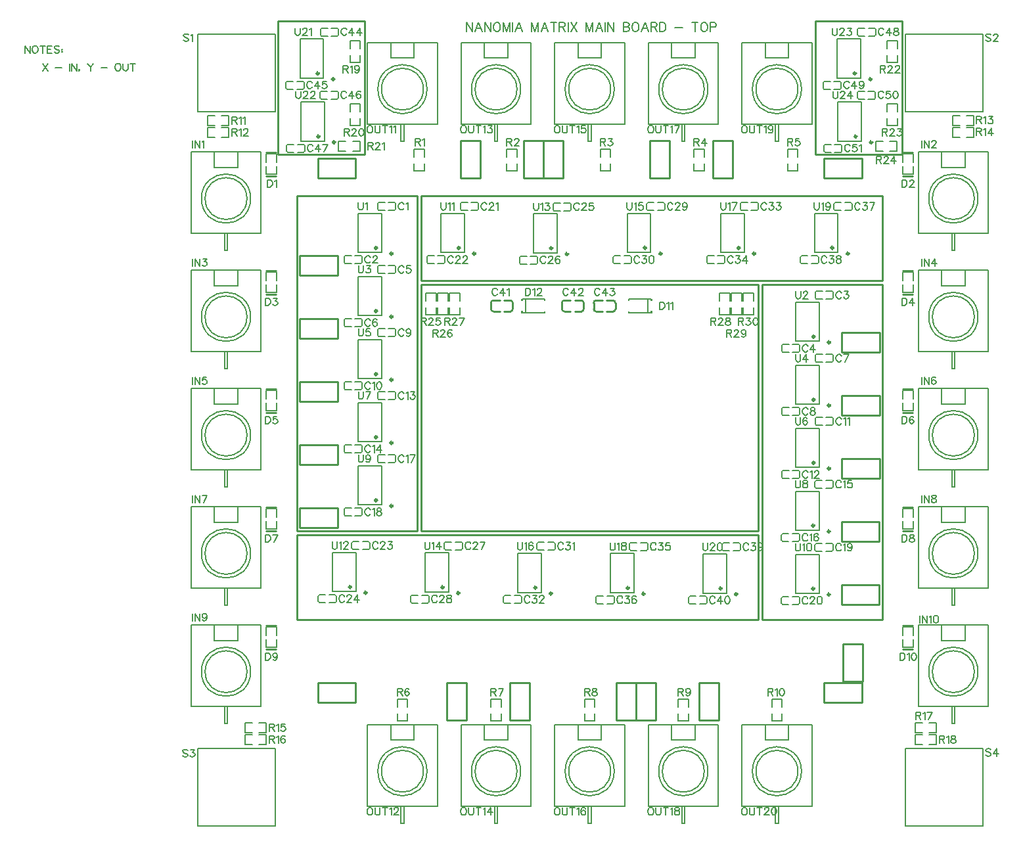
<source format=gto>
G04 Layer: TopSilkscreenLayer*
G04 EasyEDA v6.5.29, 2023-07-19 21:41:10*
G04 ede76849b6084053bf44eed2514c4286,5a6b42c53f6a479593ecc07194224c93,10*
G04 Gerber Generator version 0.2*
G04 Scale: 100 percent, Rotated: No, Reflected: No *
G04 Dimensions in millimeters *
G04 leading zeros omitted , absolute positions ,4 integer and 5 decimal *
%FSLAX45Y45*%
%MOMM*%

%ADD10C,0.1524*%
%ADD11C,0.2032*%
%ADD12C,0.2540*%
%ADD13C,0.1270*%
%ADD14C,0.1999*%
%ADD15C,0.3000*%
%ADD16C,0.0142*%

%LPD*%
D10*
X-1701800Y11327637D02*
G01*
X-1701800Y11232134D01*
X-1701800Y11327637D02*
G01*
X-1638045Y11232134D01*
X-1638045Y11327637D02*
G01*
X-1638045Y11232134D01*
X-1580895Y11327637D02*
G01*
X-1590039Y11323065D01*
X-1599184Y11314176D01*
X-1603502Y11305031D01*
X-1608073Y11291315D01*
X-1608073Y11268710D01*
X-1603502Y11254994D01*
X-1599184Y11245850D01*
X-1590039Y11236705D01*
X-1580895Y11232134D01*
X-1562607Y11232134D01*
X-1553718Y11236705D01*
X-1544573Y11245850D01*
X-1540002Y11254994D01*
X-1535429Y11268710D01*
X-1535429Y11291315D01*
X-1540002Y11305031D01*
X-1544573Y11314176D01*
X-1553718Y11323065D01*
X-1562607Y11327637D01*
X-1580895Y11327637D01*
X-1473707Y11327637D02*
G01*
X-1473707Y11232134D01*
X-1505457Y11327637D02*
G01*
X-1441704Y11327637D01*
X-1411731Y11327637D02*
G01*
X-1411731Y11232134D01*
X-1411731Y11327637D02*
G01*
X-1352804Y11327637D01*
X-1411731Y11282171D02*
G01*
X-1375410Y11282171D01*
X-1411731Y11232134D02*
G01*
X-1352804Y11232134D01*
X-1259078Y11314176D02*
G01*
X-1268221Y11323065D01*
X-1281684Y11327637D01*
X-1299971Y11327637D01*
X-1313687Y11323065D01*
X-1322578Y11314176D01*
X-1322578Y11305031D01*
X-1318260Y11295887D01*
X-1313687Y11291315D01*
X-1304544Y11286744D01*
X-1277365Y11277600D01*
X-1268221Y11273028D01*
X-1263650Y11268710D01*
X-1259078Y11259565D01*
X-1259078Y11245850D01*
X-1268221Y11236705D01*
X-1281684Y11232134D01*
X-1299971Y11232134D01*
X-1313687Y11236705D01*
X-1322578Y11245850D01*
X-1224534Y11286744D02*
G01*
X-1229105Y11282171D01*
X-1224534Y11277600D01*
X-1219962Y11282171D01*
X-1224534Y11286744D01*
X-1224534Y11254994D02*
G01*
X-1229105Y11250421D01*
X-1224534Y11245850D01*
X-1219962Y11250421D01*
X-1224534Y11254994D01*
X-1473200Y11099037D02*
G01*
X-1409445Y11003534D01*
X-1409445Y11099037D02*
G01*
X-1473200Y11003534D01*
X-1309623Y11044428D02*
G01*
X-1227836Y11044428D01*
X-1127760Y11099037D02*
G01*
X-1127760Y11003534D01*
X-1097787Y11099037D02*
G01*
X-1097787Y11003534D01*
X-1097787Y11099037D02*
G01*
X-1034034Y11003534D01*
X-1034034Y11099037D02*
G01*
X-1034034Y11003534D01*
X-994918Y11021821D02*
G01*
X-999489Y11017250D01*
X-1004062Y11021821D01*
X-999489Y11026394D01*
X-994918Y11021821D01*
X-994918Y11012678D01*
X-1004062Y11003534D01*
X-895095Y11099037D02*
G01*
X-858773Y11053571D01*
X-858773Y11003534D01*
X-822197Y11099037D02*
G01*
X-858773Y11053571D01*
X-722376Y11044428D02*
G01*
X-640587Y11044428D01*
X-513079Y11099037D02*
G01*
X-522223Y11094465D01*
X-531368Y11085576D01*
X-535939Y11076431D01*
X-540512Y11062715D01*
X-540512Y11040110D01*
X-535939Y11026394D01*
X-531368Y11017250D01*
X-522223Y11008105D01*
X-513079Y11003534D01*
X-495045Y11003534D01*
X-485902Y11008105D01*
X-476757Y11017250D01*
X-472186Y11026394D01*
X-467868Y11040110D01*
X-467868Y11062715D01*
X-472186Y11076431D01*
X-476757Y11085576D01*
X-485902Y11094465D01*
X-495045Y11099037D01*
X-513079Y11099037D01*
X-437642Y11099037D02*
G01*
X-437642Y11030965D01*
X-433323Y11017250D01*
X-424179Y11008105D01*
X-410463Y11003534D01*
X-401320Y11003534D01*
X-387857Y11008105D01*
X-378713Y11017250D01*
X-374142Y11030965D01*
X-374142Y11099037D01*
X-312165Y11099037D02*
G01*
X-312165Y11003534D01*
X-344170Y11099037D02*
G01*
X-280415Y11099037D01*
D11*
X3987800Y11627360D02*
G01*
X3987800Y11512806D01*
X3987800Y11627360D02*
G01*
X4064254Y11512806D01*
X4064254Y11627360D02*
G01*
X4064254Y11512806D01*
X4143756Y11627360D02*
G01*
X4100068Y11512806D01*
X4143756Y11627360D02*
G01*
X4187443Y11512806D01*
X4116577Y11550906D02*
G01*
X4171188Y11550906D01*
X4223511Y11627360D02*
G01*
X4223511Y11512806D01*
X4223511Y11627360D02*
G01*
X4299711Y11512806D01*
X4299711Y11627360D02*
G01*
X4299711Y11512806D01*
X4368545Y11627360D02*
G01*
X4357624Y11621772D01*
X4346702Y11610850D01*
X4341368Y11599928D01*
X4335779Y11583672D01*
X4335779Y11556240D01*
X4341368Y11539984D01*
X4346702Y11529062D01*
X4357624Y11518140D01*
X4368545Y11512806D01*
X4390390Y11512806D01*
X4401311Y11518140D01*
X4412234Y11529062D01*
X4417568Y11539984D01*
X4423156Y11556240D01*
X4423156Y11583672D01*
X4417568Y11599928D01*
X4412234Y11610850D01*
X4401311Y11621772D01*
X4390390Y11627360D01*
X4368545Y11627360D01*
X4458970Y11627360D02*
G01*
X4458970Y11512806D01*
X4458970Y11627360D02*
G01*
X4502658Y11512806D01*
X4546345Y11627360D02*
G01*
X4502658Y11512806D01*
X4546345Y11627360D02*
G01*
X4546345Y11512806D01*
X4582413Y11627360D02*
G01*
X4582413Y11512806D01*
X4661915Y11627360D02*
G01*
X4618227Y11512806D01*
X4661915Y11627360D02*
G01*
X4705604Y11512806D01*
X4634738Y11550906D02*
G01*
X4689347Y11550906D01*
X4825491Y11627360D02*
G01*
X4825491Y11512806D01*
X4825491Y11627360D02*
G01*
X4869179Y11512806D01*
X4912868Y11627360D02*
G01*
X4869179Y11512806D01*
X4912868Y11627360D02*
G01*
X4912868Y11512806D01*
X4992624Y11627360D02*
G01*
X4948936Y11512806D01*
X4992624Y11627360D02*
G01*
X5036058Y11512806D01*
X4965191Y11550906D02*
G01*
X5019802Y11550906D01*
X5110225Y11627360D02*
G01*
X5110225Y11512806D01*
X5072125Y11627360D02*
G01*
X5148579Y11627360D01*
X5184393Y11627360D02*
G01*
X5184393Y11512806D01*
X5184393Y11627360D02*
G01*
X5233670Y11627360D01*
X5249925Y11621772D01*
X5255513Y11616438D01*
X5260847Y11605516D01*
X5260847Y11594594D01*
X5255513Y11583672D01*
X5249925Y11578084D01*
X5233670Y11572750D01*
X5184393Y11572750D01*
X5222747Y11572750D02*
G01*
X5260847Y11512806D01*
X5296915Y11627360D02*
G01*
X5296915Y11512806D01*
X5332984Y11627360D02*
G01*
X5409184Y11512806D01*
X5409184Y11627360D02*
G01*
X5332984Y11512806D01*
X5529325Y11627360D02*
G01*
X5529325Y11512806D01*
X5529325Y11627360D02*
G01*
X5572759Y11512806D01*
X5616447Y11627360D02*
G01*
X5572759Y11512806D01*
X5616447Y11627360D02*
G01*
X5616447Y11512806D01*
X5696204Y11627360D02*
G01*
X5652515Y11512806D01*
X5696204Y11627360D02*
G01*
X5739891Y11512806D01*
X5668772Y11550906D02*
G01*
X5723381Y11550906D01*
X5775706Y11627360D02*
G01*
X5775706Y11512806D01*
X5811774Y11627360D02*
G01*
X5811774Y11512806D01*
X5811774Y11627360D02*
G01*
X5888227Y11512806D01*
X5888227Y11627360D02*
G01*
X5888227Y11512806D01*
X6008115Y11627360D02*
G01*
X6008115Y11512806D01*
X6008115Y11627360D02*
G01*
X6057138Y11627360D01*
X6073647Y11621772D01*
X6078981Y11616438D01*
X6084570Y11605516D01*
X6084570Y11594594D01*
X6078981Y11583672D01*
X6073647Y11578084D01*
X6057138Y11572750D01*
X6008115Y11572750D02*
G01*
X6057138Y11572750D01*
X6073647Y11567162D01*
X6078981Y11561828D01*
X6084570Y11550906D01*
X6084570Y11534650D01*
X6078981Y11523728D01*
X6073647Y11518140D01*
X6057138Y11512806D01*
X6008115Y11512806D01*
X6153150Y11627360D02*
G01*
X6142227Y11621772D01*
X6131306Y11610850D01*
X6125972Y11599928D01*
X6120638Y11583672D01*
X6120638Y11556240D01*
X6125972Y11539984D01*
X6131306Y11529062D01*
X6142227Y11518140D01*
X6153150Y11512806D01*
X6174993Y11512806D01*
X6185915Y11518140D01*
X6196838Y11529062D01*
X6202425Y11539984D01*
X6207759Y11556240D01*
X6207759Y11583672D01*
X6202425Y11599928D01*
X6196838Y11610850D01*
X6185915Y11621772D01*
X6174993Y11627360D01*
X6153150Y11627360D01*
X6287515Y11627360D02*
G01*
X6243827Y11512806D01*
X6287515Y11627360D02*
G01*
X6330950Y11512806D01*
X6260084Y11550906D02*
G01*
X6314693Y11550906D01*
X6367018Y11627360D02*
G01*
X6367018Y11512806D01*
X6367018Y11627360D02*
G01*
X6416040Y11627360D01*
X6432550Y11621772D01*
X6437884Y11616438D01*
X6443472Y11605516D01*
X6443472Y11594594D01*
X6437884Y11583672D01*
X6432550Y11578084D01*
X6416040Y11572750D01*
X6367018Y11572750D01*
X6405118Y11572750D02*
G01*
X6443472Y11512806D01*
X6479540Y11627360D02*
G01*
X6479540Y11512806D01*
X6479540Y11627360D02*
G01*
X6517640Y11627360D01*
X6533895Y11621772D01*
X6544818Y11610850D01*
X6550406Y11599928D01*
X6555740Y11583672D01*
X6555740Y11556240D01*
X6550406Y11539984D01*
X6544818Y11529062D01*
X6533895Y11518140D01*
X6517640Y11512806D01*
X6479540Y11512806D01*
X6675881Y11561828D02*
G01*
X6773925Y11561828D01*
X6932168Y11627360D02*
G01*
X6932168Y11512806D01*
X6894068Y11627360D02*
G01*
X6970268Y11627360D01*
X7039102Y11627360D02*
G01*
X7028179Y11621772D01*
X7017258Y11610850D01*
X7011670Y11599928D01*
X7006336Y11583672D01*
X7006336Y11556240D01*
X7011670Y11539984D01*
X7017258Y11529062D01*
X7028179Y11518140D01*
X7039102Y11512806D01*
X7060945Y11512806D01*
X7071868Y11518140D01*
X7082790Y11529062D01*
X7088124Y11539984D01*
X7093711Y11556240D01*
X7093711Y11583672D01*
X7088124Y11599928D01*
X7082790Y11610850D01*
X7071868Y11621772D01*
X7060945Y11627360D01*
X7039102Y11627360D01*
X7129525Y11627360D02*
G01*
X7129525Y11512806D01*
X7129525Y11627360D02*
G01*
X7178802Y11627360D01*
X7195058Y11621772D01*
X7200391Y11616438D01*
X7205979Y11605516D01*
X7205979Y11589006D01*
X7200391Y11578084D01*
X7195058Y11572750D01*
X7178802Y11567162D01*
X7129525Y11567162D01*
D10*
X3403600Y7822437D02*
G01*
X3403600Y7726934D01*
X3403600Y7822437D02*
G01*
X3444493Y7822437D01*
X3458209Y7817865D01*
X3462781Y7813294D01*
X3467354Y7804404D01*
X3467354Y7795260D01*
X3462781Y7786115D01*
X3458209Y7781544D01*
X3444493Y7776971D01*
X3403600Y7776971D01*
X3435350Y7776971D02*
G01*
X3467354Y7726934D01*
X3501897Y7799831D02*
G01*
X3501897Y7804404D01*
X3506215Y7813294D01*
X3510788Y7817865D01*
X3519931Y7822437D01*
X3538220Y7822437D01*
X3547109Y7817865D01*
X3551681Y7813294D01*
X3556254Y7804404D01*
X3556254Y7795260D01*
X3551681Y7786115D01*
X3542791Y7772400D01*
X3497325Y7726934D01*
X3560825Y7726934D01*
X3645408Y7822437D02*
G01*
X3599941Y7822437D01*
X3595370Y7781544D01*
X3599941Y7786115D01*
X3613658Y7790687D01*
X3627120Y7790687D01*
X3640836Y7786115D01*
X3649979Y7776971D01*
X3654552Y7763510D01*
X3654552Y7754365D01*
X3649979Y7740650D01*
X3640836Y7731505D01*
X3627120Y7726934D01*
X3613658Y7726934D01*
X3599941Y7731505D01*
X3595370Y7736078D01*
X3590797Y7745221D01*
X3556000Y7670037D02*
G01*
X3556000Y7574534D01*
X3556000Y7670037D02*
G01*
X3596893Y7670037D01*
X3610609Y7665465D01*
X3615181Y7660894D01*
X3619754Y7652004D01*
X3619754Y7642860D01*
X3615181Y7633715D01*
X3610609Y7629144D01*
X3596893Y7624571D01*
X3556000Y7624571D01*
X3587750Y7624571D02*
G01*
X3619754Y7574534D01*
X3654297Y7647431D02*
G01*
X3654297Y7652004D01*
X3658615Y7660894D01*
X3663188Y7665465D01*
X3672331Y7670037D01*
X3690620Y7670037D01*
X3699509Y7665465D01*
X3704081Y7660894D01*
X3708654Y7652004D01*
X3708654Y7642860D01*
X3704081Y7633715D01*
X3695191Y7620000D01*
X3649725Y7574534D01*
X3713225Y7574534D01*
X3797808Y7656576D02*
G01*
X3793236Y7665465D01*
X3779520Y7670037D01*
X3770629Y7670037D01*
X3756913Y7665465D01*
X3747770Y7652004D01*
X3743197Y7629144D01*
X3743197Y7606537D01*
X3747770Y7588250D01*
X3756913Y7579105D01*
X3770629Y7574534D01*
X3775202Y7574534D01*
X3788663Y7579105D01*
X3797808Y7588250D01*
X3802379Y7601965D01*
X3802379Y7606537D01*
X3797808Y7620000D01*
X3788663Y7629144D01*
X3775202Y7633715D01*
X3770629Y7633715D01*
X3756913Y7629144D01*
X3747770Y7620000D01*
X3743197Y7606537D01*
X3708400Y7822437D02*
G01*
X3708400Y7726934D01*
X3708400Y7822437D02*
G01*
X3749293Y7822437D01*
X3763009Y7817865D01*
X3767581Y7813294D01*
X3772154Y7804404D01*
X3772154Y7795260D01*
X3767581Y7786115D01*
X3763009Y7781544D01*
X3749293Y7776971D01*
X3708400Y7776971D01*
X3740150Y7776971D02*
G01*
X3772154Y7726934D01*
X3806697Y7799831D02*
G01*
X3806697Y7804404D01*
X3811015Y7813294D01*
X3815588Y7817865D01*
X3824731Y7822437D01*
X3843020Y7822437D01*
X3851909Y7817865D01*
X3856481Y7813294D01*
X3861054Y7804404D01*
X3861054Y7795260D01*
X3856481Y7786115D01*
X3847591Y7772400D01*
X3802125Y7726934D01*
X3865625Y7726934D01*
X3959352Y7822437D02*
G01*
X3913886Y7726934D01*
X3895597Y7822437D02*
G01*
X3959352Y7822437D01*
X1789181Y10743415D02*
G01*
X1789181Y10675343D01*
X1793753Y10661627D01*
X1802643Y10652483D01*
X1816359Y10647911D01*
X1825503Y10647911D01*
X1839219Y10652483D01*
X1848109Y10661627D01*
X1852681Y10675343D01*
X1852681Y10743415D01*
X1887225Y10720809D02*
G01*
X1887225Y10725381D01*
X1891797Y10734271D01*
X1896369Y10738843D01*
X1905513Y10743415D01*
X1923547Y10743415D01*
X1932691Y10738843D01*
X1937263Y10734271D01*
X1941835Y10725381D01*
X1941835Y10716237D01*
X1937263Y10707093D01*
X1928119Y10693377D01*
X1882653Y10647911D01*
X1946407Y10647911D01*
X1980951Y10720809D02*
G01*
X1980951Y10725381D01*
X1985523Y10734271D01*
X1990095Y10738843D01*
X1999239Y10743415D01*
X2017273Y10743415D01*
X2026417Y10738843D01*
X2030989Y10734271D01*
X2035561Y10725381D01*
X2035561Y10716237D01*
X2030989Y10707093D01*
X2021845Y10693377D01*
X1976379Y10647911D01*
X2040133Y10647911D01*
X2007621Y10035009D02*
G01*
X2003049Y10044153D01*
X1993905Y10053043D01*
X1984761Y10057615D01*
X1966727Y10057615D01*
X1957583Y10053043D01*
X1948439Y10044153D01*
X1943867Y10035009D01*
X1939295Y10021293D01*
X1939295Y9998687D01*
X1943867Y9984971D01*
X1948439Y9975827D01*
X1957583Y9966683D01*
X1966727Y9962111D01*
X1984761Y9962111D01*
X1993905Y9966683D01*
X2003049Y9975827D01*
X2007621Y9984971D01*
X2083059Y10057615D02*
G01*
X2037593Y9994115D01*
X2105665Y9994115D01*
X2083059Y10057615D02*
G01*
X2083059Y9962111D01*
X2199391Y10057615D02*
G01*
X2153925Y9962111D01*
X2135637Y10057615D02*
G01*
X2199391Y10057615D01*
X2439421Y10720809D02*
G01*
X2434849Y10729699D01*
X2425705Y10738843D01*
X2416561Y10743415D01*
X2398527Y10743415D01*
X2389383Y10738843D01*
X2380239Y10729699D01*
X2375667Y10720809D01*
X2371095Y10707093D01*
X2371095Y10684233D01*
X2375667Y10670771D01*
X2380239Y10661627D01*
X2389383Y10652483D01*
X2398527Y10647911D01*
X2416561Y10647911D01*
X2425705Y10652483D01*
X2434849Y10661627D01*
X2439421Y10670771D01*
X2514859Y10743415D02*
G01*
X2469393Y10679915D01*
X2537465Y10679915D01*
X2514859Y10743415D02*
G01*
X2514859Y10647911D01*
X2622047Y10729699D02*
G01*
X2617475Y10738843D01*
X2604013Y10743415D01*
X2594869Y10743415D01*
X2581153Y10738843D01*
X2572009Y10725381D01*
X2567437Y10702521D01*
X2567437Y10679915D01*
X2572009Y10661627D01*
X2581153Y10652483D01*
X2594869Y10647911D01*
X2599441Y10647911D01*
X2612903Y10652483D01*
X2622047Y10661627D01*
X2626619Y10675343D01*
X2626619Y10679915D01*
X2622047Y10693377D01*
X2612903Y10702521D01*
X2599441Y10707093D01*
X2594869Y10707093D01*
X2581153Y10702521D01*
X2572009Y10693377D01*
X2567437Y10679915D01*
X2442977Y11533609D02*
G01*
X2438405Y11542753D01*
X2429515Y11551643D01*
X2420371Y11556215D01*
X2402083Y11556215D01*
X2393193Y11551643D01*
X2384049Y11542753D01*
X2379477Y11533609D01*
X2374905Y11519893D01*
X2374905Y11497287D01*
X2379477Y11483571D01*
X2384049Y11474427D01*
X2393193Y11465283D01*
X2402083Y11460711D01*
X2420371Y11460711D01*
X2429515Y11465283D01*
X2438405Y11474427D01*
X2442977Y11483571D01*
X2518415Y11556215D02*
G01*
X2473203Y11492715D01*
X2541275Y11492715D01*
X2518415Y11556215D02*
G01*
X2518415Y11460711D01*
X2616713Y11556215D02*
G01*
X2571247Y11492715D01*
X2639319Y11492715D01*
X2616713Y11556215D02*
G01*
X2616713Y11460711D01*
X1998477Y10847809D02*
G01*
X1994159Y10856953D01*
X1985015Y10865843D01*
X1975871Y10870415D01*
X1957583Y10870415D01*
X1948693Y10865843D01*
X1939549Y10856953D01*
X1934977Y10847809D01*
X1930405Y10834093D01*
X1930405Y10811487D01*
X1934977Y10797771D01*
X1939549Y10788627D01*
X1948693Y10779483D01*
X1957583Y10775165D01*
X1975871Y10775165D01*
X1985015Y10779483D01*
X1994159Y10788627D01*
X1998477Y10797771D01*
X2073915Y10870415D02*
G01*
X2028703Y10806915D01*
X2096775Y10806915D01*
X2073915Y10870415D02*
G01*
X2073915Y10775165D01*
X2181357Y10870415D02*
G01*
X2135891Y10870415D01*
X2131319Y10829521D01*
X2135891Y10834093D01*
X2149607Y10838665D01*
X2163069Y10838665D01*
X2176785Y10834093D01*
X2185929Y10824949D01*
X2190501Y10811487D01*
X2190501Y10802343D01*
X2185929Y10788627D01*
X2176785Y10779483D01*
X2163069Y10775165D01*
X2149607Y10775165D01*
X2135891Y10779483D01*
X2131319Y10784055D01*
X2126747Y10793199D01*
X1780037Y11556215D02*
G01*
X1780037Y11488143D01*
X1784609Y11474427D01*
X1793753Y11465283D01*
X1807469Y11460965D01*
X1816613Y11460965D01*
X1830075Y11465283D01*
X1839219Y11474427D01*
X1843791Y11488143D01*
X1843791Y11556215D01*
X1878335Y11533609D02*
G01*
X1878335Y11538181D01*
X1882907Y11547325D01*
X1887479Y11551643D01*
X1896623Y11556215D01*
X1914657Y11556215D01*
X1923801Y11551643D01*
X1928373Y11547325D01*
X1932945Y11538181D01*
X1932945Y11529037D01*
X1928373Y11519893D01*
X1919229Y11506431D01*
X1873763Y11460965D01*
X1937517Y11460965D01*
X1967489Y11538181D02*
G01*
X1976633Y11542753D01*
X1990095Y11556215D01*
X1990095Y11460965D01*
X2717800Y10083037D02*
G01*
X2717800Y9987534D01*
X2717800Y10083037D02*
G01*
X2758693Y10083037D01*
X2772409Y10078465D01*
X2776981Y10073894D01*
X2781554Y10065004D01*
X2781554Y10055860D01*
X2776981Y10046715D01*
X2772409Y10042144D01*
X2758693Y10037571D01*
X2717800Y10037571D01*
X2749550Y10037571D02*
G01*
X2781554Y9987534D01*
X2816097Y10060431D02*
G01*
X2816097Y10065004D01*
X2820415Y10073894D01*
X2824988Y10078465D01*
X2834131Y10083037D01*
X2852420Y10083037D01*
X2861309Y10078465D01*
X2865881Y10073894D01*
X2870454Y10065004D01*
X2870454Y10055860D01*
X2865881Y10046715D01*
X2856991Y10033000D01*
X2811525Y9987534D01*
X2875025Y9987534D01*
X2904997Y10065004D02*
G01*
X2914141Y10069576D01*
X2927858Y10083037D01*
X2927858Y9987534D01*
X2413000Y10260837D02*
G01*
X2413000Y10165334D01*
X2413000Y10260837D02*
G01*
X2453893Y10260837D01*
X2467609Y10256265D01*
X2472181Y10251694D01*
X2476754Y10242804D01*
X2476754Y10233660D01*
X2472181Y10224515D01*
X2467609Y10219944D01*
X2453893Y10215371D01*
X2413000Y10215371D01*
X2444750Y10215371D02*
G01*
X2476754Y10165334D01*
X2511297Y10238231D02*
G01*
X2511297Y10242804D01*
X2515615Y10251694D01*
X2520188Y10256265D01*
X2529331Y10260837D01*
X2547620Y10260837D01*
X2556509Y10256265D01*
X2561081Y10251694D01*
X2565654Y10242804D01*
X2565654Y10233660D01*
X2561081Y10224515D01*
X2552191Y10210800D01*
X2506725Y10165334D01*
X2570225Y10165334D01*
X2627629Y10260837D02*
G01*
X2613913Y10256265D01*
X2604770Y10242804D01*
X2600197Y10219944D01*
X2600197Y10206228D01*
X2604770Y10183621D01*
X2613913Y10169905D01*
X2627629Y10165334D01*
X2636520Y10165334D01*
X2650236Y10169905D01*
X2659379Y10183621D01*
X2663952Y10206228D01*
X2663952Y10219944D01*
X2659379Y10242804D01*
X2650236Y10256265D01*
X2636520Y10260837D01*
X2627629Y10260837D01*
X2400300Y11073637D02*
G01*
X2400300Y10978134D01*
X2400300Y11073637D02*
G01*
X2441193Y11073637D01*
X2454909Y11069065D01*
X2459481Y11064494D01*
X2463800Y11055604D01*
X2463800Y11046460D01*
X2459481Y11037315D01*
X2454909Y11032744D01*
X2441193Y11028171D01*
X2400300Y11028171D01*
X2432050Y11028171D02*
G01*
X2463800Y10978134D01*
X2494025Y11055604D02*
G01*
X2502915Y11060176D01*
X2516631Y11073637D01*
X2516631Y10978134D01*
X2605786Y11041887D02*
G01*
X2601213Y11028171D01*
X2592070Y11019028D01*
X2578354Y11014710D01*
X2574036Y11014710D01*
X2560320Y11019028D01*
X2551175Y11028171D01*
X2546604Y11041887D01*
X2546604Y11046460D01*
X2551175Y11060176D01*
X2560320Y11069065D01*
X2574036Y11073637D01*
X2578354Y11073637D01*
X2592070Y11069065D01*
X2601213Y11060176D01*
X2605786Y11041887D01*
X2605786Y11019028D01*
X2601213Y10996421D01*
X2592070Y10982705D01*
X2578354Y10978134D01*
X2569463Y10978134D01*
X2555747Y10982705D01*
X2551175Y10991850D01*
X7493000Y7822437D02*
G01*
X7493000Y7726934D01*
X7493000Y7822437D02*
G01*
X7533893Y7822437D01*
X7547609Y7817865D01*
X7552181Y7813294D01*
X7556500Y7804404D01*
X7556500Y7795260D01*
X7552181Y7786115D01*
X7547609Y7781544D01*
X7533893Y7776971D01*
X7493000Y7776971D01*
X7524750Y7776971D02*
G01*
X7556500Y7726934D01*
X7595615Y7822437D02*
G01*
X7645654Y7822437D01*
X7618475Y7786115D01*
X7632191Y7786115D01*
X7641081Y7781544D01*
X7645654Y7776971D01*
X7650225Y7763510D01*
X7650225Y7754365D01*
X7645654Y7740650D01*
X7636509Y7731505D01*
X7623047Y7726934D01*
X7609331Y7726934D01*
X7595615Y7731505D01*
X7591043Y7736078D01*
X7586725Y7745221D01*
X7707629Y7822437D02*
G01*
X7693913Y7817865D01*
X7684770Y7804404D01*
X7680197Y7781544D01*
X7680197Y7767828D01*
X7684770Y7745221D01*
X7693913Y7731505D01*
X7707629Y7726934D01*
X7716520Y7726934D01*
X7730236Y7731505D01*
X7739379Y7745221D01*
X7743952Y7767828D01*
X7743952Y7781544D01*
X7739379Y7804404D01*
X7730236Y7817865D01*
X7716520Y7822437D01*
X7707629Y7822437D01*
X7340600Y7670037D02*
G01*
X7340600Y7574534D01*
X7340600Y7670037D02*
G01*
X7381493Y7670037D01*
X7395209Y7665465D01*
X7399781Y7660894D01*
X7404100Y7652004D01*
X7404100Y7642860D01*
X7399781Y7633715D01*
X7395209Y7629144D01*
X7381493Y7624571D01*
X7340600Y7624571D01*
X7372350Y7624571D02*
G01*
X7404100Y7574534D01*
X7438643Y7647431D02*
G01*
X7438643Y7652004D01*
X7443215Y7660894D01*
X7447788Y7665465D01*
X7456931Y7670037D01*
X7475220Y7670037D01*
X7484109Y7665465D01*
X7488681Y7660894D01*
X7493254Y7652004D01*
X7493254Y7642860D01*
X7488681Y7633715D01*
X7479791Y7620000D01*
X7434325Y7574534D01*
X7497825Y7574534D01*
X7586979Y7638287D02*
G01*
X7582408Y7624571D01*
X7573263Y7615428D01*
X7559802Y7611110D01*
X7555229Y7611110D01*
X7541513Y7615428D01*
X7532370Y7624571D01*
X7527797Y7638287D01*
X7527797Y7642860D01*
X7532370Y7656576D01*
X7541513Y7665465D01*
X7555229Y7670037D01*
X7559802Y7670037D01*
X7573263Y7665465D01*
X7582408Y7656576D01*
X7586979Y7638287D01*
X7586979Y7615428D01*
X7582408Y7592821D01*
X7573263Y7579105D01*
X7559802Y7574534D01*
X7550658Y7574534D01*
X7536941Y7579105D01*
X7532370Y7588250D01*
X7137400Y7822437D02*
G01*
X7137400Y7726934D01*
X7137400Y7822437D02*
G01*
X7178293Y7822437D01*
X7192009Y7817865D01*
X7196581Y7813294D01*
X7200900Y7804404D01*
X7200900Y7795260D01*
X7196581Y7786115D01*
X7192009Y7781544D01*
X7178293Y7776971D01*
X7137400Y7776971D01*
X7169150Y7776971D02*
G01*
X7200900Y7726934D01*
X7235443Y7799831D02*
G01*
X7235443Y7804404D01*
X7240015Y7813294D01*
X7244588Y7817865D01*
X7253731Y7822437D01*
X7272020Y7822437D01*
X7280909Y7817865D01*
X7285481Y7813294D01*
X7290054Y7804404D01*
X7290054Y7795260D01*
X7285481Y7786115D01*
X7276591Y7772400D01*
X7231125Y7726934D01*
X7294625Y7726934D01*
X7347458Y7822437D02*
G01*
X7333741Y7817865D01*
X7329170Y7808976D01*
X7329170Y7799831D01*
X7333741Y7790687D01*
X7342886Y7786115D01*
X7360920Y7781544D01*
X7374636Y7776971D01*
X7383779Y7767828D01*
X7388352Y7758937D01*
X7388352Y7745221D01*
X7383779Y7736078D01*
X7379208Y7731505D01*
X7365491Y7726934D01*
X7347458Y7726934D01*
X7333741Y7731505D01*
X7329170Y7736078D01*
X7324597Y7745221D01*
X7324597Y7758937D01*
X7329170Y7767828D01*
X7338313Y7776971D01*
X7352029Y7781544D01*
X7370063Y7786115D01*
X7379208Y7790687D01*
X7383779Y7799831D01*
X7383779Y7808976D01*
X7379208Y7817865D01*
X7365491Y7822437D01*
X7347458Y7822437D01*
X9321800Y11073637D02*
G01*
X9321800Y10978134D01*
X9321800Y11073637D02*
G01*
X9362693Y11073637D01*
X9376409Y11069065D01*
X9380981Y11064494D01*
X9385300Y11055604D01*
X9385300Y11046460D01*
X9380981Y11037315D01*
X9376409Y11032744D01*
X9362693Y11028171D01*
X9321800Y11028171D01*
X9353550Y11028171D02*
G01*
X9385300Y10978134D01*
X9419843Y11051031D02*
G01*
X9419843Y11055604D01*
X9424415Y11064494D01*
X9428988Y11069065D01*
X9438131Y11073637D01*
X9456420Y11073637D01*
X9465309Y11069065D01*
X9469881Y11064494D01*
X9474454Y11055604D01*
X9474454Y11046460D01*
X9469881Y11037315D01*
X9460991Y11023600D01*
X9415525Y10978134D01*
X9479025Y10978134D01*
X9513570Y11051031D02*
G01*
X9513570Y11055604D01*
X9518141Y11064494D01*
X9522713Y11069065D01*
X9531858Y11073637D01*
X9549891Y11073637D01*
X9559036Y11069065D01*
X9563608Y11064494D01*
X9568179Y11055604D01*
X9568179Y11046460D01*
X9563608Y11037315D01*
X9554463Y11023600D01*
X9508997Y10978134D01*
X9572752Y10978134D01*
X9347200Y10260837D02*
G01*
X9347200Y10165334D01*
X9347200Y10260837D02*
G01*
X9388093Y10260837D01*
X9401809Y10256265D01*
X9406381Y10251694D01*
X9410700Y10242804D01*
X9410700Y10233660D01*
X9406381Y10224515D01*
X9401809Y10219944D01*
X9388093Y10215371D01*
X9347200Y10215371D01*
X9378950Y10215371D02*
G01*
X9410700Y10165334D01*
X9445243Y10238231D02*
G01*
X9445243Y10242804D01*
X9449815Y10251694D01*
X9454388Y10256265D01*
X9463531Y10260837D01*
X9481820Y10260837D01*
X9490709Y10256265D01*
X9495281Y10251694D01*
X9499854Y10242804D01*
X9499854Y10233660D01*
X9495281Y10224515D01*
X9486391Y10210800D01*
X9440925Y10165334D01*
X9504425Y10165334D01*
X9543541Y10260837D02*
G01*
X9593579Y10260837D01*
X9566147Y10224515D01*
X9579863Y10224515D01*
X9589008Y10219944D01*
X9593579Y10215371D01*
X9598152Y10201910D01*
X9598152Y10192765D01*
X9593579Y10179050D01*
X9584436Y10169905D01*
X9570720Y10165334D01*
X9557258Y10165334D01*
X9543541Y10169905D01*
X9538970Y10174478D01*
X9534397Y10183621D01*
X9271000Y9905237D02*
G01*
X9271000Y9809734D01*
X9271000Y9905237D02*
G01*
X9311893Y9905237D01*
X9325609Y9900665D01*
X9330181Y9896094D01*
X9334500Y9887204D01*
X9334500Y9878060D01*
X9330181Y9868915D01*
X9325609Y9864344D01*
X9311893Y9859771D01*
X9271000Y9859771D01*
X9302750Y9859771D02*
G01*
X9334500Y9809734D01*
X9369043Y9882631D02*
G01*
X9369043Y9887204D01*
X9373615Y9896094D01*
X9378188Y9900665D01*
X9387331Y9905237D01*
X9405620Y9905237D01*
X9414509Y9900665D01*
X9419081Y9896094D01*
X9423654Y9887204D01*
X9423654Y9878060D01*
X9419081Y9868915D01*
X9410191Y9855200D01*
X9364725Y9809734D01*
X9428225Y9809734D01*
X9503663Y9905237D02*
G01*
X9458197Y9841737D01*
X9526524Y9841737D01*
X9503663Y9905237D02*
G01*
X9503663Y9809734D01*
X8701669Y11556240D02*
G01*
X8701669Y11488168D01*
X8706241Y11474452D01*
X8715385Y11465308D01*
X8728847Y11460736D01*
X8737991Y11460736D01*
X8751707Y11465308D01*
X8760851Y11474452D01*
X8765169Y11488168D01*
X8765169Y11556240D01*
X8799713Y11533634D02*
G01*
X8799713Y11538206D01*
X8804285Y11547096D01*
X8808857Y11551668D01*
X8818001Y11556240D01*
X8836289Y11556240D01*
X8845179Y11551668D01*
X8849751Y11547096D01*
X8854323Y11538206D01*
X8854323Y11529062D01*
X8849751Y11519918D01*
X8840861Y11506202D01*
X8795395Y11460736D01*
X8858895Y11460736D01*
X8898011Y11556240D02*
G01*
X8948049Y11556240D01*
X8920617Y11519918D01*
X8934333Y11519918D01*
X8943477Y11515346D01*
X8948049Y11510774D01*
X8952621Y11497312D01*
X8952621Y11488168D01*
X8948049Y11474452D01*
X8938905Y11465308D01*
X8925189Y11460736D01*
X8911727Y11460736D01*
X8898011Y11465308D01*
X8893439Y11469880D01*
X8888867Y11479024D01*
X8919989Y10847834D02*
G01*
X8915417Y10856978D01*
X8906527Y10865868D01*
X8897383Y10870440D01*
X8879095Y10870440D01*
X8870205Y10865868D01*
X8861061Y10856978D01*
X8856489Y10847834D01*
X8851917Y10834118D01*
X8851917Y10811512D01*
X8856489Y10797796D01*
X8861061Y10788652D01*
X8870205Y10779508D01*
X8879095Y10774936D01*
X8897383Y10774936D01*
X8906527Y10779508D01*
X8915417Y10788652D01*
X8919989Y10797796D01*
X8995427Y10870440D02*
G01*
X8949961Y10806940D01*
X9018287Y10806940D01*
X8995427Y10870440D02*
G01*
X8995427Y10774936D01*
X9107441Y10838690D02*
G01*
X9102869Y10824974D01*
X9093725Y10816084D01*
X9080009Y10811512D01*
X9075437Y10811512D01*
X9061975Y10816084D01*
X9052831Y10824974D01*
X9048259Y10838690D01*
X9048259Y10843262D01*
X9052831Y10856978D01*
X9061975Y10865868D01*
X9075437Y10870440D01*
X9080009Y10870440D01*
X9093725Y10865868D01*
X9102869Y10856978D01*
X9107441Y10838690D01*
X9107441Y10816084D01*
X9102869Y10793224D01*
X9093725Y10779508D01*
X9080009Y10774936D01*
X9070865Y10774936D01*
X9057403Y10779508D01*
X9052831Y10788652D01*
X9364489Y11533634D02*
G01*
X9359917Y11542524D01*
X9351027Y11551668D01*
X9341883Y11556240D01*
X9323595Y11556240D01*
X9314451Y11551668D01*
X9305561Y11542524D01*
X9300989Y11533634D01*
X9296417Y11519918D01*
X9296417Y11497058D01*
X9300989Y11483596D01*
X9305561Y11474452D01*
X9314451Y11465308D01*
X9323595Y11460736D01*
X9341883Y11460736D01*
X9351027Y11465308D01*
X9359917Y11474452D01*
X9364489Y11483596D01*
X9439927Y11556240D02*
G01*
X9394461Y11492740D01*
X9462787Y11492740D01*
X9439927Y11556240D02*
G01*
X9439927Y11460736D01*
X9515365Y11556240D02*
G01*
X9501903Y11551668D01*
X9497331Y11542524D01*
X9497331Y11533634D01*
X9501903Y11524490D01*
X9511047Y11519918D01*
X9529081Y11515346D01*
X9542797Y11510774D01*
X9551941Y11501630D01*
X9556513Y11492740D01*
X9556513Y11479024D01*
X9551941Y11469880D01*
X9547369Y11465308D01*
X9533653Y11460736D01*
X9515365Y11460736D01*
X9501903Y11465308D01*
X9497331Y11469880D01*
X9492759Y11479024D01*
X9492759Y11492740D01*
X9497331Y11501630D01*
X9506475Y11510774D01*
X9519937Y11515346D01*
X9538225Y11519918D01*
X9547369Y11524490D01*
X9551941Y11533634D01*
X9551941Y11542524D01*
X9547369Y11551668D01*
X9533653Y11556240D01*
X9515365Y11556240D01*
X9360758Y10720814D02*
G01*
X9356186Y10729704D01*
X9347296Y10738848D01*
X9338152Y10743420D01*
X9319864Y10743420D01*
X9310974Y10738848D01*
X9301830Y10729704D01*
X9297258Y10720814D01*
X9292686Y10707098D01*
X9292686Y10684238D01*
X9297258Y10670776D01*
X9301830Y10661632D01*
X9310974Y10652488D01*
X9319864Y10647916D01*
X9338152Y10647916D01*
X9347296Y10652488D01*
X9356186Y10661632D01*
X9360758Y10670776D01*
X9445340Y10743420D02*
G01*
X9399874Y10743420D01*
X9395302Y10702526D01*
X9399874Y10707098D01*
X9413590Y10711670D01*
X9427306Y10711670D01*
X9440768Y10707098D01*
X9449912Y10697954D01*
X9454484Y10684238D01*
X9454484Y10675348D01*
X9449912Y10661632D01*
X9440768Y10652488D01*
X9427306Y10647916D01*
X9413590Y10647916D01*
X9399874Y10652488D01*
X9395302Y10657060D01*
X9390730Y10666204D01*
X9511634Y10743420D02*
G01*
X9498172Y10738848D01*
X9489028Y10725386D01*
X9484456Y10702526D01*
X9484456Y10688810D01*
X9489028Y10666204D01*
X9498172Y10652488D01*
X9511634Y10647916D01*
X9520778Y10647916D01*
X9534494Y10652488D01*
X9543638Y10666204D01*
X9548210Y10688810D01*
X9548210Y10702526D01*
X9543638Y10725386D01*
X9534494Y10738848D01*
X9520778Y10743420D01*
X9511634Y10743420D01*
X8928958Y10035014D02*
G01*
X8924386Y10044158D01*
X8915496Y10053048D01*
X8906352Y10057620D01*
X8888064Y10057620D01*
X8879174Y10053048D01*
X8870030Y10044158D01*
X8865458Y10035014D01*
X8860886Y10021298D01*
X8860886Y9998692D01*
X8865458Y9984976D01*
X8870030Y9975832D01*
X8879174Y9966688D01*
X8888064Y9962116D01*
X8906352Y9962116D01*
X8915496Y9966688D01*
X8924386Y9975832D01*
X8928958Y9984976D01*
X9013540Y10057620D02*
G01*
X8968074Y10057620D01*
X8963502Y10016726D01*
X8968074Y10021298D01*
X8981790Y10025870D01*
X8995506Y10025870D01*
X9008968Y10021298D01*
X9018112Y10012154D01*
X9022684Y9998692D01*
X9022684Y9989548D01*
X9018112Y9975832D01*
X9008968Y9966688D01*
X8995506Y9962116D01*
X8981790Y9962116D01*
X8968074Y9966688D01*
X8963502Y9971260D01*
X8958930Y9980404D01*
X9052656Y10039586D02*
G01*
X9061800Y10044158D01*
X9075516Y10057620D01*
X9075516Y9962116D01*
X8710675Y10743420D02*
G01*
X8710675Y10675348D01*
X8715247Y10661632D01*
X8724138Y10652488D01*
X8737854Y10647916D01*
X8746997Y10647916D01*
X8760713Y10652488D01*
X8769604Y10661632D01*
X8774175Y10675348D01*
X8774175Y10743420D01*
X8808720Y10720814D02*
G01*
X8808720Y10725386D01*
X8813291Y10734276D01*
X8817863Y10738848D01*
X8827008Y10743420D01*
X8845041Y10743420D01*
X8854186Y10738848D01*
X8858758Y10734276D01*
X8863329Y10725386D01*
X8863329Y10716242D01*
X8858758Y10707098D01*
X8849613Y10693382D01*
X8804147Y10647916D01*
X8867902Y10647916D01*
X8943340Y10743420D02*
G01*
X8897874Y10679920D01*
X8966200Y10679920D01*
X8943340Y10743420D02*
G01*
X8943340Y10647916D01*
X965200Y10260837D02*
G01*
X965200Y10165334D01*
X965200Y10260837D02*
G01*
X1006094Y10260837D01*
X1019810Y10256265D01*
X1024381Y10251694D01*
X1028954Y10242804D01*
X1028954Y10233660D01*
X1024381Y10224515D01*
X1019810Y10219944D01*
X1006094Y10215371D01*
X965200Y10215371D01*
X996950Y10215371D02*
G01*
X1028954Y10165334D01*
X1058926Y10242804D02*
G01*
X1067815Y10247376D01*
X1081531Y10260837D01*
X1081531Y10165334D01*
X1116076Y10238231D02*
G01*
X1116076Y10242804D01*
X1120647Y10251694D01*
X1125220Y10256265D01*
X1134363Y10260837D01*
X1152397Y10260837D01*
X1161542Y10256265D01*
X1166113Y10251694D01*
X1170686Y10242804D01*
X1170686Y10233660D01*
X1166113Y10224515D01*
X1156970Y10210800D01*
X1111504Y10165334D01*
X1175257Y10165334D01*
X965200Y10413237D02*
G01*
X965200Y10317734D01*
X965200Y10413237D02*
G01*
X1006094Y10413237D01*
X1019810Y10408665D01*
X1024381Y10404094D01*
X1028954Y10395204D01*
X1028954Y10386060D01*
X1024381Y10376915D01*
X1019810Y10372344D01*
X1006094Y10367771D01*
X965200Y10367771D01*
X996950Y10367771D02*
G01*
X1028954Y10317734D01*
X1058926Y10395204D02*
G01*
X1067815Y10399776D01*
X1081531Y10413237D01*
X1081531Y10317734D01*
X1111504Y10395204D02*
G01*
X1120647Y10399776D01*
X1134363Y10413237D01*
X1134363Y10317734D01*
X10561065Y10419079D02*
G01*
X10561065Y10323829D01*
X10561065Y10419079D02*
G01*
X10601959Y10419079D01*
X10615422Y10414762D01*
X10619993Y10410189D01*
X10624565Y10401045D01*
X10624565Y10391902D01*
X10619993Y10382758D01*
X10615422Y10378186D01*
X10601959Y10373613D01*
X10561065Y10373613D01*
X10592815Y10373613D02*
G01*
X10624565Y10323829D01*
X10654538Y10401045D02*
G01*
X10663681Y10405618D01*
X10677397Y10419079D01*
X10677397Y10323829D01*
X10716513Y10419079D02*
G01*
X10766297Y10419079D01*
X10739120Y10382758D01*
X10752836Y10382758D01*
X10761979Y10378186D01*
X10766297Y10373613D01*
X10770870Y10360152D01*
X10770870Y10351008D01*
X10766297Y10337292D01*
X10757408Y10328402D01*
X10743691Y10323829D01*
X10729975Y10323829D01*
X10716513Y10328402D01*
X10711941Y10332720D01*
X10707370Y10341863D01*
X10561065Y10266679D02*
G01*
X10561065Y10171429D01*
X10561065Y10266679D02*
G01*
X10601959Y10266679D01*
X10615422Y10262362D01*
X10619993Y10257789D01*
X10624565Y10248645D01*
X10624565Y10239502D01*
X10619993Y10230358D01*
X10615422Y10225786D01*
X10601959Y10221213D01*
X10561065Y10221213D01*
X10592815Y10221213D02*
G01*
X10624565Y10171429D01*
X10654538Y10248645D02*
G01*
X10663681Y10253218D01*
X10677397Y10266679D01*
X10677397Y10171429D01*
X10752836Y10266679D02*
G01*
X10707370Y10203179D01*
X10775441Y10203179D01*
X10752836Y10266679D02*
G01*
X10752836Y10171429D01*
X1447800Y2437637D02*
G01*
X1447800Y2342134D01*
X1447800Y2437637D02*
G01*
X1488694Y2437637D01*
X1502410Y2433065D01*
X1506981Y2428494D01*
X1511554Y2419604D01*
X1511554Y2410460D01*
X1506981Y2401315D01*
X1502410Y2396744D01*
X1488694Y2392171D01*
X1447800Y2392171D01*
X1479550Y2392171D02*
G01*
X1511554Y2342134D01*
X1541526Y2419604D02*
G01*
X1550415Y2424176D01*
X1564131Y2437637D01*
X1564131Y2342134D01*
X1648713Y2424176D02*
G01*
X1644142Y2433065D01*
X1630426Y2437637D01*
X1621536Y2437637D01*
X1607820Y2433065D01*
X1598676Y2419604D01*
X1594104Y2396744D01*
X1594104Y2374137D01*
X1598676Y2355850D01*
X1607820Y2346705D01*
X1621536Y2342134D01*
X1625854Y2342134D01*
X1639570Y2346705D01*
X1648713Y2355850D01*
X1653286Y2369565D01*
X1653286Y2374137D01*
X1648713Y2387600D01*
X1639570Y2396744D01*
X1625854Y2401315D01*
X1621536Y2401315D01*
X1607820Y2396744D01*
X1598676Y2387600D01*
X1594104Y2374137D01*
X1447800Y2590037D02*
G01*
X1447800Y2494534D01*
X1447800Y2590037D02*
G01*
X1488694Y2590037D01*
X1502410Y2585465D01*
X1506981Y2580894D01*
X1511554Y2572004D01*
X1511554Y2562860D01*
X1506981Y2553715D01*
X1502410Y2549144D01*
X1488694Y2544571D01*
X1447800Y2544571D01*
X1479550Y2544571D02*
G01*
X1511554Y2494534D01*
X1541526Y2572004D02*
G01*
X1550415Y2576576D01*
X1564131Y2590037D01*
X1564131Y2494534D01*
X1648713Y2590037D02*
G01*
X1603247Y2590037D01*
X1598676Y2549144D01*
X1603247Y2553715D01*
X1616963Y2558287D01*
X1630426Y2558287D01*
X1644142Y2553715D01*
X1653286Y2544571D01*
X1657857Y2531110D01*
X1657857Y2521965D01*
X1653286Y2508250D01*
X1644142Y2499105D01*
X1630426Y2494534D01*
X1616963Y2494534D01*
X1603247Y2499105D01*
X1598676Y2503678D01*
X1594104Y2512821D01*
X10083800Y2437637D02*
G01*
X10083800Y2342134D01*
X10083800Y2437637D02*
G01*
X10124693Y2437637D01*
X10138409Y2433065D01*
X10142981Y2428494D01*
X10147300Y2419604D01*
X10147300Y2410460D01*
X10142981Y2401315D01*
X10138409Y2396744D01*
X10124693Y2392171D01*
X10083800Y2392171D01*
X10115550Y2392171D02*
G01*
X10147300Y2342134D01*
X10177525Y2419604D02*
G01*
X10186415Y2424176D01*
X10200131Y2437637D01*
X10200131Y2342134D01*
X10252963Y2437637D02*
G01*
X10239247Y2433065D01*
X10234675Y2424176D01*
X10234675Y2415031D01*
X10239247Y2405887D01*
X10248391Y2401315D01*
X10266425Y2396744D01*
X10280141Y2392171D01*
X10289286Y2383281D01*
X10293858Y2374137D01*
X10293858Y2360421D01*
X10289286Y2351278D01*
X10284713Y2346705D01*
X10270997Y2342134D01*
X10252963Y2342134D01*
X10239247Y2346705D01*
X10234675Y2351278D01*
X10230104Y2360421D01*
X10230104Y2374137D01*
X10234675Y2383281D01*
X10243820Y2392171D01*
X10257536Y2396744D01*
X10275570Y2401315D01*
X10284713Y2405887D01*
X10289286Y2415031D01*
X10289286Y2424176D01*
X10284713Y2433065D01*
X10270997Y2437637D01*
X10252963Y2437637D01*
X9779000Y2742437D02*
G01*
X9779000Y2646934D01*
X9779000Y2742437D02*
G01*
X9819893Y2742437D01*
X9833609Y2737865D01*
X9838181Y2733294D01*
X9842500Y2724404D01*
X9842500Y2715260D01*
X9838181Y2706115D01*
X9833609Y2701544D01*
X9819893Y2696971D01*
X9779000Y2696971D01*
X9810750Y2696971D02*
G01*
X9842500Y2646934D01*
X9872725Y2724404D02*
G01*
X9881615Y2728976D01*
X9895331Y2742437D01*
X9895331Y2646934D01*
X9989058Y2742437D02*
G01*
X9943591Y2646934D01*
X9925304Y2742437D02*
G01*
X9989058Y2742437D01*
X1422400Y9600440D02*
G01*
X1422400Y9504936D01*
X1422400Y9600440D02*
G01*
X1454150Y9600440D01*
X1467865Y9595868D01*
X1477010Y9586978D01*
X1481581Y9577834D01*
X1486154Y9564118D01*
X1486154Y9541512D01*
X1481581Y9527796D01*
X1477010Y9518652D01*
X1467865Y9509508D01*
X1454150Y9504936D01*
X1422400Y9504936D01*
X1516126Y9582406D02*
G01*
X1525015Y9586978D01*
X1538731Y9600440D01*
X1538731Y9504936D01*
X2590805Y9308355D02*
G01*
X2590805Y9240283D01*
X2595377Y9226567D01*
X2604521Y9217423D01*
X2617983Y9212851D01*
X2627127Y9212851D01*
X2640843Y9217423D01*
X2649987Y9226567D01*
X2654559Y9240283D01*
X2654559Y9308355D01*
X2684531Y9290321D02*
G01*
X2693421Y9294893D01*
X2707137Y9308355D01*
X2707137Y9212851D01*
X2595138Y8495606D02*
G01*
X2595138Y8427534D01*
X2599710Y8413818D01*
X2608854Y8404674D01*
X2622316Y8400102D01*
X2631460Y8400102D01*
X2645176Y8404674D01*
X2654320Y8413818D01*
X2658638Y8427534D01*
X2658638Y8495606D01*
X2697754Y8495606D02*
G01*
X2747792Y8495606D01*
X2720614Y8459284D01*
X2734330Y8459284D01*
X2743220Y8454712D01*
X2747792Y8450140D01*
X2752364Y8436678D01*
X2752364Y8427534D01*
X2747792Y8413818D01*
X2738648Y8404674D01*
X2725186Y8400102D01*
X2711470Y8400102D01*
X2697754Y8404674D01*
X2693436Y8409246D01*
X2688864Y8418390D01*
X2747784Y8599792D02*
G01*
X2743212Y8608936D01*
X2734322Y8618080D01*
X2725178Y8622652D01*
X2706890Y8622652D01*
X2698000Y8618080D01*
X2688856Y8608936D01*
X2684284Y8599792D01*
X2679712Y8586330D01*
X2679712Y8563470D01*
X2684284Y8550008D01*
X2688856Y8540864D01*
X2698000Y8531720D01*
X2706890Y8527148D01*
X2725178Y8527148D01*
X2734322Y8531720D01*
X2743212Y8540864D01*
X2747784Y8550008D01*
X2782328Y8599792D02*
G01*
X2782328Y8604364D01*
X2786900Y8613508D01*
X2791472Y8618080D01*
X2800616Y8622652D01*
X2818904Y8622652D01*
X2827794Y8618080D01*
X2832366Y8613508D01*
X2836938Y8604364D01*
X2836938Y8595220D01*
X2832366Y8586330D01*
X2823222Y8572614D01*
X2777756Y8527148D01*
X2841510Y8527148D01*
X3179579Y9285749D02*
G01*
X3175007Y9294639D01*
X3166117Y9303783D01*
X3156973Y9308355D01*
X3138685Y9308355D01*
X3129795Y9303783D01*
X3120651Y9294639D01*
X3116079Y9285749D01*
X3111507Y9272033D01*
X3111507Y9249173D01*
X3116079Y9235711D01*
X3120651Y9226567D01*
X3129795Y9217423D01*
X3138685Y9212851D01*
X3156973Y9212851D01*
X3166117Y9217423D01*
X3175007Y9226567D01*
X3179579Y9235711D01*
X3209551Y9290067D02*
G01*
X3218695Y9294639D01*
X3232411Y9308355D01*
X3232411Y9212851D01*
X3179572Y8472931D02*
G01*
X3175254Y8481821D01*
X3166109Y8490965D01*
X3156965Y8495537D01*
X3138677Y8495537D01*
X3129788Y8490965D01*
X3120643Y8481821D01*
X3116072Y8472931D01*
X3111500Y8459215D01*
X3111500Y8436355D01*
X3116072Y8422894D01*
X3120643Y8413750D01*
X3129788Y8404605D01*
X3138677Y8400034D01*
X3156965Y8400034D01*
X3166109Y8404605D01*
X3175254Y8413750D01*
X3179572Y8422894D01*
X3264154Y8495537D02*
G01*
X3218688Y8495537D01*
X3214115Y8454644D01*
X3218688Y8459215D01*
X3232404Y8463787D01*
X3246120Y8463787D01*
X3259581Y8459215D01*
X3268725Y8450071D01*
X3273297Y8436355D01*
X3273297Y8427465D01*
X3268725Y8413750D01*
X3259581Y8404605D01*
X3246120Y8400034D01*
X3232404Y8400034D01*
X3218688Y8404605D01*
X3214115Y8409178D01*
X3209797Y8418321D01*
X2747772Y7787131D02*
G01*
X2743454Y7796276D01*
X2734309Y7805165D01*
X2725165Y7809737D01*
X2706877Y7809737D01*
X2697988Y7805165D01*
X2688843Y7796276D01*
X2684272Y7787131D01*
X2679700Y7773415D01*
X2679700Y7750810D01*
X2684272Y7737094D01*
X2688843Y7727950D01*
X2697988Y7718805D01*
X2706877Y7714234D01*
X2725165Y7714234D01*
X2734309Y7718805D01*
X2743454Y7727950D01*
X2747772Y7737094D01*
X2832354Y7796276D02*
G01*
X2827781Y7805165D01*
X2814320Y7809737D01*
X2805175Y7809737D01*
X2791459Y7805165D01*
X2782315Y7791704D01*
X2777997Y7768844D01*
X2777997Y7746237D01*
X2782315Y7727950D01*
X2791459Y7718805D01*
X2805175Y7714234D01*
X2809747Y7714234D01*
X2823209Y7718805D01*
X2832354Y7727950D01*
X2836925Y7741665D01*
X2836925Y7746237D01*
X2832354Y7759700D01*
X2823209Y7768844D01*
X2809747Y7773415D01*
X2805175Y7773415D01*
X2791459Y7768844D01*
X2782315Y7759700D01*
X2777997Y7746237D01*
X1397106Y8076559D02*
G01*
X1397106Y7981055D01*
X1397106Y8076559D02*
G01*
X1428856Y8076559D01*
X1442572Y8071987D01*
X1451462Y8062843D01*
X1456034Y8053699D01*
X1460606Y8040237D01*
X1460606Y8017377D01*
X1456034Y8003661D01*
X1451462Y7994771D01*
X1442572Y7985627D01*
X1428856Y7981055D01*
X1397106Y7981055D01*
X1499722Y8076559D02*
G01*
X1549760Y8076559D01*
X1522328Y8040237D01*
X1536044Y8040237D01*
X1545188Y8035665D01*
X1549760Y8031093D01*
X1554332Y8017377D01*
X1554332Y8008233D01*
X1549760Y7994771D01*
X1540616Y7985627D01*
X1526900Y7981055D01*
X1513438Y7981055D01*
X1499722Y7985627D01*
X1495150Y7990199D01*
X1490578Y7999343D01*
X3327400Y10133835D02*
G01*
X3327400Y10038331D01*
X3327400Y10133835D02*
G01*
X3368293Y10133835D01*
X3382009Y10129263D01*
X3386581Y10124691D01*
X3391154Y10115801D01*
X3391154Y10106657D01*
X3386581Y10097513D01*
X3382009Y10092941D01*
X3368293Y10088369D01*
X3327400Y10088369D01*
X3359150Y10088369D02*
G01*
X3391154Y10038331D01*
X3421125Y10115801D02*
G01*
X3430015Y10120373D01*
X3443731Y10133835D01*
X3443731Y10038331D01*
X3657600Y9308337D02*
G01*
X3657600Y9240265D01*
X3662172Y9226550D01*
X3671315Y9217405D01*
X3684777Y9212834D01*
X3693922Y9212834D01*
X3707638Y9217405D01*
X3716781Y9226550D01*
X3721354Y9240265D01*
X3721354Y9308337D01*
X3751325Y9290304D02*
G01*
X3760215Y9294876D01*
X3773931Y9308337D01*
X3773931Y9212834D01*
X3803904Y9290304D02*
G01*
X3813047Y9294876D01*
X3826763Y9308337D01*
X3826763Y9212834D01*
X4246372Y9285731D02*
G01*
X4242054Y9294621D01*
X4232909Y9303765D01*
X4223765Y9308337D01*
X4205477Y9308337D01*
X4196588Y9303765D01*
X4187443Y9294621D01*
X4182872Y9285731D01*
X4178300Y9272015D01*
X4178300Y9249155D01*
X4182872Y9235694D01*
X4187443Y9226550D01*
X4196588Y9217405D01*
X4205477Y9212834D01*
X4223765Y9212834D01*
X4232909Y9217405D01*
X4242054Y9226550D01*
X4246372Y9235694D01*
X4280915Y9285731D02*
G01*
X4280915Y9290304D01*
X4285488Y9299194D01*
X4290059Y9303765D01*
X4299204Y9308337D01*
X4317491Y9308337D01*
X4326381Y9303765D01*
X4330954Y9299194D01*
X4335525Y9290304D01*
X4335525Y9281160D01*
X4330954Y9272015D01*
X4321809Y9258300D01*
X4276597Y9212834D01*
X4340097Y9212834D01*
X4370070Y9290304D02*
G01*
X4379213Y9294621D01*
X4392929Y9308337D01*
X4392929Y9212834D01*
X3814572Y8599931D02*
G01*
X3810254Y8609076D01*
X3801109Y8617965D01*
X3791965Y8622537D01*
X3773677Y8622537D01*
X3764788Y8617965D01*
X3755643Y8609076D01*
X3751072Y8599931D01*
X3746500Y8586215D01*
X3746500Y8563610D01*
X3751072Y8549894D01*
X3755643Y8540750D01*
X3764788Y8531605D01*
X3773677Y8527034D01*
X3791965Y8527034D01*
X3801109Y8531605D01*
X3810254Y8540750D01*
X3814572Y8549894D01*
X3849115Y8599931D02*
G01*
X3849115Y8604504D01*
X3853688Y8613394D01*
X3858259Y8617965D01*
X3867404Y8622537D01*
X3885691Y8622537D01*
X3894581Y8617965D01*
X3899154Y8613394D01*
X3903725Y8604504D01*
X3903725Y8595360D01*
X3899154Y8586215D01*
X3890009Y8572500D01*
X3844797Y8527034D01*
X3908297Y8527034D01*
X3942841Y8599931D02*
G01*
X3942841Y8604504D01*
X3947413Y8613394D01*
X3951986Y8617965D01*
X3961129Y8622537D01*
X3979163Y8622537D01*
X3988308Y8617965D01*
X3992879Y8613394D01*
X3997452Y8604504D01*
X3997452Y8595360D01*
X3992879Y8586215D01*
X3983736Y8572500D01*
X3938270Y8527034D01*
X4002024Y8527034D01*
X5008372Y8595105D02*
G01*
X5004054Y8604250D01*
X4994909Y8613394D01*
X4985765Y8617965D01*
X4967477Y8617965D01*
X4958588Y8613394D01*
X4949443Y8604250D01*
X4944872Y8595105D01*
X4940300Y8581644D01*
X4940300Y8558784D01*
X4944872Y8545321D01*
X4949443Y8536178D01*
X4958588Y8527034D01*
X4967477Y8522462D01*
X4985765Y8522462D01*
X4994909Y8527034D01*
X5004054Y8536178D01*
X5008372Y8545321D01*
X5042915Y8595105D02*
G01*
X5042915Y8599678D01*
X5047488Y8608821D01*
X5052059Y8613394D01*
X5061204Y8617965D01*
X5079491Y8617965D01*
X5088381Y8613394D01*
X5092954Y8608821D01*
X5097525Y8599678D01*
X5097525Y8590787D01*
X5092954Y8581644D01*
X5084063Y8567928D01*
X5038597Y8522462D01*
X5102097Y8522462D01*
X5186679Y8604250D02*
G01*
X5182108Y8613394D01*
X5168391Y8617965D01*
X5159502Y8617965D01*
X5145786Y8613394D01*
X5136641Y8599678D01*
X5132070Y8577071D01*
X5132070Y8554212D01*
X5136641Y8536178D01*
X5145786Y8527034D01*
X5159502Y8522462D01*
X5163820Y8522462D01*
X5177536Y8527034D01*
X5186679Y8536178D01*
X5191252Y8549894D01*
X5191252Y8554212D01*
X5186679Y8567928D01*
X5177536Y8577071D01*
X5163820Y8581644D01*
X5159502Y8581644D01*
X5145786Y8577071D01*
X5136641Y8567928D01*
X5132070Y8554212D01*
X5440172Y9280905D02*
G01*
X5435854Y9290050D01*
X5426709Y9299194D01*
X5417565Y9303765D01*
X5399277Y9303765D01*
X5390388Y9299194D01*
X5381243Y9290050D01*
X5376672Y9280905D01*
X5372100Y9267444D01*
X5372100Y9244584D01*
X5376672Y9230868D01*
X5381243Y9221978D01*
X5390388Y9212834D01*
X5399277Y9208262D01*
X5417565Y9208262D01*
X5426709Y9212834D01*
X5435854Y9221978D01*
X5440172Y9230868D01*
X5474715Y9280905D02*
G01*
X5474715Y9285478D01*
X5479288Y9294621D01*
X5483859Y9299194D01*
X5493004Y9303765D01*
X5511291Y9303765D01*
X5520181Y9299194D01*
X5524754Y9294621D01*
X5529325Y9285478D01*
X5529325Y9276334D01*
X5524754Y9267444D01*
X5515609Y9253728D01*
X5470397Y9208262D01*
X5533897Y9208262D01*
X5618479Y9303765D02*
G01*
X5573013Y9303765D01*
X5568441Y9262871D01*
X5573013Y9267444D01*
X5586729Y9272015D01*
X5600191Y9272015D01*
X5613908Y9267444D01*
X5623052Y9258300D01*
X5627624Y9244584D01*
X5627624Y9235439D01*
X5623052Y9221978D01*
X5613908Y9212834D01*
X5600191Y9208262D01*
X5586729Y9208262D01*
X5573013Y9212834D01*
X5568441Y9217405D01*
X5563870Y9226550D01*
X4851400Y9303765D02*
G01*
X4851400Y9235694D01*
X4855972Y9221978D01*
X4865115Y9212834D01*
X4878577Y9208262D01*
X4887722Y9208262D01*
X4901438Y9212834D01*
X4910581Y9221978D01*
X4915154Y9235694D01*
X4915154Y9303765D01*
X4945125Y9285478D02*
G01*
X4954015Y9290050D01*
X4967731Y9303765D01*
X4967731Y9208262D01*
X5006847Y9303765D02*
G01*
X5056886Y9303765D01*
X5029708Y9267444D01*
X5043170Y9267444D01*
X5052313Y9262871D01*
X5056886Y9258300D01*
X5061458Y9244584D01*
X5061458Y9235694D01*
X5056886Y9221978D01*
X5047741Y9212834D01*
X5034025Y9208262D01*
X5020563Y9208262D01*
X5006847Y9212834D01*
X5002275Y9217405D01*
X4997704Y9226550D01*
X4508494Y10133837D02*
G01*
X4508494Y10038334D01*
X4508494Y10133837D02*
G01*
X4549388Y10133837D01*
X4563104Y10129265D01*
X4567676Y10124694D01*
X4572248Y10115804D01*
X4572248Y10106660D01*
X4567676Y10097515D01*
X4563104Y10092944D01*
X4549388Y10088371D01*
X4508494Y10088371D01*
X4540244Y10088371D02*
G01*
X4572248Y10038334D01*
X4606792Y10111231D02*
G01*
X4606792Y10115804D01*
X4611110Y10124694D01*
X4615682Y10129265D01*
X4624826Y10133837D01*
X4643114Y10133837D01*
X4652004Y10129265D01*
X4656576Y10124694D01*
X4661148Y10115804D01*
X4661148Y10106660D01*
X4656576Y10097515D01*
X4647686Y10083800D01*
X4602220Y10038334D01*
X4665720Y10038334D01*
X5715000Y10133837D02*
G01*
X5715000Y10038334D01*
X5715000Y10133837D02*
G01*
X5755893Y10133837D01*
X5769609Y10129265D01*
X5774181Y10124694D01*
X5778500Y10115804D01*
X5778500Y10106660D01*
X5774181Y10097515D01*
X5769609Y10092944D01*
X5755893Y10088371D01*
X5715000Y10088371D01*
X5746750Y10088371D02*
G01*
X5778500Y10038334D01*
X5817615Y10133837D02*
G01*
X5867654Y10133837D01*
X5840475Y10097515D01*
X5854191Y10097515D01*
X5863081Y10092944D01*
X5867654Y10088371D01*
X5872225Y10074910D01*
X5872225Y10065765D01*
X5867654Y10052050D01*
X5858509Y10042905D01*
X5845047Y10038334D01*
X5831331Y10038334D01*
X5817615Y10042905D01*
X5813043Y10047478D01*
X5808725Y10056621D01*
X6921500Y10133837D02*
G01*
X6921500Y10038334D01*
X6921500Y10133837D02*
G01*
X6962393Y10133837D01*
X6976109Y10129265D01*
X6980681Y10124694D01*
X6985000Y10115804D01*
X6985000Y10106660D01*
X6980681Y10097515D01*
X6976109Y10092944D01*
X6962393Y10088371D01*
X6921500Y10088371D01*
X6953250Y10088371D02*
G01*
X6985000Y10038334D01*
X7060691Y10133837D02*
G01*
X7015225Y10070337D01*
X7083297Y10070337D01*
X7060691Y10133837D02*
G01*
X7060691Y10038334D01*
X8128000Y10133837D02*
G01*
X8128000Y10038334D01*
X8128000Y10133837D02*
G01*
X8168893Y10133837D01*
X8182609Y10129265D01*
X8187181Y10124694D01*
X8191500Y10115804D01*
X8191500Y10106660D01*
X8187181Y10097515D01*
X8182609Y10092944D01*
X8168893Y10088371D01*
X8128000Y10088371D01*
X8159750Y10088371D02*
G01*
X8191500Y10038334D01*
X8276081Y10133837D02*
G01*
X8230615Y10133837D01*
X8226043Y10092944D01*
X8230615Y10097515D01*
X8244331Y10102087D01*
X8258047Y10102087D01*
X8271509Y10097515D01*
X8280654Y10088371D01*
X8285225Y10074910D01*
X8285225Y10065765D01*
X8280654Y10052050D01*
X8271509Y10042905D01*
X8258047Y10038334D01*
X8244331Y10038334D01*
X8230615Y10042905D01*
X8226043Y10047478D01*
X8221725Y10056621D01*
X6214872Y8599931D02*
G01*
X6210554Y8609076D01*
X6201409Y8617965D01*
X6192265Y8622537D01*
X6173977Y8622537D01*
X6165088Y8617965D01*
X6155943Y8609076D01*
X6151372Y8599931D01*
X6146800Y8586215D01*
X6146800Y8563610D01*
X6151372Y8549894D01*
X6155943Y8540750D01*
X6165088Y8531605D01*
X6173977Y8527034D01*
X6192265Y8527034D01*
X6201409Y8531605D01*
X6210554Y8540750D01*
X6214872Y8549894D01*
X6253988Y8622537D02*
G01*
X6304025Y8622537D01*
X6276847Y8586215D01*
X6290309Y8586215D01*
X6299454Y8581644D01*
X6304025Y8577071D01*
X6308597Y8563610D01*
X6308597Y8554465D01*
X6304025Y8540750D01*
X6294881Y8531605D01*
X6281420Y8527034D01*
X6267704Y8527034D01*
X6253988Y8531605D01*
X6249415Y8536178D01*
X6245097Y8545321D01*
X6366002Y8622537D02*
G01*
X6352286Y8617965D01*
X6343141Y8604504D01*
X6338570Y8581644D01*
X6338570Y8568181D01*
X6343141Y8545321D01*
X6352286Y8531605D01*
X6366002Y8527034D01*
X6374891Y8527034D01*
X6388608Y8531605D01*
X6397752Y8545321D01*
X6402324Y8568181D01*
X6402324Y8581644D01*
X6397752Y8604504D01*
X6388608Y8617965D01*
X6374891Y8622537D01*
X6366002Y8622537D01*
X6646672Y9285731D02*
G01*
X6642100Y9294621D01*
X6633209Y9303765D01*
X6624065Y9308337D01*
X6605777Y9308337D01*
X6596888Y9303765D01*
X6587743Y9294621D01*
X6583172Y9285731D01*
X6578600Y9272015D01*
X6578600Y9249155D01*
X6583172Y9235694D01*
X6587743Y9226550D01*
X6596888Y9217405D01*
X6605777Y9212834D01*
X6624065Y9212834D01*
X6633209Y9217405D01*
X6642100Y9226550D01*
X6646672Y9235694D01*
X6681215Y9285731D02*
G01*
X6681215Y9290304D01*
X6685788Y9299194D01*
X6690359Y9303765D01*
X6699504Y9308337D01*
X6717791Y9308337D01*
X6726681Y9303765D01*
X6731254Y9299194D01*
X6735825Y9290304D01*
X6735825Y9281160D01*
X6731254Y9272015D01*
X6722109Y9258300D01*
X6676897Y9212834D01*
X6740397Y9212834D01*
X6829552Y9276587D02*
G01*
X6824979Y9262871D01*
X6815836Y9253728D01*
X6802120Y9249155D01*
X6797802Y9249155D01*
X6784086Y9253728D01*
X6774941Y9262871D01*
X6770370Y9276587D01*
X6770370Y9281160D01*
X6774941Y9294621D01*
X6784086Y9303765D01*
X6797802Y9308337D01*
X6802120Y9308337D01*
X6815836Y9303765D01*
X6824979Y9294621D01*
X6829552Y9276587D01*
X6829552Y9253728D01*
X6824979Y9231121D01*
X6815836Y9217405D01*
X6802120Y9212834D01*
X6793229Y9212834D01*
X6779513Y9217405D01*
X6774941Y9226550D01*
X6057900Y9308337D02*
G01*
X6057900Y9240265D01*
X6062472Y9226550D01*
X6071615Y9217405D01*
X6085077Y9212834D01*
X6094222Y9212834D01*
X6107938Y9217405D01*
X6117081Y9226550D01*
X6121654Y9240265D01*
X6121654Y9308337D01*
X6151625Y9290304D02*
G01*
X6160515Y9294876D01*
X6174231Y9308337D01*
X6174231Y9212834D01*
X6258813Y9308337D02*
G01*
X6213347Y9308337D01*
X6208775Y9267444D01*
X6213347Y9272015D01*
X6227063Y9276587D01*
X6240525Y9276587D01*
X6254241Y9272015D01*
X6263386Y9262871D01*
X6267958Y9249410D01*
X6267958Y9240265D01*
X6263386Y9226550D01*
X6254241Y9217405D01*
X6240525Y9212834D01*
X6227063Y9212834D01*
X6213347Y9217405D01*
X6208775Y9221978D01*
X6204204Y9231121D01*
X7421372Y8599931D02*
G01*
X7417054Y8609076D01*
X7407909Y8617965D01*
X7398765Y8622537D01*
X7380477Y8622537D01*
X7371588Y8617965D01*
X7362443Y8609076D01*
X7357872Y8599931D01*
X7353300Y8586215D01*
X7353300Y8563610D01*
X7357872Y8549894D01*
X7362443Y8540750D01*
X7371588Y8531605D01*
X7380477Y8527034D01*
X7398765Y8527034D01*
X7407909Y8531605D01*
X7417054Y8540750D01*
X7421372Y8549894D01*
X7460488Y8622537D02*
G01*
X7510525Y8622537D01*
X7483347Y8586215D01*
X7496809Y8586215D01*
X7505954Y8581644D01*
X7510525Y8577071D01*
X7515097Y8563610D01*
X7515097Y8554465D01*
X7510525Y8540750D01*
X7501381Y8531605D01*
X7487920Y8527034D01*
X7474204Y8527034D01*
X7460488Y8531605D01*
X7455915Y8536178D01*
X7451597Y8545321D01*
X7590536Y8622537D02*
G01*
X7545070Y8559037D01*
X7613395Y8559037D01*
X7590536Y8622537D02*
G01*
X7590536Y8527034D01*
X7853172Y9285731D02*
G01*
X7848600Y9294621D01*
X7839709Y9303765D01*
X7830565Y9308337D01*
X7812277Y9308337D01*
X7803388Y9303765D01*
X7794243Y9294621D01*
X7789672Y9285731D01*
X7785100Y9272015D01*
X7785100Y9249155D01*
X7789672Y9235694D01*
X7794243Y9226550D01*
X7803388Y9217405D01*
X7812277Y9212834D01*
X7830565Y9212834D01*
X7839709Y9217405D01*
X7848600Y9226550D01*
X7853172Y9235694D01*
X7892288Y9308337D02*
G01*
X7942325Y9308337D01*
X7915147Y9272015D01*
X7928609Y9272015D01*
X7937754Y9267444D01*
X7942325Y9262871D01*
X7946897Y9249155D01*
X7946897Y9240265D01*
X7942325Y9226550D01*
X7933181Y9217405D01*
X7919720Y9212834D01*
X7906004Y9212834D01*
X7892288Y9217405D01*
X7887715Y9221978D01*
X7883397Y9231121D01*
X7986013Y9308337D02*
G01*
X8036052Y9308337D01*
X8008620Y9272015D01*
X8022336Y9272015D01*
X8031479Y9267444D01*
X8036052Y9262871D01*
X8040624Y9249155D01*
X8040624Y9240265D01*
X8036052Y9226550D01*
X8026908Y9217405D01*
X8013191Y9212834D01*
X7999729Y9212834D01*
X7986013Y9217405D01*
X7981441Y9221978D01*
X7976870Y9231121D01*
X7264400Y9308337D02*
G01*
X7264400Y9240265D01*
X7268972Y9226550D01*
X7278115Y9217405D01*
X7291577Y9212834D01*
X7300722Y9212834D01*
X7314438Y9217405D01*
X7323581Y9226550D01*
X7328154Y9240265D01*
X7328154Y9308337D01*
X7358125Y9290304D02*
G01*
X7367015Y9294876D01*
X7380731Y9308337D01*
X7380731Y9212834D01*
X7474458Y9308337D02*
G01*
X7428991Y9212834D01*
X7410704Y9308337D02*
G01*
X7474458Y9308337D01*
X8627872Y8599931D02*
G01*
X8623554Y8609076D01*
X8614409Y8617965D01*
X8605265Y8622537D01*
X8586977Y8622537D01*
X8578088Y8617965D01*
X8568943Y8609076D01*
X8564372Y8599931D01*
X8559800Y8586215D01*
X8559800Y8563610D01*
X8564372Y8549894D01*
X8568943Y8540750D01*
X8578088Y8531605D01*
X8586977Y8527034D01*
X8605265Y8527034D01*
X8614409Y8531605D01*
X8623554Y8540750D01*
X8627872Y8549894D01*
X8666988Y8622537D02*
G01*
X8717025Y8622537D01*
X8689847Y8586215D01*
X8703309Y8586215D01*
X8712454Y8581644D01*
X8717025Y8577071D01*
X8721597Y8563610D01*
X8721597Y8554465D01*
X8717025Y8540750D01*
X8707881Y8531605D01*
X8694420Y8527034D01*
X8680704Y8527034D01*
X8666988Y8531605D01*
X8662415Y8536178D01*
X8658097Y8545321D01*
X8774429Y8622537D02*
G01*
X8760713Y8617965D01*
X8756141Y8609076D01*
X8756141Y8599931D01*
X8760713Y8590787D01*
X8769858Y8586215D01*
X8787891Y8581644D01*
X8801608Y8577071D01*
X8810752Y8568181D01*
X8815324Y8559037D01*
X8815324Y8545321D01*
X8810752Y8536178D01*
X8806179Y8531605D01*
X8792463Y8527034D01*
X8774429Y8527034D01*
X8760713Y8531605D01*
X8756141Y8536178D01*
X8751570Y8545321D01*
X8751570Y8559037D01*
X8756141Y8568181D01*
X8765286Y8577071D01*
X8779002Y8581644D01*
X8797036Y8586215D01*
X8806179Y8590787D01*
X8810752Y8599931D01*
X8810752Y8609076D01*
X8806179Y8617965D01*
X8792463Y8622537D01*
X8774429Y8622537D01*
X9059672Y9285731D02*
G01*
X9055100Y9294621D01*
X9046209Y9303765D01*
X9037065Y9308337D01*
X9018777Y9308337D01*
X9009888Y9303765D01*
X9000743Y9294621D01*
X8996172Y9285731D01*
X8991600Y9272015D01*
X8991600Y9249155D01*
X8996172Y9235694D01*
X9000743Y9226550D01*
X9009888Y9217405D01*
X9018777Y9212834D01*
X9037065Y9212834D01*
X9046209Y9217405D01*
X9055100Y9226550D01*
X9059672Y9235694D01*
X9098788Y9308337D02*
G01*
X9148825Y9308337D01*
X9121647Y9272015D01*
X9135109Y9272015D01*
X9144254Y9267444D01*
X9148825Y9262871D01*
X9153397Y9249155D01*
X9153397Y9240265D01*
X9148825Y9226550D01*
X9139681Y9217405D01*
X9126220Y9212834D01*
X9112504Y9212834D01*
X9098788Y9217405D01*
X9094215Y9221978D01*
X9089897Y9231121D01*
X9247124Y9308337D02*
G01*
X9201658Y9212834D01*
X9183370Y9308337D02*
G01*
X9247124Y9308337D01*
X8470900Y9308337D02*
G01*
X8470900Y9240265D01*
X8475472Y9226550D01*
X8484615Y9217405D01*
X8498077Y9212834D01*
X8507222Y9212834D01*
X8520938Y9217405D01*
X8530081Y9226550D01*
X8534654Y9240265D01*
X8534654Y9308337D01*
X8564625Y9290304D02*
G01*
X8573515Y9294876D01*
X8587231Y9308337D01*
X8587231Y9212834D01*
X8676386Y9276587D02*
G01*
X8671813Y9262871D01*
X8662670Y9253981D01*
X8648954Y9249410D01*
X8644636Y9249410D01*
X8630920Y9253981D01*
X8621775Y9262871D01*
X8617204Y9276587D01*
X8617204Y9281160D01*
X8621775Y9294876D01*
X8630920Y9303765D01*
X8644636Y9308337D01*
X8648954Y9308337D01*
X8662670Y9303765D01*
X8671813Y9294876D01*
X8676386Y9276587D01*
X8676386Y9253981D01*
X8671813Y9231121D01*
X8662670Y9217405D01*
X8648954Y9212834D01*
X8640063Y9212834D01*
X8626347Y9217405D01*
X8621775Y9226550D01*
X2747772Y6974331D02*
G01*
X2743454Y6983476D01*
X2734309Y6992365D01*
X2725165Y6996937D01*
X2706877Y6996937D01*
X2697988Y6992365D01*
X2688843Y6983476D01*
X2684272Y6974331D01*
X2679700Y6960615D01*
X2679700Y6938010D01*
X2684272Y6924294D01*
X2688843Y6915150D01*
X2697988Y6906005D01*
X2706877Y6901434D01*
X2725165Y6901434D01*
X2734309Y6906005D01*
X2743454Y6915150D01*
X2747772Y6924294D01*
X2777997Y6978904D02*
G01*
X2786888Y6983476D01*
X2800604Y6996937D01*
X2800604Y6901434D01*
X2858008Y6996937D02*
G01*
X2844291Y6992365D01*
X2835147Y6978904D01*
X2830575Y6956044D01*
X2830575Y6942581D01*
X2835147Y6919721D01*
X2844291Y6906005D01*
X2858008Y6901434D01*
X2866897Y6901434D01*
X2880613Y6906005D01*
X2889758Y6919721D01*
X2894329Y6942581D01*
X2894329Y6956044D01*
X2889758Y6978904D01*
X2880613Y6992365D01*
X2866897Y6996937D01*
X2858008Y6996937D01*
X3179572Y7660131D02*
G01*
X3175254Y7669021D01*
X3166109Y7678165D01*
X3156965Y7682737D01*
X3138677Y7682737D01*
X3129788Y7678165D01*
X3120643Y7669021D01*
X3116072Y7660131D01*
X3111500Y7646415D01*
X3111500Y7623555D01*
X3116072Y7610094D01*
X3120643Y7600950D01*
X3129788Y7591805D01*
X3138677Y7587234D01*
X3156965Y7587234D01*
X3166109Y7591805D01*
X3175254Y7600950D01*
X3179572Y7610094D01*
X3268725Y7650987D02*
G01*
X3264154Y7637271D01*
X3255009Y7628128D01*
X3241547Y7623555D01*
X3236975Y7623555D01*
X3223259Y7628128D01*
X3214115Y7637271D01*
X3209797Y7650987D01*
X3209797Y7655560D01*
X3214115Y7669021D01*
X3223259Y7678165D01*
X3236975Y7682737D01*
X3241547Y7682737D01*
X3255009Y7678165D01*
X3264154Y7669021D01*
X3268725Y7650987D01*
X3268725Y7628128D01*
X3264154Y7605521D01*
X3255009Y7591805D01*
X3241547Y7587234D01*
X3232404Y7587234D01*
X3218688Y7591805D01*
X3214115Y7600950D01*
X2595118Y7682737D02*
G01*
X2595118Y7614665D01*
X2599690Y7600950D01*
X2608834Y7592060D01*
X2622295Y7587487D01*
X2631440Y7587487D01*
X2645156Y7592060D01*
X2654300Y7600950D01*
X2658872Y7614665D01*
X2658872Y7682737D01*
X2743200Y7682737D02*
G01*
X2697734Y7682737D01*
X2693415Y7641844D01*
X2697734Y7646415D01*
X2711450Y7650987D01*
X2725165Y7650987D01*
X2738881Y7646415D01*
X2747772Y7637271D01*
X2752343Y7623810D01*
X2752343Y7614665D01*
X2747772Y7600950D01*
X2738881Y7592060D01*
X2725165Y7587487D01*
X2711450Y7587487D01*
X2697734Y7592060D01*
X2693415Y7596378D01*
X2688843Y7605521D01*
X1397000Y6552437D02*
G01*
X1397000Y6456934D01*
X1397000Y6552437D02*
G01*
X1428750Y6552437D01*
X1442465Y6547865D01*
X1451610Y6538976D01*
X1456181Y6529831D01*
X1460754Y6516115D01*
X1460754Y6493510D01*
X1456181Y6479794D01*
X1451610Y6470650D01*
X1442465Y6461505D01*
X1428750Y6456934D01*
X1397000Y6456934D01*
X1545081Y6552437D02*
G01*
X1499615Y6552437D01*
X1495297Y6511544D01*
X1499615Y6516115D01*
X1513331Y6520687D01*
X1527047Y6520687D01*
X1540510Y6516115D01*
X1549654Y6506971D01*
X1554226Y6493510D01*
X1554226Y6484365D01*
X1549654Y6470650D01*
X1540510Y6461505D01*
X1527047Y6456934D01*
X1513331Y6456934D01*
X1499615Y6461505D01*
X1495297Y6466078D01*
X1490726Y6475221D01*
X2595118Y6869937D02*
G01*
X2595118Y6801865D01*
X2599690Y6788150D01*
X2608834Y6779260D01*
X2622295Y6774687D01*
X2631440Y6774687D01*
X2645156Y6779260D01*
X2654300Y6788150D01*
X2658872Y6801865D01*
X2658872Y6869937D01*
X2752343Y6869937D02*
G01*
X2706877Y6774687D01*
X2688843Y6869937D02*
G01*
X2752343Y6869937D01*
X3179572Y6847331D02*
G01*
X3175254Y6856221D01*
X3166109Y6865365D01*
X3156965Y6869937D01*
X3138677Y6869937D01*
X3129788Y6865365D01*
X3120643Y6856221D01*
X3116072Y6847331D01*
X3111500Y6833615D01*
X3111500Y6810755D01*
X3116072Y6797294D01*
X3120643Y6788150D01*
X3129788Y6779005D01*
X3138677Y6774434D01*
X3156965Y6774434D01*
X3166109Y6779005D01*
X3175254Y6788150D01*
X3179572Y6797294D01*
X3209797Y6851904D02*
G01*
X3218688Y6856221D01*
X3232404Y6869937D01*
X3232404Y6774434D01*
X3271520Y6869937D02*
G01*
X3321558Y6869937D01*
X3294125Y6833615D01*
X3307841Y6833615D01*
X3316986Y6829044D01*
X3321558Y6824471D01*
X3326129Y6810755D01*
X3326129Y6801865D01*
X3321558Y6788150D01*
X3312413Y6779005D01*
X3298697Y6774434D01*
X3285236Y6774434D01*
X3271520Y6779005D01*
X3266947Y6783578D01*
X3262375Y6792721D01*
X2747772Y6161531D02*
G01*
X2743454Y6170676D01*
X2734309Y6179565D01*
X2725165Y6184137D01*
X2706877Y6184137D01*
X2697988Y6179565D01*
X2688843Y6170676D01*
X2684272Y6161531D01*
X2679700Y6147815D01*
X2679700Y6125210D01*
X2684272Y6111494D01*
X2688843Y6102350D01*
X2697988Y6093205D01*
X2706877Y6088634D01*
X2725165Y6088634D01*
X2734309Y6093205D01*
X2743454Y6102350D01*
X2747772Y6111494D01*
X2777997Y6166104D02*
G01*
X2786888Y6170676D01*
X2800604Y6184137D01*
X2800604Y6088634D01*
X2876041Y6184137D02*
G01*
X2830575Y6120637D01*
X2898902Y6120637D01*
X2876041Y6184137D02*
G01*
X2876041Y6088634D01*
X1397000Y5028437D02*
G01*
X1397000Y4932934D01*
X1397000Y5028437D02*
G01*
X1428750Y5028437D01*
X1442465Y5023865D01*
X1451610Y5014976D01*
X1456181Y5005831D01*
X1460754Y4992115D01*
X1460754Y4969510D01*
X1456181Y4955794D01*
X1451610Y4946650D01*
X1442465Y4937505D01*
X1428750Y4932934D01*
X1397000Y4932934D01*
X1554226Y5028437D02*
G01*
X1508760Y4932934D01*
X1490726Y5028437D02*
G01*
X1554226Y5028437D01*
X1397000Y3504437D02*
G01*
X1397000Y3408934D01*
X1397000Y3504437D02*
G01*
X1428750Y3504437D01*
X1442465Y3499865D01*
X1451610Y3490976D01*
X1456181Y3481831D01*
X1460754Y3468115D01*
X1460754Y3445510D01*
X1456181Y3431794D01*
X1451610Y3422650D01*
X1442465Y3413505D01*
X1428750Y3408934D01*
X1397000Y3408934D01*
X1549654Y3472687D02*
G01*
X1545081Y3458971D01*
X1536192Y3449828D01*
X1522476Y3445510D01*
X1517904Y3445510D01*
X1504187Y3449828D01*
X1495297Y3458971D01*
X1490726Y3472687D01*
X1490726Y3477260D01*
X1495297Y3490976D01*
X1504187Y3499865D01*
X1517904Y3504437D01*
X1522476Y3504437D01*
X1536192Y3499865D01*
X1545081Y3490976D01*
X1549654Y3472687D01*
X1549654Y3449828D01*
X1545081Y3427221D01*
X1536192Y3413505D01*
X1522476Y3408934D01*
X1513331Y3408934D01*
X1499615Y3413505D01*
X1495297Y3422650D01*
X2747772Y5348731D02*
G01*
X2743454Y5357876D01*
X2734309Y5366765D01*
X2725165Y5371337D01*
X2706877Y5371337D01*
X2697988Y5366765D01*
X2688843Y5357876D01*
X2684272Y5348731D01*
X2679700Y5335015D01*
X2679700Y5312410D01*
X2684272Y5298694D01*
X2688843Y5289550D01*
X2697988Y5280405D01*
X2706877Y5275834D01*
X2725165Y5275834D01*
X2734309Y5280405D01*
X2743454Y5289550D01*
X2747772Y5298694D01*
X2777997Y5353304D02*
G01*
X2786888Y5357876D01*
X2800604Y5371337D01*
X2800604Y5275834D01*
X2853436Y5371337D02*
G01*
X2839720Y5366765D01*
X2835147Y5357876D01*
X2835147Y5348731D01*
X2839720Y5339587D01*
X2848863Y5335015D01*
X2866897Y5330444D01*
X2880613Y5325871D01*
X2889758Y5316981D01*
X2894329Y5307837D01*
X2894329Y5294121D01*
X2889758Y5284978D01*
X2885186Y5280405D01*
X2871470Y5275834D01*
X2853436Y5275834D01*
X2839720Y5280405D01*
X2835147Y5284978D01*
X2830575Y5294121D01*
X2830575Y5307837D01*
X2835147Y5316981D01*
X2844291Y5325871D01*
X2858008Y5330444D01*
X2876041Y5335015D01*
X2885186Y5339587D01*
X2889758Y5348731D01*
X2889758Y5357876D01*
X2885186Y5366765D01*
X2871470Y5371337D01*
X2853436Y5371337D01*
X3179572Y6034531D02*
G01*
X3175254Y6043421D01*
X3166109Y6052565D01*
X3156965Y6057137D01*
X3138677Y6057137D01*
X3129788Y6052565D01*
X3120643Y6043421D01*
X3116072Y6034531D01*
X3111500Y6020815D01*
X3111500Y5997955D01*
X3116072Y5984494D01*
X3120643Y5975350D01*
X3129788Y5966205D01*
X3138677Y5961634D01*
X3156965Y5961634D01*
X3166109Y5966205D01*
X3175254Y5975350D01*
X3179572Y5984494D01*
X3209797Y6039104D02*
G01*
X3218688Y6043421D01*
X3232404Y6057137D01*
X3232404Y5961634D01*
X3326129Y6057137D02*
G01*
X3280663Y5961634D01*
X3262375Y6057137D02*
G01*
X3326129Y6057137D01*
X2595118Y6057137D02*
G01*
X2595118Y5989065D01*
X2599690Y5975350D01*
X2608834Y5966460D01*
X2622295Y5961887D01*
X2631440Y5961887D01*
X2645156Y5966460D01*
X2654300Y5975350D01*
X2658872Y5989065D01*
X2658872Y6057137D01*
X2747772Y6025387D02*
G01*
X2743200Y6011671D01*
X2734309Y6002781D01*
X2720593Y5998210D01*
X2716022Y5998210D01*
X2702306Y6002781D01*
X2693415Y6011671D01*
X2688843Y6025387D01*
X2688843Y6029960D01*
X2693415Y6043676D01*
X2702306Y6052820D01*
X2716022Y6057137D01*
X2720593Y6057137D01*
X2734309Y6052820D01*
X2743200Y6043676D01*
X2747772Y6025387D01*
X2747772Y6002781D01*
X2743200Y5979921D01*
X2734309Y5966460D01*
X2720593Y5961887D01*
X2711450Y5961887D01*
X2697734Y5966460D01*
X2693415Y5975350D01*
X9601200Y9600437D02*
G01*
X9601200Y9504934D01*
X9601200Y9600437D02*
G01*
X9632950Y9600437D01*
X9646665Y9595865D01*
X9655809Y9586976D01*
X9660381Y9577831D01*
X9664700Y9564115D01*
X9664700Y9541510D01*
X9660381Y9527794D01*
X9655809Y9518650D01*
X9646665Y9509505D01*
X9632950Y9504934D01*
X9601200Y9504934D01*
X9699243Y9577831D02*
G01*
X9699243Y9582404D01*
X9703815Y9591294D01*
X9708388Y9595865D01*
X9717531Y9600437D01*
X9735820Y9600437D01*
X9744709Y9595865D01*
X9749281Y9591294D01*
X9753854Y9582404D01*
X9753854Y9573260D01*
X9749281Y9564115D01*
X9740391Y9550400D01*
X9694925Y9504934D01*
X9758425Y9504934D01*
X9601200Y8076437D02*
G01*
X9601200Y7980934D01*
X9601200Y8076437D02*
G01*
X9632950Y8076437D01*
X9646665Y8071865D01*
X9655809Y8062976D01*
X9660381Y8053831D01*
X9664700Y8040115D01*
X9664700Y8017510D01*
X9660381Y8003794D01*
X9655809Y7994650D01*
X9646665Y7985505D01*
X9632950Y7980934D01*
X9601200Y7980934D01*
X9740391Y8076437D02*
G01*
X9694925Y8012937D01*
X9762997Y8012937D01*
X9740391Y8076437D02*
G01*
X9740391Y7980934D01*
X9601200Y6552437D02*
G01*
X9601200Y6456934D01*
X9601200Y6552437D02*
G01*
X9632950Y6552437D01*
X9646665Y6547865D01*
X9655809Y6538976D01*
X9660381Y6529831D01*
X9664700Y6516115D01*
X9664700Y6493510D01*
X9660381Y6479794D01*
X9655809Y6470650D01*
X9646665Y6461505D01*
X9632950Y6456934D01*
X9601200Y6456934D01*
X9749281Y6538976D02*
G01*
X9744709Y6547865D01*
X9731247Y6552437D01*
X9722104Y6552437D01*
X9708388Y6547865D01*
X9699243Y6534404D01*
X9694925Y6511544D01*
X9694925Y6488937D01*
X9699243Y6470650D01*
X9708388Y6461505D01*
X9722104Y6456934D01*
X9726675Y6456934D01*
X9740391Y6461505D01*
X9749281Y6470650D01*
X9753854Y6484365D01*
X9753854Y6488937D01*
X9749281Y6502400D01*
X9740391Y6511544D01*
X9726675Y6516115D01*
X9722104Y6516115D01*
X9708388Y6511544D01*
X9699243Y6502400D01*
X9694925Y6488937D01*
X9601200Y5028437D02*
G01*
X9601200Y4932934D01*
X9601200Y5028437D02*
G01*
X9632950Y5028437D01*
X9646665Y5023865D01*
X9655809Y5014976D01*
X9660381Y5005831D01*
X9664700Y4992115D01*
X9664700Y4969510D01*
X9660381Y4955794D01*
X9655809Y4946650D01*
X9646665Y4937505D01*
X9632950Y4932934D01*
X9601200Y4932934D01*
X9717531Y5028437D02*
G01*
X9703815Y5023865D01*
X9699243Y5014976D01*
X9699243Y5005831D01*
X9703815Y4996687D01*
X9712959Y4992115D01*
X9731247Y4987544D01*
X9744709Y4982971D01*
X9753854Y4973828D01*
X9758425Y4964937D01*
X9758425Y4951221D01*
X9753854Y4942078D01*
X9749281Y4937505D01*
X9735820Y4932934D01*
X9717531Y4932934D01*
X9703815Y4937505D01*
X9699243Y4942078D01*
X9694925Y4951221D01*
X9694925Y4964937D01*
X9699243Y4973828D01*
X9708388Y4982971D01*
X9722104Y4987544D01*
X9740391Y4992115D01*
X9749281Y4996687D01*
X9753854Y5005831D01*
X9753854Y5014976D01*
X9749281Y5023865D01*
X9735820Y5028437D01*
X9717531Y5028437D01*
X9575820Y3504582D02*
G01*
X9575820Y3409078D01*
X9575820Y3504582D02*
G01*
X9607570Y3504582D01*
X9621286Y3500010D01*
X9630430Y3490866D01*
X9634748Y3481722D01*
X9639320Y3468260D01*
X9639320Y3445400D01*
X9634748Y3431684D01*
X9630430Y3422794D01*
X9621286Y3413650D01*
X9607570Y3409078D01*
X9575820Y3409078D01*
X9669292Y3486294D02*
G01*
X9678436Y3490866D01*
X9692152Y3504582D01*
X9692152Y3409078D01*
X9749302Y3504582D02*
G01*
X9735840Y3500010D01*
X9726696Y3486294D01*
X9722124Y3463688D01*
X9722124Y3449972D01*
X9726696Y3427112D01*
X9735840Y3413650D01*
X9749302Y3409078D01*
X9758446Y3409078D01*
X9772162Y3413650D01*
X9781306Y3427112D01*
X9785878Y3449972D01*
X9785878Y3463688D01*
X9781306Y3486294D01*
X9772162Y3500010D01*
X9758446Y3504582D01*
X9749302Y3504582D01*
X8818501Y8142731D02*
G01*
X8813929Y8151621D01*
X8804785Y8160765D01*
X8795641Y8165337D01*
X8777607Y8165337D01*
X8768463Y8160765D01*
X8759319Y8151621D01*
X8754747Y8142731D01*
X8750175Y8129015D01*
X8750175Y8106155D01*
X8754747Y8092694D01*
X8759319Y8083550D01*
X8768463Y8074405D01*
X8777607Y8069834D01*
X8795641Y8069834D01*
X8804785Y8074405D01*
X8813929Y8083550D01*
X8818501Y8092694D01*
X8857617Y8165337D02*
G01*
X8907655Y8165337D01*
X8880223Y8129015D01*
X8893939Y8129015D01*
X8903083Y8124444D01*
X8907655Y8119871D01*
X8911973Y8106155D01*
X8911973Y8097265D01*
X8907655Y8083550D01*
X8898511Y8074405D01*
X8884795Y8069834D01*
X8871079Y8069834D01*
X8857617Y8074405D01*
X8853045Y8078978D01*
X8848473Y8088121D01*
X8386701Y7456931D02*
G01*
X8382129Y7466076D01*
X8372985Y7474965D01*
X8363841Y7479537D01*
X8345807Y7479537D01*
X8336663Y7474965D01*
X8327519Y7466076D01*
X8322947Y7456931D01*
X8318375Y7443215D01*
X8318375Y7420610D01*
X8322947Y7406894D01*
X8327519Y7397750D01*
X8336663Y7388605D01*
X8345807Y7384034D01*
X8363841Y7384034D01*
X8372985Y7388605D01*
X8382129Y7397750D01*
X8386701Y7406894D01*
X8462139Y7479537D02*
G01*
X8416673Y7416037D01*
X8484745Y7416037D01*
X8462139Y7479537D02*
G01*
X8462139Y7384034D01*
X8229475Y8165337D02*
G01*
X8229475Y8097265D01*
X8234047Y8083550D01*
X8243191Y8074405D01*
X8256907Y8069834D01*
X8266051Y8069834D01*
X8279513Y8074405D01*
X8288657Y8083550D01*
X8293229Y8097265D01*
X8293229Y8165337D01*
X8327773Y8142731D02*
G01*
X8327773Y8147304D01*
X8332345Y8156194D01*
X8336917Y8160765D01*
X8346061Y8165337D01*
X8364095Y8165337D01*
X8373239Y8160765D01*
X8377811Y8156194D01*
X8382383Y8147304D01*
X8382383Y8138160D01*
X8377811Y8129015D01*
X8368667Y8115300D01*
X8323201Y8069834D01*
X8386955Y8069834D01*
X8229600Y7352537D02*
G01*
X8229600Y7284465D01*
X8234172Y7270750D01*
X8243315Y7261605D01*
X8256777Y7257034D01*
X8265922Y7257034D01*
X8279638Y7261605D01*
X8288781Y7270750D01*
X8293100Y7284465D01*
X8293100Y7352537D01*
X8368791Y7352537D02*
G01*
X8323325Y7289037D01*
X8391397Y7289037D01*
X8368791Y7352537D02*
G01*
X8368791Y7257034D01*
X8386572Y6644131D02*
G01*
X8382000Y6653276D01*
X8373109Y6662165D01*
X8363965Y6666737D01*
X8345677Y6666737D01*
X8336788Y6662165D01*
X8327643Y6653276D01*
X8323072Y6644131D01*
X8318500Y6630415D01*
X8318500Y6607810D01*
X8323072Y6594094D01*
X8327643Y6584950D01*
X8336788Y6575805D01*
X8345677Y6571234D01*
X8363965Y6571234D01*
X8373109Y6575805D01*
X8382000Y6584950D01*
X8386572Y6594094D01*
X8439404Y6666737D02*
G01*
X8425688Y6662165D01*
X8421115Y6653276D01*
X8421115Y6644131D01*
X8425688Y6634987D01*
X8434831Y6630415D01*
X8453120Y6625844D01*
X8466581Y6621271D01*
X8475725Y6612381D01*
X8480297Y6603237D01*
X8480297Y6589521D01*
X8475725Y6580378D01*
X8471154Y6575805D01*
X8457691Y6571234D01*
X8439404Y6571234D01*
X8425688Y6575805D01*
X8421115Y6580378D01*
X8416543Y6589521D01*
X8416543Y6603237D01*
X8421115Y6612381D01*
X8430259Y6621271D01*
X8443975Y6625844D01*
X8462009Y6630415D01*
X8471154Y6634987D01*
X8475725Y6644131D01*
X8475725Y6653276D01*
X8471154Y6662165D01*
X8457691Y6666737D01*
X8439404Y6666737D01*
X8818372Y7329931D02*
G01*
X8813800Y7338821D01*
X8804909Y7347965D01*
X8795765Y7352537D01*
X8777477Y7352537D01*
X8768588Y7347965D01*
X8759443Y7338821D01*
X8754872Y7329931D01*
X8750300Y7316215D01*
X8750300Y7293355D01*
X8754872Y7279894D01*
X8759443Y7270750D01*
X8768588Y7261605D01*
X8777477Y7257034D01*
X8795765Y7257034D01*
X8804909Y7261605D01*
X8813800Y7270750D01*
X8818372Y7279894D01*
X8912097Y7352537D02*
G01*
X8866631Y7257034D01*
X8848343Y7352537D02*
G01*
X8912097Y7352537D01*
X8229600Y6539737D02*
G01*
X8229600Y6471665D01*
X8234172Y6457950D01*
X8243315Y6448805D01*
X8256777Y6444234D01*
X8265922Y6444234D01*
X8279638Y6448805D01*
X8288781Y6457950D01*
X8293100Y6471665D01*
X8293100Y6539737D01*
X8377681Y6526276D02*
G01*
X8373109Y6535165D01*
X8359647Y6539737D01*
X8350504Y6539737D01*
X8336788Y6535165D01*
X8327643Y6521704D01*
X8323325Y6498844D01*
X8323325Y6476237D01*
X8327643Y6457950D01*
X8336788Y6448805D01*
X8350504Y6444234D01*
X8355075Y6444234D01*
X8368791Y6448805D01*
X8377681Y6457950D01*
X8382254Y6471665D01*
X8382254Y6476237D01*
X8377681Y6489700D01*
X8368791Y6498844D01*
X8355075Y6503415D01*
X8350504Y6503415D01*
X8336788Y6498844D01*
X8327643Y6489700D01*
X8323325Y6476237D01*
X8386572Y5831331D02*
G01*
X8382000Y5840476D01*
X8373109Y5849365D01*
X8363965Y5853937D01*
X8345677Y5853937D01*
X8336788Y5849365D01*
X8327643Y5840476D01*
X8323072Y5831331D01*
X8318500Y5817615D01*
X8318500Y5795010D01*
X8323072Y5781294D01*
X8327643Y5772150D01*
X8336788Y5763005D01*
X8345677Y5758434D01*
X8363965Y5758434D01*
X8373109Y5763005D01*
X8382000Y5772150D01*
X8386572Y5781294D01*
X8416543Y5835904D02*
G01*
X8425688Y5840476D01*
X8439404Y5853937D01*
X8439404Y5758434D01*
X8473947Y5831331D02*
G01*
X8473947Y5835904D01*
X8478520Y5844794D01*
X8483091Y5849365D01*
X8492236Y5853937D01*
X8510270Y5853937D01*
X8519413Y5849365D01*
X8523986Y5844794D01*
X8528558Y5835904D01*
X8528558Y5826760D01*
X8523986Y5817615D01*
X8514841Y5803900D01*
X8469375Y5758434D01*
X8533129Y5758434D01*
X8818372Y6517131D02*
G01*
X8813800Y6526021D01*
X8804909Y6535165D01*
X8795765Y6539737D01*
X8777477Y6539737D01*
X8768588Y6535165D01*
X8759443Y6526021D01*
X8754872Y6517131D01*
X8750300Y6503415D01*
X8750300Y6480555D01*
X8754872Y6467094D01*
X8759443Y6457950D01*
X8768588Y6448805D01*
X8777477Y6444234D01*
X8795765Y6444234D01*
X8804909Y6448805D01*
X8813800Y6457950D01*
X8818372Y6467094D01*
X8848343Y6521704D02*
G01*
X8857488Y6526021D01*
X8871204Y6539737D01*
X8871204Y6444234D01*
X8901175Y6521704D02*
G01*
X8910320Y6526021D01*
X8924036Y6539737D01*
X8924036Y6444234D01*
X8226043Y5729223D02*
G01*
X8226043Y5660897D01*
X8230615Y5647436D01*
X8239759Y5638292D01*
X8253222Y5633720D01*
X8262365Y5633720D01*
X8276081Y5638292D01*
X8285225Y5647436D01*
X8289543Y5660897D01*
X8289543Y5729223D01*
X8342375Y5729223D02*
G01*
X8328659Y5724652D01*
X8324088Y5715507D01*
X8324088Y5706363D01*
X8328659Y5697220D01*
X8337804Y5692902D01*
X8356091Y5688329D01*
X8369554Y5683757D01*
X8378697Y5674613D01*
X8383270Y5665470D01*
X8383270Y5651754D01*
X8378697Y5642863D01*
X8374125Y5638292D01*
X8360663Y5633720D01*
X8342375Y5633720D01*
X8328659Y5638292D01*
X8324088Y5642863D01*
X8319770Y5651754D01*
X8319770Y5665470D01*
X8324088Y5674613D01*
X8333231Y5683757D01*
X8346947Y5688329D01*
X8365236Y5692902D01*
X8374125Y5697220D01*
X8378697Y5706363D01*
X8378697Y5715507D01*
X8374125Y5724652D01*
X8360663Y5729223D01*
X8342375Y5729223D01*
X8383015Y5020563D02*
G01*
X8378443Y5029707D01*
X8369554Y5038852D01*
X8360409Y5043423D01*
X8342122Y5043423D01*
X8333231Y5038852D01*
X8324088Y5029707D01*
X8319515Y5020563D01*
X8314943Y5007102D01*
X8314943Y4984242D01*
X8319515Y4970526D01*
X8324088Y4961636D01*
X8333231Y4952492D01*
X8342122Y4947920D01*
X8360409Y4947920D01*
X8369554Y4952492D01*
X8378443Y4961636D01*
X8383015Y4970526D01*
X8412988Y5025136D02*
G01*
X8422131Y5029707D01*
X8435847Y5043423D01*
X8435847Y4947920D01*
X8520429Y5029707D02*
G01*
X8515858Y5038852D01*
X8502141Y5043423D01*
X8492997Y5043423D01*
X8479536Y5038852D01*
X8470391Y5025136D01*
X8465820Y5002529D01*
X8465820Y4979670D01*
X8470391Y4961636D01*
X8479536Y4952492D01*
X8492997Y4947920D01*
X8497570Y4947920D01*
X8511286Y4952492D01*
X8520429Y4961636D01*
X8525002Y4975097D01*
X8525002Y4979670D01*
X8520429Y4993386D01*
X8511286Y5002529D01*
X8497570Y5007102D01*
X8492997Y5007102D01*
X8479536Y5002529D01*
X8470391Y4993386D01*
X8465820Y4979670D01*
X8814815Y5706363D02*
G01*
X8810243Y5715507D01*
X8801354Y5724652D01*
X8792209Y5729223D01*
X8773922Y5729223D01*
X8765031Y5724652D01*
X8755888Y5715507D01*
X8751315Y5706363D01*
X8746743Y5692647D01*
X8746743Y5670042D01*
X8751315Y5656326D01*
X8755888Y5647181D01*
X8765031Y5638292D01*
X8773922Y5633720D01*
X8792209Y5633720D01*
X8801354Y5638292D01*
X8810243Y5647181D01*
X8814815Y5656326D01*
X8844788Y5710936D02*
G01*
X8853931Y5715507D01*
X8867647Y5729223D01*
X8867647Y5633720D01*
X8952229Y5729223D02*
G01*
X8906763Y5729223D01*
X8902191Y5688076D01*
X8906763Y5692647D01*
X8920479Y5697220D01*
X8933941Y5697220D01*
X8947658Y5692647D01*
X8956802Y5683757D01*
X8961374Y5670042D01*
X8961374Y5660897D01*
X8956802Y5647181D01*
X8947658Y5638292D01*
X8933941Y5633720D01*
X8920479Y5633720D01*
X8906763Y5638292D01*
X8902191Y5642610D01*
X8897620Y5651754D01*
X8226043Y4916423D02*
G01*
X8226043Y4848097D01*
X8230615Y4834636D01*
X8239759Y4825492D01*
X8253222Y4820920D01*
X8262365Y4820920D01*
X8276081Y4825492D01*
X8285225Y4834636D01*
X8289543Y4848097D01*
X8289543Y4916423D01*
X8319770Y4898136D02*
G01*
X8328659Y4902707D01*
X8342375Y4916423D01*
X8342375Y4820920D01*
X8399779Y4916423D02*
G01*
X8386063Y4911852D01*
X8376920Y4898136D01*
X8372347Y4875529D01*
X8372347Y4861813D01*
X8376920Y4838954D01*
X8386063Y4825492D01*
X8399779Y4820920D01*
X8408670Y4820920D01*
X8422386Y4825492D01*
X8431529Y4838954D01*
X8436102Y4861813D01*
X8436102Y4875529D01*
X8431529Y4898136D01*
X8422386Y4911852D01*
X8408670Y4916423D01*
X8399779Y4916423D01*
X8383015Y4207763D02*
G01*
X8378443Y4216907D01*
X8369554Y4226052D01*
X8360409Y4230623D01*
X8342122Y4230623D01*
X8333231Y4226052D01*
X8324088Y4216907D01*
X8319515Y4207763D01*
X8314943Y4194302D01*
X8314943Y4171442D01*
X8319515Y4157726D01*
X8324088Y4148836D01*
X8333231Y4139692D01*
X8342122Y4135120D01*
X8360409Y4135120D01*
X8369554Y4139692D01*
X8378443Y4148836D01*
X8383015Y4157726D01*
X8417559Y4207763D02*
G01*
X8417559Y4212336D01*
X8422131Y4221479D01*
X8426704Y4226052D01*
X8435847Y4230623D01*
X8454136Y4230623D01*
X8463025Y4226052D01*
X8467597Y4221479D01*
X8472170Y4212336D01*
X8472170Y4203192D01*
X8467597Y4194302D01*
X8458454Y4180586D01*
X8412988Y4135120D01*
X8476741Y4135120D01*
X8534145Y4230623D02*
G01*
X8520429Y4226052D01*
X8511286Y4212336D01*
X8506713Y4189729D01*
X8506713Y4176013D01*
X8511286Y4153154D01*
X8520429Y4139692D01*
X8534145Y4135120D01*
X8543036Y4135120D01*
X8556752Y4139692D01*
X8565895Y4153154D01*
X8570468Y4176013D01*
X8570468Y4189729D01*
X8565895Y4212336D01*
X8556752Y4226052D01*
X8543036Y4230623D01*
X8534145Y4230623D01*
X8814815Y4893563D02*
G01*
X8810243Y4902707D01*
X8801354Y4911852D01*
X8792209Y4916423D01*
X8773922Y4916423D01*
X8765031Y4911852D01*
X8755888Y4902707D01*
X8751315Y4893563D01*
X8746743Y4879847D01*
X8746743Y4857242D01*
X8751315Y4843526D01*
X8755888Y4834381D01*
X8765031Y4825492D01*
X8773922Y4820920D01*
X8792209Y4820920D01*
X8801354Y4825492D01*
X8810243Y4834381D01*
X8814815Y4843526D01*
X8844788Y4898136D02*
G01*
X8853931Y4902707D01*
X8867647Y4916423D01*
X8867647Y4820920D01*
X8956802Y4884420D02*
G01*
X8952229Y4870957D01*
X8943086Y4861813D01*
X8929370Y4857242D01*
X8924797Y4857242D01*
X8911336Y4861813D01*
X8902191Y4870957D01*
X8897620Y4884420D01*
X8897620Y4888992D01*
X8902191Y4902707D01*
X8911336Y4911852D01*
X8924797Y4916423D01*
X8929370Y4916423D01*
X8943086Y4911852D01*
X8952229Y4902707D01*
X8956802Y4884420D01*
X8956802Y4861813D01*
X8952229Y4838954D01*
X8943086Y4825492D01*
X8929370Y4820920D01*
X8920479Y4820920D01*
X8906763Y4825492D01*
X8902191Y4834381D01*
X7189215Y4212589D02*
G01*
X7184643Y4221479D01*
X7175754Y4230623D01*
X7166609Y4235195D01*
X7148322Y4235195D01*
X7139431Y4230623D01*
X7130288Y4221479D01*
X7125715Y4212589D01*
X7121143Y4198873D01*
X7121143Y4176013D01*
X7125715Y4162552D01*
X7130288Y4153407D01*
X7139431Y4144263D01*
X7148322Y4139692D01*
X7166609Y4139692D01*
X7175754Y4144263D01*
X7184643Y4153407D01*
X7189215Y4162552D01*
X7264654Y4235195D02*
G01*
X7219188Y4171442D01*
X7287513Y4171442D01*
X7264654Y4235195D02*
G01*
X7264654Y4139692D01*
X7344663Y4235195D02*
G01*
X7331202Y4230623D01*
X7322058Y4216907D01*
X7317486Y4194302D01*
X7317486Y4180586D01*
X7322058Y4157979D01*
X7331202Y4144263D01*
X7344663Y4139692D01*
X7353808Y4139692D01*
X7367524Y4144263D01*
X7376668Y4157979D01*
X7381240Y4180586D01*
X7381240Y4194302D01*
X7376668Y4216907D01*
X7367524Y4230623D01*
X7353808Y4235195D01*
X7344663Y4235195D01*
X7621015Y4898136D02*
G01*
X7616443Y4907279D01*
X7607554Y4916423D01*
X7598409Y4920995D01*
X7580122Y4920995D01*
X7570977Y4916423D01*
X7562088Y4907279D01*
X7557515Y4898136D01*
X7552943Y4884673D01*
X7552943Y4861813D01*
X7557515Y4848352D01*
X7562088Y4839207D01*
X7570977Y4830063D01*
X7580122Y4825492D01*
X7598409Y4825492D01*
X7607554Y4830063D01*
X7616443Y4839207D01*
X7621015Y4848352D01*
X7660131Y4920995D02*
G01*
X7710170Y4920995D01*
X7682991Y4884673D01*
X7696454Y4884673D01*
X7705597Y4880102D01*
X7710170Y4875529D01*
X7714741Y4861813D01*
X7714741Y4852670D01*
X7710170Y4839207D01*
X7701025Y4830063D01*
X7687563Y4825492D01*
X7673847Y4825492D01*
X7660131Y4830063D01*
X7655559Y4834636D01*
X7650988Y4843779D01*
X7803895Y4889245D02*
G01*
X7799324Y4875529D01*
X7790179Y4866386D01*
X7776463Y4861813D01*
X7771891Y4861813D01*
X7758429Y4866386D01*
X7749286Y4875529D01*
X7744713Y4889245D01*
X7744713Y4893563D01*
X7749286Y4907279D01*
X7758429Y4916423D01*
X7771891Y4920995D01*
X7776463Y4920995D01*
X7790179Y4916423D01*
X7799324Y4907279D01*
X7803895Y4889245D01*
X7803895Y4866386D01*
X7799324Y4843779D01*
X7790179Y4830063D01*
X7776463Y4825492D01*
X7767574Y4825492D01*
X7753858Y4830063D01*
X7749286Y4839207D01*
X7032114Y4921092D02*
G01*
X7032114Y4852766D01*
X7036686Y4839304D01*
X7045830Y4830160D01*
X7059546Y4825588D01*
X7068690Y4825588D01*
X7082152Y4830160D01*
X7091296Y4839304D01*
X7095868Y4852766D01*
X7095868Y4921092D01*
X7130412Y4898232D02*
G01*
X7130412Y4902804D01*
X7134984Y4911948D01*
X7139556Y4916520D01*
X7148700Y4921092D01*
X7166734Y4921092D01*
X7175878Y4916520D01*
X7180450Y4911948D01*
X7185022Y4902804D01*
X7185022Y4893660D01*
X7180450Y4884516D01*
X7171306Y4871054D01*
X7125840Y4825588D01*
X7189594Y4825588D01*
X7246744Y4921092D02*
G01*
X7233028Y4916520D01*
X7224138Y4902804D01*
X7219566Y4880198D01*
X7219566Y4866482D01*
X7224138Y4843622D01*
X7233028Y4830160D01*
X7246744Y4825588D01*
X7255888Y4825588D01*
X7269604Y4830160D01*
X7278494Y4843622D01*
X7283066Y4866482D01*
X7283066Y4880198D01*
X7278494Y4902804D01*
X7269604Y4916520D01*
X7255888Y4921092D01*
X7246744Y4921092D01*
X7874005Y3047237D02*
G01*
X7874005Y2951734D01*
X7874005Y3047237D02*
G01*
X7914899Y3047237D01*
X7928615Y3042665D01*
X7933187Y3038094D01*
X7937505Y3029204D01*
X7937505Y3020060D01*
X7933187Y3010915D01*
X7928615Y3006344D01*
X7914899Y3001771D01*
X7874005Y3001771D01*
X7905755Y3001771D02*
G01*
X7937505Y2951734D01*
X7967731Y3029204D02*
G01*
X7976621Y3033776D01*
X7990337Y3047237D01*
X7990337Y2951734D01*
X8047741Y3047237D02*
G01*
X8034025Y3042665D01*
X8024881Y3029204D01*
X8020309Y3006344D01*
X8020309Y2992881D01*
X8024881Y2970021D01*
X8034025Y2956305D01*
X8047741Y2951734D01*
X8056631Y2951734D01*
X8070347Y2956305D01*
X8079491Y2970021D01*
X8084063Y2992881D01*
X8084063Y3006344D01*
X8079491Y3029204D01*
X8070347Y3042665D01*
X8056631Y3047237D01*
X8047741Y3047237D01*
X6718300Y3047237D02*
G01*
X6718300Y2951734D01*
X6718300Y3047237D02*
G01*
X6759193Y3047237D01*
X6772909Y3042665D01*
X6777481Y3038094D01*
X6782054Y3029204D01*
X6782054Y3020060D01*
X6777481Y3010915D01*
X6772909Y3006344D01*
X6759193Y3001771D01*
X6718300Y3001771D01*
X6750050Y3001771D02*
G01*
X6782054Y2951734D01*
X6870954Y3015487D02*
G01*
X6866381Y3001771D01*
X6857491Y2992881D01*
X6843775Y2988310D01*
X6839204Y2988310D01*
X6825488Y2992881D01*
X6816597Y3001771D01*
X6812025Y3015487D01*
X6812025Y3020060D01*
X6816597Y3033776D01*
X6825488Y3042665D01*
X6839204Y3047237D01*
X6843775Y3047237D01*
X6857491Y3042665D01*
X6866381Y3033776D01*
X6870954Y3015487D01*
X6870954Y2992881D01*
X6866381Y2970021D01*
X6857491Y2956305D01*
X6843775Y2951734D01*
X6834631Y2951734D01*
X6820915Y2956305D01*
X6816597Y2965450D01*
X5511800Y3047237D02*
G01*
X5511800Y2951734D01*
X5511800Y3047237D02*
G01*
X5552693Y3047237D01*
X5566409Y3042665D01*
X5570981Y3038094D01*
X5575554Y3029204D01*
X5575554Y3020060D01*
X5570981Y3010915D01*
X5566409Y3006344D01*
X5552693Y3001771D01*
X5511800Y3001771D01*
X5543550Y3001771D02*
G01*
X5575554Y2951734D01*
X5628131Y3047237D02*
G01*
X5614415Y3042665D01*
X5610097Y3033776D01*
X5610097Y3024631D01*
X5614415Y3015487D01*
X5623559Y3010915D01*
X5641847Y3006344D01*
X5655309Y3001771D01*
X5664454Y2992881D01*
X5669025Y2983737D01*
X5669025Y2970021D01*
X5664454Y2960878D01*
X5659881Y2956305D01*
X5646420Y2951734D01*
X5628131Y2951734D01*
X5614415Y2956305D01*
X5610097Y2960878D01*
X5605525Y2970021D01*
X5605525Y2983737D01*
X5610097Y2992881D01*
X5618988Y3001771D01*
X5632704Y3006344D01*
X5650991Y3010915D01*
X5659881Y3015487D01*
X5664454Y3024631D01*
X5664454Y3033776D01*
X5659881Y3042665D01*
X5646420Y3047237D01*
X5628131Y3047237D01*
X4305300Y3047237D02*
G01*
X4305300Y2951734D01*
X4305300Y3047237D02*
G01*
X4346193Y3047237D01*
X4359909Y3042665D01*
X4364481Y3038094D01*
X4369054Y3029204D01*
X4369054Y3020060D01*
X4364481Y3010915D01*
X4359909Y3006344D01*
X4346193Y3001771D01*
X4305300Y3001771D01*
X4337050Y3001771D02*
G01*
X4369054Y2951734D01*
X4462525Y3047237D02*
G01*
X4417059Y2951734D01*
X4399025Y3047237D02*
G01*
X4462525Y3047237D01*
X3098800Y3047237D02*
G01*
X3098800Y2951734D01*
X3098800Y3047237D02*
G01*
X3139693Y3047237D01*
X3153409Y3042665D01*
X3157981Y3038094D01*
X3162554Y3029204D01*
X3162554Y3020060D01*
X3157981Y3010915D01*
X3153409Y3006344D01*
X3139693Y3001771D01*
X3098800Y3001771D01*
X3130550Y3001771D02*
G01*
X3162554Y2951734D01*
X3246881Y3033776D02*
G01*
X3242309Y3042665D01*
X3228847Y3047237D01*
X3219704Y3047237D01*
X3205988Y3042665D01*
X3197097Y3029204D01*
X3192525Y3006344D01*
X3192525Y2983737D01*
X3197097Y2965450D01*
X3205988Y2956305D01*
X3219704Y2951734D01*
X3224275Y2951734D01*
X3237991Y2956305D01*
X3246881Y2965450D01*
X3251454Y2979165D01*
X3251454Y2983737D01*
X3246881Y2997200D01*
X3237991Y3006344D01*
X3224275Y3010915D01*
X3219704Y3010915D01*
X3205988Y3006344D01*
X3197097Y2997200D01*
X3192525Y2983737D01*
X5838443Y4925568D02*
G01*
X5838443Y4857495D01*
X5843015Y4843779D01*
X5852159Y4834636D01*
X5865622Y4830318D01*
X5874765Y4830318D01*
X5888481Y4834636D01*
X5897625Y4843779D01*
X5901943Y4857495D01*
X5901943Y4925568D01*
X5932170Y4907534D02*
G01*
X5941059Y4912105D01*
X5954775Y4925568D01*
X5954775Y4830318D01*
X6007608Y4925568D02*
G01*
X5993891Y4920995D01*
X5989320Y4912105D01*
X5989320Y4902962D01*
X5993891Y4893818D01*
X6003036Y4889245D01*
X6021070Y4884673D01*
X6034786Y4880102D01*
X6043929Y4871212D01*
X6048502Y4862068D01*
X6048502Y4848352D01*
X6043929Y4839207D01*
X6039358Y4834636D01*
X6025641Y4830318D01*
X6007608Y4830318D01*
X5993891Y4834636D01*
X5989320Y4839207D01*
X5984747Y4848352D01*
X5984747Y4862068D01*
X5989320Y4871212D01*
X5998463Y4880102D01*
X6011925Y4884673D01*
X6030213Y4889245D01*
X6039358Y4893818D01*
X6043929Y4902962D01*
X6043929Y4912105D01*
X6039358Y4920995D01*
X6025641Y4925568D01*
X6007608Y4925568D01*
X6427215Y4902962D02*
G01*
X6422643Y4911852D01*
X6413754Y4920995D01*
X6404609Y4925568D01*
X6386322Y4925568D01*
X6377177Y4920995D01*
X6368288Y4911852D01*
X6363715Y4902962D01*
X6359143Y4889245D01*
X6359143Y4866639D01*
X6363715Y4852923D01*
X6368288Y4843779D01*
X6377177Y4834636D01*
X6386322Y4830063D01*
X6404609Y4830063D01*
X6413754Y4834636D01*
X6422643Y4843779D01*
X6427215Y4852923D01*
X6466331Y4925568D02*
G01*
X6516370Y4925568D01*
X6489191Y4889245D01*
X6502654Y4889245D01*
X6511797Y4884673D01*
X6516370Y4880102D01*
X6520941Y4866639D01*
X6520941Y4857495D01*
X6516370Y4843779D01*
X6507225Y4834636D01*
X6493763Y4830063D01*
X6480047Y4830063D01*
X6466331Y4834636D01*
X6461759Y4839207D01*
X6457188Y4848352D01*
X6605524Y4925568D02*
G01*
X6560058Y4925568D01*
X6555486Y4884673D01*
X6560058Y4889245D01*
X6573774Y4893818D01*
X6587236Y4893818D01*
X6600952Y4889245D01*
X6610095Y4880102D01*
X6614668Y4866639D01*
X6614668Y4857495D01*
X6610095Y4843779D01*
X6600952Y4834636D01*
X6587236Y4830063D01*
X6573774Y4830063D01*
X6560058Y4834636D01*
X6555486Y4839207D01*
X6550913Y4848352D01*
X5995415Y4217162D02*
G01*
X5990843Y4226305D01*
X5981954Y4235195D01*
X5972809Y4239768D01*
X5954522Y4239768D01*
X5945377Y4235195D01*
X5936488Y4226305D01*
X5931915Y4217162D01*
X5927343Y4203445D01*
X5927343Y4180839D01*
X5931915Y4167123D01*
X5936488Y4157979D01*
X5945377Y4148836D01*
X5954522Y4144518D01*
X5972809Y4144518D01*
X5981954Y4148836D01*
X5990843Y4157979D01*
X5995415Y4167123D01*
X6034531Y4239768D02*
G01*
X6084570Y4239768D01*
X6057391Y4203445D01*
X6070854Y4203445D01*
X6079997Y4198873D01*
X6084570Y4194302D01*
X6089141Y4180839D01*
X6089141Y4171695D01*
X6084570Y4157979D01*
X6075425Y4148836D01*
X6061963Y4144518D01*
X6048247Y4144518D01*
X6034531Y4148836D01*
X6029959Y4153407D01*
X6025388Y4162552D01*
X6173724Y4226305D02*
G01*
X6169152Y4235195D01*
X6155436Y4239768D01*
X6146291Y4239768D01*
X6132829Y4235195D01*
X6123686Y4221734D01*
X6119113Y4198873D01*
X6119113Y4176268D01*
X6123686Y4157979D01*
X6132829Y4148836D01*
X6146291Y4144518D01*
X6150863Y4144518D01*
X6164579Y4148836D01*
X6173724Y4157979D01*
X6178295Y4171695D01*
X6178295Y4176268D01*
X6173724Y4189729D01*
X6164579Y4198873D01*
X6150863Y4203445D01*
X6146291Y4203445D01*
X6132829Y4198873D01*
X6123686Y4189729D01*
X6119113Y4176268D01*
X4644643Y4930394D02*
G01*
X4644643Y4862068D01*
X4649215Y4848605D01*
X4658359Y4839462D01*
X4671822Y4834889D01*
X4680965Y4834889D01*
X4694681Y4839462D01*
X4703825Y4848605D01*
X4708143Y4862068D01*
X4708143Y4930394D01*
X4738370Y4912105D02*
G01*
X4747259Y4916678D01*
X4760975Y4930394D01*
X4760975Y4834889D01*
X4845558Y4916678D02*
G01*
X4840986Y4925821D01*
X4827270Y4930394D01*
X4818125Y4930394D01*
X4804663Y4925821D01*
X4795520Y4912105D01*
X4790947Y4889500D01*
X4790947Y4866639D01*
X4795520Y4848605D01*
X4804663Y4839462D01*
X4818125Y4834889D01*
X4822697Y4834889D01*
X4836413Y4839462D01*
X4845558Y4848605D01*
X4850129Y4862068D01*
X4850129Y4866639D01*
X4845558Y4880355D01*
X4836413Y4889500D01*
X4822697Y4893818D01*
X4818125Y4893818D01*
X4804663Y4889500D01*
X4795520Y4880355D01*
X4790947Y4866639D01*
X5233415Y4907534D02*
G01*
X5228843Y4916678D01*
X5219954Y4925821D01*
X5210809Y4930139D01*
X5192522Y4930139D01*
X5183377Y4925821D01*
X5174488Y4916678D01*
X5169915Y4907534D01*
X5165343Y4893818D01*
X5165343Y4871212D01*
X5169915Y4857495D01*
X5174488Y4848352D01*
X5183377Y4839462D01*
X5192522Y4834889D01*
X5210809Y4834889D01*
X5219954Y4839462D01*
X5228843Y4848352D01*
X5233415Y4857495D01*
X5272531Y4930139D02*
G01*
X5322570Y4930139D01*
X5295391Y4893818D01*
X5308854Y4893818D01*
X5317997Y4889245D01*
X5322570Y4884928D01*
X5327141Y4871212D01*
X5327141Y4862068D01*
X5322570Y4848352D01*
X5313425Y4839462D01*
X5299963Y4834889D01*
X5286247Y4834889D01*
X5272531Y4839462D01*
X5267959Y4843779D01*
X5263388Y4852923D01*
X5357113Y4912105D02*
G01*
X5366258Y4916678D01*
X5379974Y4930139D01*
X5379974Y4834889D01*
X4801615Y4221734D02*
G01*
X4797043Y4230878D01*
X4788154Y4240021D01*
X4779009Y4244594D01*
X4760722Y4244594D01*
X4751577Y4240021D01*
X4742688Y4230878D01*
X4738115Y4221734D01*
X4733543Y4208018D01*
X4733543Y4185412D01*
X4738115Y4171695D01*
X4742688Y4162805D01*
X4751577Y4153662D01*
X4760722Y4149089D01*
X4779009Y4149089D01*
X4788154Y4153662D01*
X4797043Y4162805D01*
X4801615Y4171695D01*
X4840731Y4244594D02*
G01*
X4890770Y4244594D01*
X4863591Y4208018D01*
X4877054Y4208018D01*
X4886197Y4203700D01*
X4890770Y4199128D01*
X4895341Y4185412D01*
X4895341Y4176268D01*
X4890770Y4162805D01*
X4881625Y4153662D01*
X4868163Y4149089D01*
X4854447Y4149089D01*
X4840731Y4153662D01*
X4836159Y4158234D01*
X4831588Y4167123D01*
X4929886Y4221734D02*
G01*
X4929886Y4226305D01*
X4934458Y4235450D01*
X4939029Y4240021D01*
X4948174Y4244594D01*
X4966208Y4244594D01*
X4975352Y4240021D01*
X4979924Y4235450D01*
X4984495Y4226305D01*
X4984495Y4217162D01*
X4979924Y4208018D01*
X4970779Y4194555D01*
X4925313Y4149089D01*
X4989068Y4149089D01*
X3450843Y4934965D02*
G01*
X3450843Y4866894D01*
X3455415Y4853178D01*
X3464559Y4844034D01*
X3478022Y4839462D01*
X3487165Y4839462D01*
X3500881Y4844034D01*
X3509772Y4853178D01*
X3514343Y4866894D01*
X3514343Y4934965D01*
X3544315Y4916678D02*
G01*
X3553459Y4921250D01*
X3567175Y4934965D01*
X3567175Y4839462D01*
X3642613Y4934965D02*
G01*
X3597147Y4871212D01*
X3665220Y4871212D01*
X3642613Y4934965D02*
G01*
X3642613Y4839462D01*
X4039615Y4912105D02*
G01*
X4035043Y4921250D01*
X4026154Y4930394D01*
X4017009Y4934965D01*
X3998722Y4934965D01*
X3989577Y4930394D01*
X3980688Y4921250D01*
X3976115Y4912105D01*
X3971543Y4898644D01*
X3971543Y4875784D01*
X3976115Y4862068D01*
X3980688Y4853178D01*
X3989577Y4844034D01*
X3998722Y4839462D01*
X4017009Y4839462D01*
X4026154Y4844034D01*
X4035043Y4853178D01*
X4039615Y4862068D01*
X4074159Y4912105D02*
G01*
X4074159Y4916678D01*
X4078731Y4925821D01*
X4083304Y4930394D01*
X4092447Y4934965D01*
X4110481Y4934965D01*
X4119625Y4930394D01*
X4124197Y4925821D01*
X4128770Y4916678D01*
X4128770Y4907534D01*
X4124197Y4898644D01*
X4115054Y4884928D01*
X4069588Y4839462D01*
X4133341Y4839462D01*
X4227068Y4934965D02*
G01*
X4181602Y4839462D01*
X4163313Y4934965D02*
G01*
X4227068Y4934965D01*
X3607815Y4226305D02*
G01*
X3603243Y4235450D01*
X3594354Y4244594D01*
X3585209Y4249165D01*
X3566922Y4249165D01*
X3557777Y4244594D01*
X3548888Y4235450D01*
X3544315Y4226305D01*
X3539743Y4212844D01*
X3539743Y4189984D01*
X3544315Y4176521D01*
X3548888Y4167378D01*
X3557777Y4158234D01*
X3566922Y4153662D01*
X3585209Y4153662D01*
X3594354Y4158234D01*
X3603243Y4167378D01*
X3607815Y4176521D01*
X3642359Y4226305D02*
G01*
X3642359Y4230878D01*
X3646931Y4240021D01*
X3651504Y4244594D01*
X3660647Y4249165D01*
X3678681Y4249165D01*
X3687825Y4244594D01*
X3692397Y4240021D01*
X3696970Y4230878D01*
X3696970Y4221987D01*
X3692397Y4212844D01*
X3683254Y4199128D01*
X3637788Y4153662D01*
X3701541Y4153662D01*
X3754120Y4249165D02*
G01*
X3740658Y4244594D01*
X3736086Y4235450D01*
X3736086Y4226305D01*
X3740658Y4217415D01*
X3749802Y4212844D01*
X3767836Y4208271D01*
X3781552Y4203700D01*
X3790695Y4194555D01*
X3795268Y4185412D01*
X3795268Y4171950D01*
X3790695Y4162805D01*
X3786124Y4158234D01*
X3772408Y4153662D01*
X3754120Y4153662D01*
X3740658Y4158234D01*
X3736086Y4162805D01*
X3731513Y4171950D01*
X3731513Y4185412D01*
X3736086Y4194555D01*
X3745229Y4203700D01*
X3758691Y4208271D01*
X3776979Y4212844D01*
X3786124Y4217415D01*
X3790695Y4226305D01*
X3790695Y4235450D01*
X3786124Y4244594D01*
X3772408Y4249165D01*
X3754120Y4249165D01*
X2257043Y4939537D02*
G01*
X2257043Y4871465D01*
X2261615Y4857750D01*
X2270506Y4848605D01*
X2284222Y4844034D01*
X2293365Y4844034D01*
X2307081Y4848605D01*
X2315972Y4857750D01*
X2320543Y4871465D01*
X2320543Y4939537D01*
X2350515Y4921504D02*
G01*
X2359659Y4926076D01*
X2373375Y4939537D01*
X2373375Y4844034D01*
X2407920Y4916931D02*
G01*
X2407920Y4921504D01*
X2412491Y4930394D01*
X2417063Y4934965D01*
X2426208Y4939537D01*
X2444241Y4939537D01*
X2453386Y4934965D01*
X2457958Y4930394D01*
X2462529Y4921504D01*
X2462529Y4912360D01*
X2457958Y4903215D01*
X2448813Y4889500D01*
X2403347Y4844034D01*
X2467102Y4844034D01*
X2845815Y4916931D02*
G01*
X2841243Y4925821D01*
X2832354Y4934965D01*
X2823209Y4939537D01*
X2804922Y4939537D01*
X2795777Y4934965D01*
X2786888Y4925821D01*
X2782315Y4916931D01*
X2777743Y4903215D01*
X2777743Y4880355D01*
X2782315Y4866894D01*
X2786888Y4857750D01*
X2795777Y4848605D01*
X2804922Y4844034D01*
X2823209Y4844034D01*
X2832354Y4848605D01*
X2841243Y4857750D01*
X2845815Y4866894D01*
X2880359Y4916931D02*
G01*
X2880359Y4921504D01*
X2884931Y4930394D01*
X2889504Y4934965D01*
X2898647Y4939537D01*
X2916681Y4939537D01*
X2925825Y4934965D01*
X2930397Y4930394D01*
X2934970Y4921504D01*
X2934970Y4912360D01*
X2930397Y4903215D01*
X2921254Y4889500D01*
X2875788Y4844034D01*
X2939541Y4844034D01*
X2978658Y4939537D02*
G01*
X3028695Y4939537D01*
X3001263Y4903215D01*
X3014979Y4903215D01*
X3024124Y4898644D01*
X3028695Y4894071D01*
X3033268Y4880355D01*
X3033268Y4871465D01*
X3028695Y4857750D01*
X3019552Y4848605D01*
X3005836Y4844034D01*
X2992120Y4844034D01*
X2978658Y4848605D01*
X2974086Y4853178D01*
X2969513Y4862321D01*
X2414015Y4231131D02*
G01*
X2409443Y4240276D01*
X2400554Y4249165D01*
X2391409Y4253737D01*
X2373122Y4253737D01*
X2363977Y4249165D01*
X2355088Y4240276D01*
X2350515Y4231131D01*
X2345943Y4217415D01*
X2345943Y4194810D01*
X2350515Y4181094D01*
X2355088Y4171950D01*
X2363977Y4162805D01*
X2373122Y4158234D01*
X2391409Y4158234D01*
X2400554Y4162805D01*
X2409443Y4171950D01*
X2414015Y4181094D01*
X2448559Y4231131D02*
G01*
X2448559Y4235704D01*
X2453131Y4244594D01*
X2457704Y4249165D01*
X2466847Y4253737D01*
X2484881Y4253737D01*
X2494025Y4249165D01*
X2498597Y4244594D01*
X2503170Y4235704D01*
X2503170Y4226560D01*
X2498597Y4217415D01*
X2489454Y4203700D01*
X2443988Y4158234D01*
X2507741Y4158234D01*
X2583179Y4253737D02*
G01*
X2537713Y4190237D01*
X2605786Y4190237D01*
X2583179Y4253737D02*
G01*
X2583179Y4158234D01*
X5706872Y8180831D02*
G01*
X5702300Y8189976D01*
X5693409Y8198865D01*
X5684265Y8203437D01*
X5665977Y8203437D01*
X5657088Y8198865D01*
X5647943Y8189976D01*
X5643372Y8180831D01*
X5638800Y8167115D01*
X5638800Y8144510D01*
X5643372Y8130794D01*
X5647943Y8121650D01*
X5657088Y8112505D01*
X5665977Y8107934D01*
X5684265Y8107934D01*
X5693409Y8112505D01*
X5702300Y8121650D01*
X5706872Y8130794D01*
X5782309Y8203437D02*
G01*
X5736843Y8139937D01*
X5805170Y8139937D01*
X5782309Y8203437D02*
G01*
X5782309Y8107934D01*
X5844286Y8203437D02*
G01*
X5894324Y8203437D01*
X5866891Y8167115D01*
X5880608Y8167115D01*
X5889752Y8162544D01*
X5894324Y8157971D01*
X5898895Y8144510D01*
X5898895Y8135365D01*
X5894324Y8121650D01*
X5885179Y8112505D01*
X5871463Y8107934D01*
X5858002Y8107934D01*
X5844286Y8112505D01*
X5839713Y8117078D01*
X5835141Y8126221D01*
X6476992Y8025632D02*
G01*
X6476992Y7930128D01*
X6476992Y8025632D02*
G01*
X6508742Y8025632D01*
X6522458Y8021060D01*
X6531602Y8012170D01*
X6536174Y8003026D01*
X6540746Y7989310D01*
X6540746Y7966704D01*
X6536174Y7952988D01*
X6531602Y7943844D01*
X6522458Y7934700D01*
X6508742Y7930128D01*
X6476992Y7930128D01*
X6570718Y8007598D02*
G01*
X6579608Y8012170D01*
X6593324Y8025632D01*
X6593324Y7930128D01*
X6623296Y8007598D02*
G01*
X6632440Y8012170D01*
X6646156Y8025632D01*
X6646156Y7930128D01*
X5300489Y8180849D02*
G01*
X5295917Y8189739D01*
X5287027Y8198883D01*
X5277883Y8203455D01*
X5259595Y8203455D01*
X5250451Y8198883D01*
X5241561Y8189739D01*
X5236989Y8180849D01*
X5232417Y8167133D01*
X5232417Y8144527D01*
X5236989Y8130811D01*
X5241561Y8121667D01*
X5250451Y8112523D01*
X5259595Y8107951D01*
X5277883Y8107951D01*
X5287027Y8112523D01*
X5295917Y8121667D01*
X5300489Y8130811D01*
X5375927Y8203455D02*
G01*
X5330461Y8139955D01*
X5398787Y8139955D01*
X5375927Y8203455D02*
G01*
X5375927Y8107951D01*
X5433331Y8180849D02*
G01*
X5433331Y8185421D01*
X5437903Y8194311D01*
X5442475Y8198883D01*
X5451365Y8203455D01*
X5469653Y8203455D01*
X5478797Y8198883D01*
X5483369Y8194311D01*
X5487941Y8185421D01*
X5487941Y8176277D01*
X5483369Y8167133D01*
X5474225Y8153417D01*
X5428759Y8107951D01*
X5492513Y8107951D01*
X4386072Y8180831D02*
G01*
X4381754Y8189976D01*
X4372609Y8198865D01*
X4363465Y8203437D01*
X4345177Y8203437D01*
X4336288Y8198865D01*
X4327143Y8189976D01*
X4322572Y8180831D01*
X4318000Y8167115D01*
X4318000Y8144510D01*
X4322572Y8130794D01*
X4327143Y8121650D01*
X4336288Y8112505D01*
X4345177Y8107934D01*
X4363465Y8107934D01*
X4372609Y8112505D01*
X4381754Y8121650D01*
X4386072Y8130794D01*
X4461509Y8203437D02*
G01*
X4416297Y8139937D01*
X4484370Y8139937D01*
X4461509Y8203437D02*
G01*
X4461509Y8107934D01*
X4514341Y8185404D02*
G01*
X4523486Y8189976D01*
X4537202Y8203437D01*
X4537202Y8107934D01*
X4749815Y8203448D02*
G01*
X4749815Y8107944D01*
X4749815Y8203448D02*
G01*
X4781565Y8203448D01*
X4795281Y8198876D01*
X4804425Y8189732D01*
X4808997Y8180842D01*
X4813315Y8167126D01*
X4813315Y8144520D01*
X4808997Y8130804D01*
X4804425Y8121660D01*
X4795281Y8112516D01*
X4781565Y8107944D01*
X4749815Y8107944D01*
X4843541Y8185414D02*
G01*
X4852431Y8189732D01*
X4866147Y8203448D01*
X4866147Y8107944D01*
X4900691Y8180842D02*
G01*
X4900691Y8185414D01*
X4905263Y8194304D01*
X4909835Y8198876D01*
X4918979Y8203448D01*
X4937013Y8203448D01*
X4946157Y8198876D01*
X4950729Y8194304D01*
X4955301Y8185414D01*
X4955301Y8176270D01*
X4950729Y8167126D01*
X4941585Y8153410D01*
X4896119Y8107944D01*
X4959873Y8107944D01*
X2735072Y1513331D02*
G01*
X2725927Y1508760D01*
X2716784Y1499615D01*
X2712211Y1490471D01*
X2707893Y1476755D01*
X2707893Y1454150D01*
X2712211Y1440434D01*
X2716784Y1431544D01*
X2725927Y1422400D01*
X2735072Y1417828D01*
X2753359Y1417828D01*
X2762250Y1422400D01*
X2771393Y1431544D01*
X2775965Y1440434D01*
X2780538Y1454150D01*
X2780538Y1476755D01*
X2775965Y1490471D01*
X2771393Y1499615D01*
X2762250Y1508760D01*
X2753359Y1513331D01*
X2735072Y1513331D01*
X2810509Y1513331D02*
G01*
X2810509Y1445005D01*
X2815081Y1431544D01*
X2824225Y1422400D01*
X2837688Y1417828D01*
X2846831Y1417828D01*
X2860547Y1422400D01*
X2869691Y1431544D01*
X2874263Y1445005D01*
X2874263Y1513331D01*
X2935986Y1513331D02*
G01*
X2935986Y1417828D01*
X2904236Y1513331D02*
G01*
X2967736Y1513331D01*
X2997708Y1495044D02*
G01*
X3006852Y1499615D01*
X3020568Y1513331D01*
X3020568Y1417828D01*
X3055111Y1490471D02*
G01*
X3055111Y1495044D01*
X3059684Y1504187D01*
X3064256Y1508760D01*
X3073145Y1513331D01*
X3091434Y1513331D01*
X3100577Y1508760D01*
X3105150Y1504187D01*
X3109722Y1495044D01*
X3109722Y1485900D01*
X3105150Y1476755D01*
X3096006Y1463294D01*
X3050540Y1417828D01*
X3114040Y1417828D01*
X3941572Y1513331D02*
G01*
X3932427Y1508760D01*
X3923284Y1499615D01*
X3918711Y1490471D01*
X3914393Y1476755D01*
X3914393Y1454150D01*
X3918711Y1440434D01*
X3923284Y1431544D01*
X3932427Y1422400D01*
X3941572Y1417828D01*
X3959859Y1417828D01*
X3968750Y1422400D01*
X3977893Y1431544D01*
X3982465Y1440434D01*
X3987038Y1454150D01*
X3987038Y1476755D01*
X3982465Y1490471D01*
X3977893Y1499615D01*
X3968750Y1508760D01*
X3959859Y1513331D01*
X3941572Y1513331D01*
X4017009Y1513331D02*
G01*
X4017009Y1445005D01*
X4021581Y1431544D01*
X4030725Y1422400D01*
X4044188Y1417828D01*
X4053331Y1417828D01*
X4067047Y1422400D01*
X4076191Y1431544D01*
X4080763Y1445005D01*
X4080763Y1513331D01*
X4142486Y1513331D02*
G01*
X4142486Y1417828D01*
X4110736Y1513331D02*
G01*
X4174236Y1513331D01*
X4204208Y1495044D02*
G01*
X4213352Y1499615D01*
X4227068Y1513331D01*
X4227068Y1417828D01*
X4302506Y1513331D02*
G01*
X4257040Y1449578D01*
X4325111Y1449578D01*
X4302506Y1513331D02*
G01*
X4302506Y1417828D01*
X5148072Y1513331D02*
G01*
X5138927Y1508760D01*
X5129784Y1499615D01*
X5125211Y1490471D01*
X5120893Y1476755D01*
X5120893Y1454150D01*
X5125211Y1440434D01*
X5129784Y1431544D01*
X5138927Y1422400D01*
X5148072Y1417828D01*
X5166359Y1417828D01*
X5175250Y1422400D01*
X5184393Y1431544D01*
X5188965Y1440434D01*
X5193538Y1454150D01*
X5193538Y1476755D01*
X5188965Y1490471D01*
X5184393Y1499615D01*
X5175250Y1508760D01*
X5166359Y1513331D01*
X5148072Y1513331D01*
X5223509Y1513331D02*
G01*
X5223509Y1445005D01*
X5228081Y1431544D01*
X5237225Y1422400D01*
X5250688Y1417828D01*
X5259831Y1417828D01*
X5273547Y1422400D01*
X5282691Y1431544D01*
X5287263Y1445005D01*
X5287263Y1513331D01*
X5348986Y1513331D02*
G01*
X5348986Y1417828D01*
X5317236Y1513331D02*
G01*
X5380736Y1513331D01*
X5410708Y1495044D02*
G01*
X5419852Y1499615D01*
X5433568Y1513331D01*
X5433568Y1417828D01*
X5518150Y1499615D02*
G01*
X5513577Y1508760D01*
X5499861Y1513331D01*
X5490718Y1513331D01*
X5477256Y1508760D01*
X5468111Y1495044D01*
X5463540Y1472437D01*
X5463540Y1449578D01*
X5468111Y1431544D01*
X5477256Y1422400D01*
X5490718Y1417828D01*
X5495290Y1417828D01*
X5509006Y1422400D01*
X5518150Y1431544D01*
X5522722Y1445005D01*
X5522722Y1449578D01*
X5518150Y1463294D01*
X5509006Y1472437D01*
X5495290Y1476755D01*
X5490718Y1476755D01*
X5477256Y1472437D01*
X5468111Y1463294D01*
X5463540Y1449578D01*
X6354572Y1513331D02*
G01*
X6345427Y1508760D01*
X6336284Y1499615D01*
X6331711Y1490471D01*
X6327393Y1476755D01*
X6327393Y1454150D01*
X6331711Y1440434D01*
X6336284Y1431544D01*
X6345427Y1422400D01*
X6354572Y1417828D01*
X6372859Y1417828D01*
X6381750Y1422400D01*
X6390893Y1431544D01*
X6395465Y1440434D01*
X6400038Y1454150D01*
X6400038Y1476755D01*
X6395465Y1490471D01*
X6390893Y1499615D01*
X6381750Y1508760D01*
X6372859Y1513331D01*
X6354572Y1513331D01*
X6430009Y1513331D02*
G01*
X6430009Y1445005D01*
X6434581Y1431544D01*
X6443725Y1422400D01*
X6457188Y1417828D01*
X6466331Y1417828D01*
X6480047Y1422400D01*
X6489191Y1431544D01*
X6493763Y1445005D01*
X6493763Y1513331D01*
X6555486Y1513331D02*
G01*
X6555486Y1417828D01*
X6523736Y1513331D02*
G01*
X6587236Y1513331D01*
X6617208Y1495044D02*
G01*
X6626352Y1499615D01*
X6640068Y1513331D01*
X6640068Y1417828D01*
X6692645Y1513331D02*
G01*
X6679184Y1508760D01*
X6674611Y1499615D01*
X6674611Y1490471D01*
X6679184Y1481328D01*
X6688074Y1476755D01*
X6706361Y1472437D01*
X6720077Y1467865D01*
X6729222Y1458721D01*
X6733540Y1449578D01*
X6733540Y1435862D01*
X6729222Y1426971D01*
X6724650Y1422400D01*
X6710934Y1417828D01*
X6692645Y1417828D01*
X6679184Y1422400D01*
X6674611Y1426971D01*
X6670040Y1435862D01*
X6670040Y1449578D01*
X6674611Y1458721D01*
X6683756Y1467865D01*
X6697218Y1472437D01*
X6715506Y1476755D01*
X6724650Y1481328D01*
X6729222Y1490471D01*
X6729222Y1499615D01*
X6724650Y1508760D01*
X6710934Y1513331D01*
X6692645Y1513331D01*
X7561072Y1513331D02*
G01*
X7551927Y1508760D01*
X7542784Y1499615D01*
X7538211Y1490471D01*
X7533893Y1476755D01*
X7533893Y1454150D01*
X7538211Y1440434D01*
X7542784Y1431544D01*
X7551927Y1422400D01*
X7561072Y1417828D01*
X7579359Y1417828D01*
X7588250Y1422400D01*
X7597393Y1431544D01*
X7601965Y1440434D01*
X7606538Y1454150D01*
X7606538Y1476755D01*
X7601965Y1490471D01*
X7597393Y1499615D01*
X7588250Y1508760D01*
X7579359Y1513331D01*
X7561072Y1513331D01*
X7636509Y1513331D02*
G01*
X7636509Y1445005D01*
X7641081Y1431544D01*
X7650225Y1422400D01*
X7663688Y1417828D01*
X7672831Y1417828D01*
X7686547Y1422400D01*
X7695691Y1431544D01*
X7700263Y1445005D01*
X7700263Y1513331D01*
X7761986Y1513331D02*
G01*
X7761986Y1417828D01*
X7730236Y1513331D02*
G01*
X7793736Y1513331D01*
X7828279Y1490471D02*
G01*
X7828279Y1495044D01*
X7832852Y1504187D01*
X7837424Y1508760D01*
X7846568Y1513331D01*
X7864602Y1513331D01*
X7873745Y1508760D01*
X7878318Y1504187D01*
X7882890Y1495044D01*
X7882890Y1485900D01*
X7878318Y1476755D01*
X7869174Y1463294D01*
X7823708Y1417828D01*
X7887461Y1417828D01*
X7944611Y1513331D02*
G01*
X7931150Y1508760D01*
X7922006Y1495044D01*
X7917434Y1472437D01*
X7917434Y1458721D01*
X7922006Y1435862D01*
X7931150Y1422400D01*
X7944611Y1417828D01*
X7953756Y1417828D01*
X7967472Y1422400D01*
X7976615Y1435862D01*
X7980934Y1458721D01*
X7980934Y1472437D01*
X7976615Y1495044D01*
X7967472Y1508760D01*
X7953756Y1513331D01*
X7944611Y1513331D01*
X9855281Y10108570D02*
G01*
X9855281Y10013066D01*
X9885253Y10108570D02*
G01*
X9885253Y10013066D01*
X9885253Y10108570D02*
G01*
X9948753Y10013066D01*
X9948753Y10108570D02*
G01*
X9948753Y10013066D01*
X9983297Y10085710D02*
G01*
X9983297Y10090282D01*
X9987869Y10099426D01*
X9992441Y10103998D01*
X10001585Y10108570D01*
X10019619Y10108570D01*
X10028763Y10103998D01*
X10033335Y10099426D01*
X10037907Y10090282D01*
X10037907Y10081138D01*
X10033335Y10071994D01*
X10024191Y10058532D01*
X9978725Y10013066D01*
X10042479Y10013066D01*
X9855281Y8584572D02*
G01*
X9855281Y8489068D01*
X9885253Y8584572D02*
G01*
X9885253Y8489068D01*
X9885253Y8584572D02*
G01*
X9948753Y8489068D01*
X9948753Y8584572D02*
G01*
X9948753Y8489068D01*
X10024191Y8584572D02*
G01*
X9978725Y8520818D01*
X10047051Y8520818D01*
X10024191Y8584572D02*
G01*
X10024191Y8489068D01*
X9855281Y7060577D02*
G01*
X9855281Y6965073D01*
X9885253Y7060577D02*
G01*
X9885253Y6965073D01*
X9885253Y7060577D02*
G01*
X9948753Y6965073D01*
X9948753Y7060577D02*
G01*
X9948753Y6965073D01*
X10033335Y7046861D02*
G01*
X10028763Y7056005D01*
X10015301Y7060577D01*
X10006157Y7060577D01*
X9992441Y7056005D01*
X9983297Y7042289D01*
X9978725Y7019683D01*
X9978725Y6996823D01*
X9983297Y6978789D01*
X9992441Y6969645D01*
X10006157Y6965073D01*
X10010729Y6965073D01*
X10024191Y6969645D01*
X10033335Y6978789D01*
X10037907Y6992251D01*
X10037907Y6996823D01*
X10033335Y7010539D01*
X10024191Y7019683D01*
X10010729Y7024001D01*
X10006157Y7024001D01*
X9992441Y7019683D01*
X9983297Y7010539D01*
X9978725Y6996823D01*
X9855281Y5536580D02*
G01*
X9855281Y5441076D01*
X9885253Y5536580D02*
G01*
X9885253Y5441076D01*
X9885253Y5536580D02*
G01*
X9948753Y5441076D01*
X9948753Y5536580D02*
G01*
X9948753Y5441076D01*
X10001585Y5536580D02*
G01*
X9987869Y5532008D01*
X9983297Y5522864D01*
X9983297Y5513720D01*
X9987869Y5504576D01*
X9997013Y5500004D01*
X10015301Y5495686D01*
X10028763Y5491114D01*
X10037907Y5481970D01*
X10042479Y5472826D01*
X10042479Y5459110D01*
X10037907Y5450220D01*
X10033335Y5445648D01*
X10019619Y5441076D01*
X10001585Y5441076D01*
X9987869Y5445648D01*
X9983297Y5450220D01*
X9978725Y5459110D01*
X9978725Y5472826D01*
X9983297Y5481970D01*
X9992441Y5491114D01*
X10006157Y5495686D01*
X10024191Y5500004D01*
X10033335Y5504576D01*
X10037907Y5513720D01*
X10037907Y5522864D01*
X10033335Y5532008D01*
X10019619Y5536580D01*
X10001585Y5536580D01*
X9829881Y3987182D02*
G01*
X9829881Y3891678D01*
X9859853Y3987182D02*
G01*
X9859853Y3891678D01*
X9859853Y3987182D02*
G01*
X9923353Y3891678D01*
X9923353Y3987182D02*
G01*
X9923353Y3891678D01*
X9953325Y3968894D02*
G01*
X9962469Y3973466D01*
X9976185Y3987182D01*
X9976185Y3891678D01*
X10033335Y3987182D02*
G01*
X10019873Y3982610D01*
X10010729Y3968894D01*
X10006157Y3946288D01*
X10006157Y3932572D01*
X10010729Y3909712D01*
X10019873Y3896250D01*
X10033335Y3891678D01*
X10042479Y3891678D01*
X10056195Y3896250D01*
X10065339Y3909712D01*
X10069657Y3932572D01*
X10069657Y3946288D01*
X10065339Y3968894D01*
X10056195Y3982610D01*
X10042479Y3987182D01*
X10033335Y3987182D01*
X457301Y4012582D02*
G01*
X457301Y3917078D01*
X487273Y4012582D02*
G01*
X487273Y3917078D01*
X487273Y4012582D02*
G01*
X550773Y3917078D01*
X550773Y4012582D02*
G01*
X550773Y3917078D01*
X639927Y3980578D02*
G01*
X635355Y3967116D01*
X626211Y3957972D01*
X612749Y3953400D01*
X608177Y3953400D01*
X594461Y3957972D01*
X585317Y3967116D01*
X580745Y3980578D01*
X580745Y3985150D01*
X585317Y3998866D01*
X594461Y4008010D01*
X608177Y4012582D01*
X612749Y4012582D01*
X626211Y4008010D01*
X635355Y3998866D01*
X639927Y3980578D01*
X639927Y3957972D01*
X635355Y3935112D01*
X626211Y3921650D01*
X612749Y3917078D01*
X603605Y3917078D01*
X589889Y3921650D01*
X585317Y3930794D01*
X457301Y5536580D02*
G01*
X457301Y5441076D01*
X487273Y5536580D02*
G01*
X487273Y5441076D01*
X487273Y5536580D02*
G01*
X550773Y5441076D01*
X550773Y5536580D02*
G01*
X550773Y5441076D01*
X644499Y5536580D02*
G01*
X599033Y5441076D01*
X580745Y5536580D02*
G01*
X644499Y5536580D01*
X457301Y7060577D02*
G01*
X457301Y6965073D01*
X487273Y7060577D02*
G01*
X487273Y6965073D01*
X487273Y7060577D02*
G01*
X550773Y6965073D01*
X550773Y7060577D02*
G01*
X550773Y6965073D01*
X635355Y7060577D02*
G01*
X589889Y7060577D01*
X585317Y7019683D01*
X589889Y7024001D01*
X603605Y7028573D01*
X617321Y7028573D01*
X630783Y7024001D01*
X639927Y7015111D01*
X644499Y7001395D01*
X644499Y6992251D01*
X639927Y6978789D01*
X630783Y6969645D01*
X617321Y6965073D01*
X603605Y6965073D01*
X589889Y6969645D01*
X585317Y6974217D01*
X580745Y6983107D01*
X457301Y8584572D02*
G01*
X457301Y8489068D01*
X487273Y8584572D02*
G01*
X487273Y8489068D01*
X487273Y8584572D02*
G01*
X550773Y8489068D01*
X550773Y8584572D02*
G01*
X550773Y8489068D01*
X589889Y8584572D02*
G01*
X639927Y8584572D01*
X612749Y8547996D01*
X626211Y8547996D01*
X635355Y8543678D01*
X639927Y8539106D01*
X644499Y8525390D01*
X644499Y8516246D01*
X639927Y8502784D01*
X630783Y8493640D01*
X617321Y8489068D01*
X603605Y8489068D01*
X589889Y8493640D01*
X585317Y8498212D01*
X580745Y8507102D01*
X457301Y10108570D02*
G01*
X457301Y10013066D01*
X487273Y10108570D02*
G01*
X487273Y10013066D01*
X487273Y10108570D02*
G01*
X550773Y10013066D01*
X550773Y10108570D02*
G01*
X550773Y10013066D01*
X580745Y10090282D02*
G01*
X589889Y10094854D01*
X603605Y10108570D01*
X603605Y10013066D01*
X393951Y2246373D02*
G01*
X384807Y2255263D01*
X371091Y2259835D01*
X352803Y2259835D01*
X339341Y2255263D01*
X330197Y2246373D01*
X330197Y2237229D01*
X334769Y2228085D01*
X339341Y2223513D01*
X348485Y2218941D01*
X375663Y2209797D01*
X384807Y2205479D01*
X389379Y2200907D01*
X393951Y2191763D01*
X393951Y2178047D01*
X384807Y2168903D01*
X371091Y2164331D01*
X352803Y2164331D01*
X339341Y2168903D01*
X330197Y2178047D01*
X432813Y2259835D02*
G01*
X482851Y2259835D01*
X455673Y2223513D01*
X469389Y2223513D01*
X478279Y2218941D01*
X482851Y2214369D01*
X487423Y2200907D01*
X487423Y2191763D01*
X482851Y2178047D01*
X473707Y2168903D01*
X460245Y2164331D01*
X446529Y2164331D01*
X432813Y2168903D01*
X428495Y2173475D01*
X423923Y2182619D01*
X10744454Y2259076D02*
G01*
X10735309Y2267965D01*
X10721593Y2272537D01*
X10703306Y2272537D01*
X10689843Y2267965D01*
X10680700Y2259076D01*
X10680700Y2249931D01*
X10685272Y2240787D01*
X10689843Y2236215D01*
X10698988Y2231644D01*
X10726165Y2222500D01*
X10735309Y2218181D01*
X10739881Y2213610D01*
X10744454Y2204465D01*
X10744454Y2190750D01*
X10735309Y2181605D01*
X10721593Y2177034D01*
X10703306Y2177034D01*
X10689843Y2181605D01*
X10680700Y2190750D01*
X10819891Y2272537D02*
G01*
X10774425Y2209037D01*
X10842497Y2209037D01*
X10819891Y2272537D02*
G01*
X10819891Y2177034D01*
X406654Y11466576D02*
G01*
X397510Y11475465D01*
X383794Y11480037D01*
X365505Y11480037D01*
X352044Y11475465D01*
X342900Y11466576D01*
X342900Y11457431D01*
X347471Y11448287D01*
X352044Y11443715D01*
X361187Y11439144D01*
X388365Y11430000D01*
X397510Y11425681D01*
X402081Y11421110D01*
X406654Y11411965D01*
X406654Y11398250D01*
X397510Y11389105D01*
X383794Y11384534D01*
X365505Y11384534D01*
X352044Y11389105D01*
X342900Y11398250D01*
X436626Y11462004D02*
G01*
X445515Y11466576D01*
X459231Y11480037D01*
X459231Y11384534D01*
X10744454Y11466576D02*
G01*
X10735309Y11475465D01*
X10721593Y11480037D01*
X10703306Y11480037D01*
X10689843Y11475465D01*
X10680700Y11466576D01*
X10680700Y11457431D01*
X10685272Y11448287D01*
X10689843Y11443715D01*
X10698988Y11439144D01*
X10726165Y11430000D01*
X10735309Y11425681D01*
X10739881Y11421110D01*
X10744454Y11411965D01*
X10744454Y11398250D01*
X10735309Y11389105D01*
X10721593Y11384534D01*
X10703306Y11384534D01*
X10689843Y11389105D01*
X10680700Y11398250D01*
X10778997Y11457431D02*
G01*
X10778997Y11462004D01*
X10783315Y11470894D01*
X10787888Y11475465D01*
X10797031Y11480037D01*
X10815320Y11480037D01*
X10824209Y11475465D01*
X10828781Y11470894D01*
X10833354Y11462004D01*
X10833354Y11452860D01*
X10828781Y11443715D01*
X10819891Y11430000D01*
X10774425Y11384534D01*
X10837925Y11384534D01*
X2735072Y10301731D02*
G01*
X2725927Y10297160D01*
X2716784Y10288015D01*
X2712211Y10278871D01*
X2707893Y10265155D01*
X2707893Y10242550D01*
X2712211Y10228834D01*
X2716784Y10219944D01*
X2725927Y10210800D01*
X2735072Y10206228D01*
X2753359Y10206228D01*
X2762250Y10210800D01*
X2771393Y10219944D01*
X2775965Y10228834D01*
X2780538Y10242550D01*
X2780538Y10265155D01*
X2775965Y10278871D01*
X2771393Y10288015D01*
X2762250Y10297160D01*
X2753359Y10301731D01*
X2735072Y10301731D01*
X2810509Y10301731D02*
G01*
X2810509Y10233405D01*
X2815081Y10219944D01*
X2824225Y10210800D01*
X2837688Y10206228D01*
X2846831Y10206228D01*
X2860547Y10210800D01*
X2869691Y10219944D01*
X2874263Y10233405D01*
X2874263Y10301731D01*
X2935986Y10301731D02*
G01*
X2935986Y10206228D01*
X2904236Y10301731D02*
G01*
X2967736Y10301731D01*
X2997708Y10283444D02*
G01*
X3006852Y10288015D01*
X3020568Y10301731D01*
X3020568Y10206228D01*
X3050540Y10283444D02*
G01*
X3059684Y10288015D01*
X3073145Y10301731D01*
X3073145Y10206228D01*
X3941572Y10301731D02*
G01*
X3932427Y10297160D01*
X3923284Y10288015D01*
X3918711Y10278871D01*
X3914393Y10265155D01*
X3914393Y10242550D01*
X3918711Y10228834D01*
X3923284Y10219944D01*
X3932427Y10210800D01*
X3941572Y10206228D01*
X3959859Y10206228D01*
X3968750Y10210800D01*
X3977893Y10219944D01*
X3982465Y10228834D01*
X3987038Y10242550D01*
X3987038Y10265155D01*
X3982465Y10278871D01*
X3977893Y10288015D01*
X3968750Y10297160D01*
X3959859Y10301731D01*
X3941572Y10301731D01*
X4017009Y10301731D02*
G01*
X4017009Y10233405D01*
X4021581Y10219944D01*
X4030725Y10210800D01*
X4044188Y10206228D01*
X4053331Y10206228D01*
X4067047Y10210800D01*
X4076191Y10219944D01*
X4080763Y10233405D01*
X4080763Y10301731D01*
X4142486Y10301731D02*
G01*
X4142486Y10206228D01*
X4110736Y10301731D02*
G01*
X4174236Y10301731D01*
X4204208Y10283444D02*
G01*
X4213352Y10288015D01*
X4227068Y10301731D01*
X4227068Y10206228D01*
X4266184Y10301731D02*
G01*
X4316222Y10301731D01*
X4288790Y10265155D01*
X4302506Y10265155D01*
X4311650Y10260837D01*
X4316222Y10256265D01*
X4320540Y10242550D01*
X4320540Y10233405D01*
X4316222Y10219944D01*
X4307077Y10210800D01*
X4293361Y10206228D01*
X4279645Y10206228D01*
X4266184Y10210800D01*
X4261611Y10215371D01*
X4257040Y10224262D01*
X5148072Y10301731D02*
G01*
X5138927Y10297160D01*
X5129784Y10288015D01*
X5125211Y10278871D01*
X5120893Y10265155D01*
X5120893Y10242550D01*
X5125211Y10228834D01*
X5129784Y10219944D01*
X5138927Y10210800D01*
X5148072Y10206228D01*
X5166359Y10206228D01*
X5175250Y10210800D01*
X5184393Y10219944D01*
X5188965Y10228834D01*
X5193538Y10242550D01*
X5193538Y10265155D01*
X5188965Y10278871D01*
X5184393Y10288015D01*
X5175250Y10297160D01*
X5166359Y10301731D01*
X5148072Y10301731D01*
X5223509Y10301731D02*
G01*
X5223509Y10233405D01*
X5228081Y10219944D01*
X5237225Y10210800D01*
X5250688Y10206228D01*
X5259831Y10206228D01*
X5273547Y10210800D01*
X5282691Y10219944D01*
X5287263Y10233405D01*
X5287263Y10301731D01*
X5348986Y10301731D02*
G01*
X5348986Y10206228D01*
X5317236Y10301731D02*
G01*
X5380736Y10301731D01*
X5410708Y10283444D02*
G01*
X5419852Y10288015D01*
X5433568Y10301731D01*
X5433568Y10206228D01*
X5518150Y10301731D02*
G01*
X5472684Y10301731D01*
X5468111Y10260837D01*
X5472684Y10265155D01*
X5486145Y10269728D01*
X5499861Y10269728D01*
X5513577Y10265155D01*
X5522722Y10256265D01*
X5527040Y10242550D01*
X5527040Y10233405D01*
X5522722Y10219944D01*
X5513577Y10210800D01*
X5499861Y10206228D01*
X5486145Y10206228D01*
X5472684Y10210800D01*
X5468111Y10215371D01*
X5463540Y10224262D01*
X6354572Y10301731D02*
G01*
X6345427Y10297160D01*
X6336284Y10288015D01*
X6331711Y10278871D01*
X6327393Y10265155D01*
X6327393Y10242550D01*
X6331711Y10228834D01*
X6336284Y10219944D01*
X6345427Y10210800D01*
X6354572Y10206228D01*
X6372859Y10206228D01*
X6381750Y10210800D01*
X6390893Y10219944D01*
X6395465Y10228834D01*
X6400038Y10242550D01*
X6400038Y10265155D01*
X6395465Y10278871D01*
X6390893Y10288015D01*
X6381750Y10297160D01*
X6372859Y10301731D01*
X6354572Y10301731D01*
X6430009Y10301731D02*
G01*
X6430009Y10233405D01*
X6434581Y10219944D01*
X6443725Y10210800D01*
X6457188Y10206228D01*
X6466331Y10206228D01*
X6480047Y10210800D01*
X6489191Y10219944D01*
X6493763Y10233405D01*
X6493763Y10301731D01*
X6555486Y10301731D02*
G01*
X6555486Y10206228D01*
X6523736Y10301731D02*
G01*
X6587236Y10301731D01*
X6617208Y10283444D02*
G01*
X6626352Y10288015D01*
X6640068Y10301731D01*
X6640068Y10206228D01*
X6733540Y10301731D02*
G01*
X6688074Y10206228D01*
X6670040Y10301731D02*
G01*
X6733540Y10301731D01*
X7561072Y10301731D02*
G01*
X7551927Y10297160D01*
X7542784Y10288015D01*
X7538211Y10278871D01*
X7533893Y10265155D01*
X7533893Y10242550D01*
X7538211Y10228834D01*
X7542784Y10219944D01*
X7551927Y10210800D01*
X7561072Y10206228D01*
X7579359Y10206228D01*
X7588250Y10210800D01*
X7597393Y10219944D01*
X7601965Y10228834D01*
X7606538Y10242550D01*
X7606538Y10265155D01*
X7601965Y10278871D01*
X7597393Y10288015D01*
X7588250Y10297160D01*
X7579359Y10301731D01*
X7561072Y10301731D01*
X7636509Y10301731D02*
G01*
X7636509Y10233405D01*
X7641081Y10219944D01*
X7650225Y10210800D01*
X7663688Y10206228D01*
X7672831Y10206228D01*
X7686547Y10210800D01*
X7695691Y10219944D01*
X7700263Y10233405D01*
X7700263Y10301731D01*
X7761986Y10301731D02*
G01*
X7761986Y10206228D01*
X7730236Y10301731D02*
G01*
X7793736Y10301731D01*
X7823708Y10283444D02*
G01*
X7832852Y10288015D01*
X7846568Y10301731D01*
X7846568Y10206228D01*
X7935722Y10269728D02*
G01*
X7931150Y10256265D01*
X7922006Y10247121D01*
X7908290Y10242550D01*
X7903718Y10242550D01*
X7890256Y10247121D01*
X7881111Y10256265D01*
X7876540Y10269728D01*
X7876540Y10274300D01*
X7881111Y10288015D01*
X7890256Y10297160D01*
X7903718Y10301731D01*
X7908290Y10301731D01*
X7922006Y10297160D01*
X7931150Y10288015D01*
X7935722Y10269728D01*
X7935722Y10247121D01*
X7931150Y10224262D01*
X7922006Y10210800D01*
X7908290Y10206228D01*
X7899145Y10206228D01*
X7885684Y10210800D01*
X7881111Y10219944D01*
G36*
X6355994Y7910830D02*
G01*
X6355994Y7881366D01*
X6386474Y7881366D01*
X6386474Y7910830D01*
G37*
G36*
X6355994Y8069834D02*
G01*
X6355994Y8040319D01*
X6386474Y8040319D01*
X6386474Y8069834D01*
G37*
G36*
X4687925Y8069834D02*
G01*
X4687925Y8040319D01*
X4718405Y8040319D01*
X4718405Y8069834D01*
G37*
G36*
X4687925Y7910830D02*
G01*
X4687925Y7881366D01*
X4718405Y7881366D01*
X4718405Y7910830D01*
G37*
X3596655Y8043605D02*
G01*
X3596655Y8139493D01*
X3464534Y8139493D01*
X3464534Y8043605D01*
X3596655Y7958363D02*
G01*
X3596655Y7862476D01*
X3464534Y7862476D01*
X3464534Y7958363D01*
X3749055Y8043605D02*
G01*
X3749055Y8139493D01*
X3616934Y8139493D01*
X3616934Y8043605D01*
X3749055Y7958363D02*
G01*
X3749055Y7862476D01*
X3616934Y7862476D01*
X3616934Y7958363D01*
X3901455Y8043605D02*
G01*
X3901455Y8139493D01*
X3769334Y8139493D01*
X3769334Y8043605D01*
X3901455Y7958363D02*
G01*
X3901455Y7862476D01*
X3769334Y7862476D01*
X3769334Y7958363D01*
X2155009Y10097841D02*
G01*
X1850727Y10097841D01*
X1850727Y10603082D01*
X2155009Y10603082D01*
X2155009Y10097841D01*
X1764350Y10057439D02*
G01*
X1685343Y10057439D01*
X1685343Y9957719D02*
G01*
X1764352Y9957722D01*
X1670103Y10042197D02*
G01*
X1670105Y9972959D01*
X1888604Y9957719D02*
G01*
X1809597Y9957719D01*
X1809595Y10057437D02*
G01*
X1888604Y10057439D01*
X1903841Y10042199D02*
G01*
X1903844Y9972962D01*
X2241397Y10643519D02*
G01*
X2320404Y10643519D01*
X2320404Y10743239D02*
G01*
X2241395Y10743237D01*
X2335644Y10658762D02*
G01*
X2335641Y10727999D01*
X2117143Y10743239D02*
G01*
X2196150Y10743239D01*
X2196152Y10643522D02*
G01*
X2117143Y10643519D01*
X2101905Y10658759D02*
G01*
X2101903Y10727997D01*
X2245123Y11456339D02*
G01*
X2324130Y11456339D01*
X2324130Y11556060D02*
G01*
X2245121Y11556057D01*
X2339370Y11471582D02*
G01*
X2339367Y11540820D01*
X2120869Y11556060D02*
G01*
X2199876Y11556060D01*
X2199878Y11456342D02*
G01*
X2120869Y11456339D01*
X2105632Y11471579D02*
G01*
X2105629Y11540817D01*
X1755376Y10870260D02*
G01*
X1676369Y10870260D01*
X1676369Y10770539D02*
G01*
X1755378Y10770542D01*
X1661129Y10855017D02*
G01*
X1661132Y10785779D01*
X1879630Y10770539D02*
G01*
X1800623Y10770539D01*
X1800621Y10870257D02*
G01*
X1879630Y10870260D01*
X1894867Y10855020D02*
G01*
X1894870Y10785782D01*
X2146040Y10910679D02*
G01*
X1841759Y10910679D01*
X1841759Y11415920D01*
X2146040Y11415920D01*
X2146040Y10910679D01*
X2433861Y10099039D02*
G01*
X2337973Y10099039D01*
X2337973Y9966919D01*
X2433861Y9966919D01*
X2519103Y10099039D02*
G01*
X2614990Y10099039D01*
X2614990Y9966919D01*
X2519103Y9966919D01*
X2618742Y10482000D02*
G01*
X2618742Y10577888D01*
X2486621Y10577888D01*
X2486621Y10482000D01*
X2618742Y10396758D02*
G01*
X2618742Y10300870D01*
X2486621Y10300870D01*
X2486621Y10396758D01*
X2618742Y11294798D02*
G01*
X2618742Y11390685D01*
X2486621Y11390685D01*
X2486621Y11294798D01*
X2618742Y11209555D02*
G01*
X2618742Y11113668D01*
X2486621Y11113668D01*
X2486621Y11209555D01*
X7686045Y8043605D02*
G01*
X7686045Y8139493D01*
X7553924Y8139493D01*
X7553924Y8043605D01*
X7686045Y7958363D02*
G01*
X7686045Y7862476D01*
X7553924Y7862476D01*
X7553924Y7958363D01*
X7533645Y8043605D02*
G01*
X7533645Y8139493D01*
X7401524Y8139493D01*
X7401524Y8043605D01*
X7533645Y7958363D02*
G01*
X7533645Y7862476D01*
X7401524Y7862476D01*
X7401524Y7958363D01*
X7381245Y8043605D02*
G01*
X7381245Y8139493D01*
X7249124Y8139493D01*
X7249124Y8043605D01*
X7381245Y7958363D02*
G01*
X7381245Y7862476D01*
X7249124Y7862476D01*
X7249124Y7958363D01*
X9540242Y11294798D02*
G01*
X9540242Y11390685D01*
X9408121Y11390685D01*
X9408121Y11294798D01*
X9540242Y11209555D02*
G01*
X9540242Y11113668D01*
X9408121Y11113668D01*
X9408121Y11209555D01*
X9540242Y10482000D02*
G01*
X9540242Y10577888D01*
X9408121Y10577888D01*
X9408121Y10482000D01*
X9540242Y10396758D02*
G01*
X9540242Y10300870D01*
X9408121Y10300870D01*
X9408121Y10396758D01*
X9355361Y10099039D02*
G01*
X9259473Y10099039D01*
X9259473Y9966919D01*
X9355361Y9966919D01*
X9440603Y10099039D02*
G01*
X9536490Y10099039D01*
X9536490Y9966919D01*
X9440603Y9966919D01*
X9067540Y10910679D02*
G01*
X8763259Y10910679D01*
X8763259Y11415920D01*
X9067540Y11415920D01*
X9067540Y10910679D01*
X8676876Y10870260D02*
G01*
X8597869Y10870260D01*
X8597869Y10770539D02*
G01*
X8676878Y10770542D01*
X8582629Y10855017D02*
G01*
X8582632Y10785779D01*
X8801130Y10770539D02*
G01*
X8722123Y10770539D01*
X8722121Y10870257D02*
G01*
X8801130Y10870260D01*
X8816367Y10855020D02*
G01*
X8816370Y10785782D01*
X9166623Y11456339D02*
G01*
X9245630Y11456339D01*
X9245630Y11556060D02*
G01*
X9166621Y11556057D01*
X9260870Y11471582D02*
G01*
X9260867Y11540820D01*
X9042369Y11556060D02*
G01*
X9121376Y11556060D01*
X9121378Y11456342D02*
G01*
X9042369Y11456339D01*
X9027132Y11471579D02*
G01*
X9027129Y11540817D01*
X9162897Y10643519D02*
G01*
X9241904Y10643519D01*
X9241904Y10743239D02*
G01*
X9162895Y10743237D01*
X9257144Y10658762D02*
G01*
X9257141Y10727999D01*
X9038643Y10743239D02*
G01*
X9117650Y10743239D01*
X9117652Y10643522D02*
G01*
X9038643Y10643519D01*
X9023405Y10658759D02*
G01*
X9023403Y10727997D01*
X8685850Y10057439D02*
G01*
X8606843Y10057439D01*
X8606843Y9957719D02*
G01*
X8685852Y9957722D01*
X8591603Y10042197D02*
G01*
X8591605Y9972959D01*
X8810104Y9957719D02*
G01*
X8731097Y9957719D01*
X8731095Y10057437D02*
G01*
X8810104Y10057439D01*
X8825341Y10042199D02*
G01*
X8825344Y9972962D01*
X9076509Y10097841D02*
G01*
X8772227Y10097841D01*
X8772227Y10603082D01*
X9076509Y10603082D01*
X9076509Y10097841D01*
X830018Y10144719D02*
G01*
X925906Y10144719D01*
X925906Y10276837D01*
X830018Y10276837D01*
X744776Y10144719D02*
G01*
X648888Y10144719D01*
X648888Y10276837D01*
X744776Y10276837D01*
X830018Y10297119D02*
G01*
X925906Y10297119D01*
X925906Y10429237D01*
X830018Y10429237D01*
X744776Y10297119D02*
G01*
X648888Y10297119D01*
X648888Y10429237D01*
X744776Y10429237D01*
X10345958Y10429239D02*
G01*
X10250070Y10429239D01*
X10250070Y10297121D01*
X10345958Y10297121D01*
X10431200Y10429239D02*
G01*
X10527088Y10429239D01*
X10527088Y10297121D01*
X10431200Y10297121D01*
X10345958Y10276839D02*
G01*
X10250070Y10276839D01*
X10250070Y10144721D01*
X10345958Y10144721D01*
X10431200Y10276839D02*
G01*
X10527088Y10276839D01*
X10527088Y10144721D01*
X10431200Y10144721D01*
X1227376Y2453655D02*
G01*
X1131488Y2453655D01*
X1131488Y2321537D01*
X1227376Y2321537D01*
X1312618Y2453655D02*
G01*
X1408506Y2453655D01*
X1408506Y2321537D01*
X1312618Y2321537D01*
X1227376Y2606055D02*
G01*
X1131488Y2606055D01*
X1131488Y2473937D01*
X1227376Y2473937D01*
X1312618Y2606055D02*
G01*
X1408506Y2606055D01*
X1408506Y2473937D01*
X1312618Y2473937D01*
X9948598Y2321537D02*
G01*
X10044485Y2321537D01*
X10044485Y2453652D01*
X9948598Y2453652D01*
X9863358Y2321537D02*
G01*
X9767468Y2321537D01*
X9767468Y2453652D01*
X9863358Y2453652D01*
X9948598Y2473937D02*
G01*
X10044485Y2473937D01*
X10044485Y2606052D01*
X9948598Y2606052D01*
X9863358Y2473937D02*
G01*
X9767468Y2473937D01*
X9767468Y2606052D01*
X9863358Y2606052D01*
D12*
X1409697Y9956779D02*
G01*
X1536697Y9956779D01*
X1409697Y9651979D02*
G01*
X1536697Y9651979D01*
D10*
X1541416Y9830498D02*
G01*
X1541416Y9933053D01*
X1404978Y9933053D01*
X1404978Y9830498D01*
X1541416Y9778260D02*
G01*
X1541416Y9675705D01*
X1404978Y9675705D01*
X1404978Y9778260D01*
X2895335Y8662761D02*
G01*
X2591054Y8662761D01*
X2591054Y9168003D01*
X2895335Y9168003D01*
X2895335Y8662761D01*
X2895335Y7849963D02*
G01*
X2591054Y7849963D01*
X2591054Y8355205D01*
X2895335Y8355205D01*
X2895335Y7849963D01*
X2504676Y8622360D02*
G01*
X2425669Y8622360D01*
X2425669Y8522639D02*
G01*
X2504678Y8522642D01*
X2410429Y8607117D02*
G01*
X2410432Y8537879D01*
X2628930Y8522639D02*
G01*
X2549923Y8522639D01*
X2549921Y8622357D02*
G01*
X2628930Y8622360D01*
X2644167Y8607120D02*
G01*
X2644170Y8537882D01*
X2981723Y9208439D02*
G01*
X3060730Y9208439D01*
X3060730Y9308160D02*
G01*
X2981721Y9308157D01*
X3075970Y9223682D02*
G01*
X3075967Y9292920D01*
X2857469Y9308160D02*
G01*
X2936476Y9308160D01*
X2936478Y9208442D02*
G01*
X2857469Y9208439D01*
X2842232Y9223679D02*
G01*
X2842229Y9292917D01*
X2981723Y8395642D02*
G01*
X3060730Y8395642D01*
X3060730Y8495362D02*
G01*
X2981721Y8495360D01*
X3075970Y8410884D02*
G01*
X3075967Y8480122D01*
X2857469Y8495362D02*
G01*
X2936476Y8495362D01*
X2936478Y8395644D02*
G01*
X2857469Y8395642D01*
X2842232Y8410882D02*
G01*
X2842229Y8480120D01*
X2504676Y7809562D02*
G01*
X2425669Y7809562D01*
X2425669Y7709842D02*
G01*
X2504678Y7709844D01*
X2410429Y7794320D02*
G01*
X2410432Y7725082D01*
X2628930Y7709842D02*
G01*
X2549923Y7709842D01*
X2549921Y7809560D02*
G01*
X2628930Y7809562D01*
X2644167Y7794322D02*
G01*
X2644170Y7725084D01*
D12*
X1409697Y8432779D02*
G01*
X1536697Y8432779D01*
X1409697Y8127979D02*
G01*
X1536697Y8127979D01*
D10*
X1541416Y8306498D02*
G01*
X1541416Y8409053D01*
X1404978Y8409053D01*
X1404978Y8306498D01*
X1541416Y8254260D02*
G01*
X1541416Y8151705D01*
X1404978Y8151705D01*
X1404978Y8254260D01*
X3444252Y9897800D02*
G01*
X3444252Y9993688D01*
X3312132Y9993688D01*
X3312132Y9897800D01*
X3444252Y9812558D02*
G01*
X3444252Y9716670D01*
X3312132Y9716670D01*
X3312132Y9812558D01*
X3962133Y8662761D02*
G01*
X3657851Y8662761D01*
X3657851Y9168003D01*
X3962133Y9168003D01*
X3962133Y8662761D01*
X4048521Y9208439D02*
G01*
X4127527Y9208439D01*
X4127527Y9308160D02*
G01*
X4048518Y9308157D01*
X4142767Y9223682D02*
G01*
X4142765Y9292920D01*
X3924266Y9308160D02*
G01*
X4003273Y9308160D01*
X4003276Y9208442D02*
G01*
X3924266Y9208439D01*
X3909029Y9223679D02*
G01*
X3909026Y9292917D01*
X3571473Y8622360D02*
G01*
X3492466Y8622360D01*
X3492466Y8522639D02*
G01*
X3571476Y8522642D01*
X3477226Y8607117D02*
G01*
X3477229Y8537879D01*
X3695727Y8522639D02*
G01*
X3616721Y8522639D01*
X3616718Y8622357D02*
G01*
X3695727Y8622360D01*
X3710965Y8607120D02*
G01*
X3710967Y8537882D01*
X4765281Y8617706D02*
G01*
X4686274Y8617706D01*
X4686274Y8517986D02*
G01*
X4765283Y8517989D01*
X4671034Y8602464D02*
G01*
X4671037Y8533226D01*
X4889535Y8517986D02*
G01*
X4810528Y8517986D01*
X4810526Y8617704D02*
G01*
X4889535Y8617706D01*
X4904773Y8602466D02*
G01*
X4904775Y8533229D01*
X5242328Y9203786D02*
G01*
X5321335Y9203786D01*
X5321335Y9303506D02*
G01*
X5242326Y9303504D01*
X5336575Y9219029D02*
G01*
X5336573Y9288266D01*
X5118074Y9303506D02*
G01*
X5197081Y9303506D01*
X5197083Y9203789D02*
G01*
X5118074Y9203786D01*
X5102837Y9219026D02*
G01*
X5102834Y9288264D01*
X5155940Y8658108D02*
G01*
X4851659Y8658108D01*
X4851659Y9163349D01*
X5155940Y9163349D01*
X5155940Y8658108D01*
X4638050Y9897800D02*
G01*
X4638050Y9993688D01*
X4505929Y9993688D01*
X4505929Y9897800D01*
X4638050Y9812558D02*
G01*
X4638050Y9716670D01*
X4505929Y9716670D01*
X4505929Y9812558D01*
X5844550Y9897800D02*
G01*
X5844550Y9993688D01*
X5712429Y9993688D01*
X5712429Y9897800D01*
X5844550Y9812558D02*
G01*
X5844550Y9716670D01*
X5712429Y9716670D01*
X5712429Y9812558D01*
X7051050Y9897800D02*
G01*
X7051050Y9993688D01*
X6918929Y9993688D01*
X6918929Y9897800D01*
X7051050Y9812558D02*
G01*
X7051050Y9716670D01*
X6918929Y9716670D01*
X6918929Y9812558D01*
X8257550Y9897800D02*
G01*
X8257550Y9993688D01*
X8125429Y9993688D01*
X8125429Y9897800D01*
X8257550Y9812558D02*
G01*
X8257550Y9716670D01*
X8125429Y9716670D01*
X8125429Y9812558D01*
X5971771Y8622360D02*
G01*
X5892764Y8622360D01*
X5892764Y8522639D02*
G01*
X5971773Y8522642D01*
X5877524Y8607117D02*
G01*
X5877526Y8537879D01*
X6096025Y8522639D02*
G01*
X6017018Y8522639D01*
X6017016Y8622357D02*
G01*
X6096025Y8622360D01*
X6111262Y8607120D02*
G01*
X6111265Y8537882D01*
X6448818Y9208439D02*
G01*
X6527825Y9208439D01*
X6527825Y9308160D02*
G01*
X6448816Y9308157D01*
X6543065Y9223682D02*
G01*
X6543062Y9292920D01*
X6324564Y9308160D02*
G01*
X6403571Y9308160D01*
X6403573Y9208442D02*
G01*
X6324564Y9208439D01*
X6309326Y9223679D02*
G01*
X6309324Y9292917D01*
X6362430Y8662761D02*
G01*
X6058148Y8662761D01*
X6058148Y9168003D01*
X6362430Y9168003D01*
X6362430Y8662761D01*
X7178271Y8622360D02*
G01*
X7099264Y8622360D01*
X7099264Y8522639D02*
G01*
X7178273Y8522642D01*
X7084024Y8607117D02*
G01*
X7084026Y8537879D01*
X7302525Y8522639D02*
G01*
X7223518Y8522639D01*
X7223516Y8622357D02*
G01*
X7302525Y8622360D01*
X7317762Y8607120D02*
G01*
X7317765Y8537882D01*
X7655318Y9208439D02*
G01*
X7734325Y9208439D01*
X7734325Y9308160D02*
G01*
X7655316Y9308157D01*
X7749565Y9223682D02*
G01*
X7749562Y9292920D01*
X7531064Y9308160D02*
G01*
X7610071Y9308160D01*
X7610073Y9208442D02*
G01*
X7531064Y9208439D01*
X7515826Y9223679D02*
G01*
X7515824Y9292917D01*
X7568930Y8662761D02*
G01*
X7264648Y8662761D01*
X7264648Y9168003D01*
X7568930Y9168003D01*
X7568930Y8662761D01*
X8384771Y8622360D02*
G01*
X8305764Y8622360D01*
X8305764Y8522639D02*
G01*
X8384773Y8522642D01*
X8290524Y8607117D02*
G01*
X8290526Y8537879D01*
X8509025Y8522639D02*
G01*
X8430018Y8522639D01*
X8430016Y8622357D02*
G01*
X8509025Y8622360D01*
X8524262Y8607120D02*
G01*
X8524265Y8537882D01*
X8861818Y9208439D02*
G01*
X8940825Y9208439D01*
X8940825Y9308160D02*
G01*
X8861816Y9308157D01*
X8956065Y9223682D02*
G01*
X8956062Y9292920D01*
X8737564Y9308160D02*
G01*
X8816571Y9308160D01*
X8816573Y9208442D02*
G01*
X8737564Y9208439D01*
X8722326Y9223679D02*
G01*
X8722324Y9292917D01*
X8775430Y8662761D02*
G01*
X8471148Y8662761D01*
X8471148Y9168003D01*
X8775430Y9168003D01*
X8775430Y8662761D01*
X2504676Y6996762D02*
G01*
X2425669Y6996762D01*
X2425669Y6897042D02*
G01*
X2504678Y6897044D01*
X2410429Y6981520D02*
G01*
X2410432Y6912282D01*
X2628930Y6897042D02*
G01*
X2549923Y6897042D01*
X2549921Y6996760D02*
G01*
X2628930Y6996762D01*
X2644167Y6981522D02*
G01*
X2644170Y6912284D01*
X2981723Y7582842D02*
G01*
X3060730Y7582842D01*
X3060730Y7682562D02*
G01*
X2981721Y7682560D01*
X3075970Y7598084D02*
G01*
X3075967Y7667322D01*
X2857469Y7682562D02*
G01*
X2936476Y7682562D01*
X2936478Y7582844D02*
G01*
X2857469Y7582842D01*
X2842232Y7598082D02*
G01*
X2842229Y7667320D01*
X2895335Y7037163D02*
G01*
X2591054Y7037163D01*
X2591054Y7542405D01*
X2895335Y7542405D01*
X2895335Y7037163D01*
D12*
X1409697Y6908779D02*
G01*
X1536697Y6908779D01*
X1409697Y6603979D02*
G01*
X1536697Y6603979D01*
D10*
X1541416Y6782498D02*
G01*
X1541416Y6885053D01*
X1404978Y6885053D01*
X1404978Y6782498D01*
X1541416Y6730260D02*
G01*
X1541416Y6627705D01*
X1404978Y6627705D01*
X1404978Y6730260D01*
X2895335Y6224363D02*
G01*
X2591054Y6224363D01*
X2591054Y6729605D01*
X2895335Y6729605D01*
X2895335Y6224363D01*
X2981723Y6770042D02*
G01*
X3060730Y6770042D01*
X3060730Y6869762D02*
G01*
X2981721Y6869760D01*
X3075970Y6785284D02*
G01*
X3075967Y6854522D01*
X2857469Y6869762D02*
G01*
X2936476Y6869762D01*
X2936478Y6770044D02*
G01*
X2857469Y6770042D01*
X2842232Y6785282D02*
G01*
X2842229Y6854520D01*
X2504676Y6183962D02*
G01*
X2425669Y6183962D01*
X2425669Y6084242D02*
G01*
X2504678Y6084244D01*
X2410429Y6168720D02*
G01*
X2410432Y6099482D01*
X2628930Y6084242D02*
G01*
X2549923Y6084242D01*
X2549921Y6183960D02*
G01*
X2628930Y6183962D01*
X2644167Y6168722D02*
G01*
X2644170Y6099484D01*
D12*
X1409697Y5384779D02*
G01*
X1536697Y5384779D01*
X1409697Y5079979D02*
G01*
X1536697Y5079979D01*
D10*
X1541416Y5258498D02*
G01*
X1541416Y5361053D01*
X1404978Y5361053D01*
X1404978Y5258498D01*
X1541416Y5206260D02*
G01*
X1541416Y5103705D01*
X1404978Y5103705D01*
X1404978Y5206260D01*
D12*
X1409697Y3860779D02*
G01*
X1536697Y3860779D01*
X1409697Y3555979D02*
G01*
X1536697Y3555979D01*
D10*
X1541416Y3734498D02*
G01*
X1541416Y3837053D01*
X1404978Y3837053D01*
X1404978Y3734498D01*
X1541416Y3682260D02*
G01*
X1541416Y3579705D01*
X1404978Y3579705D01*
X1404978Y3682260D01*
X2504676Y5371162D02*
G01*
X2425669Y5371162D01*
X2425669Y5271442D02*
G01*
X2504678Y5271444D01*
X2410429Y5355920D02*
G01*
X2410432Y5286682D01*
X2628930Y5271442D02*
G01*
X2549923Y5271442D01*
X2549921Y5371160D02*
G01*
X2628930Y5371162D01*
X2644167Y5355922D02*
G01*
X2644170Y5286684D01*
X2981723Y5957242D02*
G01*
X3060730Y5957242D01*
X3060730Y6056962D02*
G01*
X2981721Y6056960D01*
X3075970Y5972484D02*
G01*
X3075967Y6041722D01*
X2857469Y6056962D02*
G01*
X2936476Y6056962D01*
X2936478Y5957244D02*
G01*
X2857469Y5957242D01*
X2842232Y5972482D02*
G01*
X2842229Y6041720D01*
X2895335Y5411563D02*
G01*
X2591054Y5411563D01*
X2591054Y5916805D01*
X2895335Y5916805D01*
X2895335Y5411563D01*
D12*
X9613879Y9956779D02*
G01*
X9740879Y9956779D01*
X9613879Y9651979D02*
G01*
X9740879Y9651979D01*
D10*
X9745599Y9830498D02*
G01*
X9745599Y9933053D01*
X9609160Y9933053D01*
X9609160Y9830498D01*
X9745599Y9778260D02*
G01*
X9745599Y9675705D01*
X9609160Y9675705D01*
X9609160Y9778260D01*
D12*
X9613879Y8432779D02*
G01*
X9740879Y8432779D01*
X9613879Y8127979D02*
G01*
X9740879Y8127979D01*
D10*
X9745599Y8306498D02*
G01*
X9745599Y8409053D01*
X9609160Y8409053D01*
X9609160Y8306498D01*
X9745599Y8254260D02*
G01*
X9745599Y8151705D01*
X9609160Y8151705D01*
X9609160Y8254260D01*
D12*
X9613879Y6908779D02*
G01*
X9740879Y6908779D01*
X9613879Y6603979D02*
G01*
X9740879Y6603979D01*
D10*
X9745599Y6782498D02*
G01*
X9745599Y6885053D01*
X9609160Y6885053D01*
X9609160Y6782498D01*
X9745599Y6730260D02*
G01*
X9745599Y6627705D01*
X9609160Y6627705D01*
X9609160Y6730260D01*
D12*
X9613879Y5384779D02*
G01*
X9740879Y5384779D01*
X9613879Y5079979D02*
G01*
X9740879Y5079979D01*
D10*
X9745599Y5258498D02*
G01*
X9745599Y5361053D01*
X9609160Y5361053D01*
X9609160Y5258498D01*
X9745599Y5206260D02*
G01*
X9745599Y5103705D01*
X9609160Y5103705D01*
X9609160Y5206260D01*
D12*
X9613879Y3860779D02*
G01*
X9740879Y3860779D01*
X9613879Y3555979D02*
G01*
X9740879Y3555979D01*
D10*
X9745599Y3734498D02*
G01*
X9745599Y3837053D01*
X9609160Y3837053D01*
X9609160Y3734498D01*
X9745599Y3682260D02*
G01*
X9745599Y3579705D01*
X9609160Y3579705D01*
X9609160Y3682260D01*
X8620511Y8065442D02*
G01*
X8699517Y8065442D01*
X8699517Y8165162D02*
G01*
X8620508Y8165160D01*
X8714757Y8080684D02*
G01*
X8714755Y8149922D01*
X8496256Y8165162D02*
G01*
X8575263Y8165162D01*
X8575266Y8065444D02*
G01*
X8496256Y8065442D01*
X8481019Y8080682D02*
G01*
X8481016Y8149920D01*
X8143463Y7479362D02*
G01*
X8064456Y7479362D01*
X8064456Y7379642D02*
G01*
X8143466Y7379644D01*
X8049216Y7464120D02*
G01*
X8049219Y7394882D01*
X8267717Y7379642D02*
G01*
X8188711Y7379642D01*
X8188708Y7479360D02*
G01*
X8267717Y7479362D01*
X8282955Y7464122D02*
G01*
X8282957Y7394884D01*
X8534123Y7519763D02*
G01*
X8229841Y7519763D01*
X8229841Y8025005D01*
X8534123Y8025005D01*
X8534123Y7519763D01*
X8534123Y6706963D02*
G01*
X8229841Y6706963D01*
X8229841Y7212205D01*
X8534123Y7212205D01*
X8534123Y6706963D01*
X8143463Y6666562D02*
G01*
X8064456Y6666562D01*
X8064456Y6566842D02*
G01*
X8143466Y6566844D01*
X8049216Y6651320D02*
G01*
X8049219Y6582082D01*
X8267717Y6566842D02*
G01*
X8188711Y6566842D01*
X8188708Y6666560D02*
G01*
X8267717Y6666562D01*
X8282955Y6651322D02*
G01*
X8282957Y6582084D01*
X8620511Y7252642D02*
G01*
X8699517Y7252642D01*
X8699517Y7352362D02*
G01*
X8620508Y7352360D01*
X8714757Y7267884D02*
G01*
X8714755Y7337122D01*
X8496256Y7352362D02*
G01*
X8575263Y7352362D01*
X8575266Y7252644D02*
G01*
X8496256Y7252642D01*
X8481019Y7267882D02*
G01*
X8481016Y7337120D01*
X8534123Y5894163D02*
G01*
X8229841Y5894163D01*
X8229841Y6399405D01*
X8534123Y6399405D01*
X8534123Y5894163D01*
X8143463Y5853762D02*
G01*
X8064456Y5853762D01*
X8064456Y5754042D02*
G01*
X8143466Y5754044D01*
X8049216Y5838520D02*
G01*
X8049219Y5769282D01*
X8267717Y5754042D02*
G01*
X8188711Y5754042D01*
X8188708Y5853760D02*
G01*
X8267717Y5853762D01*
X8282955Y5838522D02*
G01*
X8282957Y5769284D01*
X8620511Y6439842D02*
G01*
X8699517Y6439842D01*
X8699517Y6539562D02*
G01*
X8620508Y6539560D01*
X8714757Y6455084D02*
G01*
X8714755Y6524322D01*
X8496256Y6539562D02*
G01*
X8575263Y6539562D01*
X8575266Y6439844D02*
G01*
X8496256Y6439842D01*
X8481019Y6455082D02*
G01*
X8481016Y6524320D01*
X8530567Y5083497D02*
G01*
X8226285Y5083497D01*
X8226285Y5588739D01*
X8530567Y5588739D01*
X8530567Y5083497D01*
X8139907Y5043096D02*
G01*
X8060900Y5043096D01*
X8060900Y4943375D02*
G01*
X8139910Y4943378D01*
X8045660Y5027853D02*
G01*
X8045663Y4958615D01*
X8264161Y4943375D02*
G01*
X8185155Y4943375D01*
X8185152Y5043093D02*
G01*
X8264161Y5043096D01*
X8279399Y5027856D02*
G01*
X8279401Y4958618D01*
X8616955Y5629175D02*
G01*
X8695961Y5629175D01*
X8695961Y5728896D02*
G01*
X8616952Y5728893D01*
X8711201Y5644418D02*
G01*
X8711199Y5713656D01*
X8492700Y5728896D02*
G01*
X8571707Y5728896D01*
X8571710Y5629178D02*
G01*
X8492700Y5629175D01*
X8477463Y5644415D02*
G01*
X8477460Y5713653D01*
X8530567Y4270697D02*
G01*
X8226285Y4270697D01*
X8226285Y4775939D01*
X8530567Y4775939D01*
X8530567Y4270697D01*
X8139907Y4230296D02*
G01*
X8060900Y4230296D01*
X8060900Y4130575D02*
G01*
X8139910Y4130578D01*
X8045660Y4215053D02*
G01*
X8045663Y4145815D01*
X8264161Y4130575D02*
G01*
X8185155Y4130575D01*
X8185152Y4230293D02*
G01*
X8264161Y4230296D01*
X8279399Y4215056D02*
G01*
X8279401Y4145818D01*
X8616955Y4816375D02*
G01*
X8695961Y4816375D01*
X8695961Y4916096D02*
G01*
X8616952Y4916093D01*
X8711201Y4831618D02*
G01*
X8711199Y4900856D01*
X8492700Y4916096D02*
G01*
X8571707Y4916096D01*
X8571710Y4816378D02*
G01*
X8492700Y4816375D01*
X8477463Y4831615D02*
G01*
X8477460Y4900853D01*
X6946099Y4234949D02*
G01*
X6867093Y4234949D01*
X6867093Y4135229D02*
G01*
X6946102Y4135231D01*
X6851853Y4219707D02*
G01*
X6851855Y4150469D01*
X7070354Y4135229D02*
G01*
X6991347Y4135229D01*
X6991344Y4234947D02*
G01*
X7070354Y4234949D01*
X7085591Y4219709D02*
G01*
X7085594Y4150471D01*
X7423147Y4821029D02*
G01*
X7502154Y4821029D01*
X7502154Y4920749D02*
G01*
X7423144Y4920747D01*
X7517394Y4836271D02*
G01*
X7517391Y4905509D01*
X7298893Y4920749D02*
G01*
X7377899Y4920749D01*
X7377902Y4821031D02*
G01*
X7298893Y4821029D01*
X7283655Y4836269D02*
G01*
X7283653Y4905507D01*
X7336759Y4275350D02*
G01*
X7032477Y4275350D01*
X7032477Y4780592D01*
X7336759Y4780592D01*
X7336759Y4275350D01*
X8054360Y2811221D02*
G01*
X8054360Y2907108D01*
X7922239Y2907108D01*
X7922239Y2811221D01*
X8054360Y2725978D02*
G01*
X8054360Y2630091D01*
X7922239Y2630091D01*
X7922239Y2725978D01*
X6847860Y2811221D02*
G01*
X6847860Y2907108D01*
X6715739Y2907108D01*
X6715739Y2811221D01*
X6847860Y2725978D02*
G01*
X6847860Y2630091D01*
X6715739Y2630091D01*
X6715739Y2725978D01*
X5641360Y2811221D02*
G01*
X5641360Y2907108D01*
X5509239Y2907108D01*
X5509239Y2811221D01*
X5641360Y2725978D02*
G01*
X5641360Y2630091D01*
X5509239Y2630091D01*
X5509239Y2725978D01*
X4434860Y2811221D02*
G01*
X4434860Y2907108D01*
X4302739Y2907108D01*
X4302739Y2811221D01*
X4434860Y2725978D02*
G01*
X4434860Y2630091D01*
X4302739Y2630091D01*
X4302739Y2725978D01*
X3228360Y2811221D02*
G01*
X3228360Y2907108D01*
X3096239Y2907108D01*
X3096239Y2811221D01*
X3228360Y2725978D02*
G01*
X3228360Y2630091D01*
X3096239Y2630091D01*
X3096239Y2725978D01*
X6142951Y4280004D02*
G01*
X5838670Y4280004D01*
X5838670Y4785245D01*
X6142951Y4785245D01*
X6142951Y4280004D01*
X6229339Y4825682D02*
G01*
X6308346Y4825682D01*
X6308346Y4925402D02*
G01*
X6229337Y4925400D01*
X6323586Y4840925D02*
G01*
X6323584Y4910162D01*
X6105085Y4925402D02*
G01*
X6184092Y4925402D01*
X6184094Y4825685D02*
G01*
X6105085Y4825682D01*
X6089848Y4840922D02*
G01*
X6089845Y4910160D01*
X5752292Y4239602D02*
G01*
X5673285Y4239602D01*
X5673285Y4139882D02*
G01*
X5752294Y4139885D01*
X5658045Y4224360D02*
G01*
X5658048Y4155122D01*
X5876546Y4139882D02*
G01*
X5797539Y4139882D01*
X5797537Y4239600D02*
G01*
X5876546Y4239602D01*
X5891784Y4224362D02*
G01*
X5891786Y4155125D01*
X4949144Y4284657D02*
G01*
X4644862Y4284657D01*
X4644862Y4789898D01*
X4949144Y4789898D01*
X4949144Y4284657D01*
X5035532Y4830335D02*
G01*
X5114538Y4830335D01*
X5114538Y4930056D02*
G01*
X5035529Y4930053D01*
X5129778Y4845578D02*
G01*
X5129776Y4914816D01*
X4911277Y4930056D02*
G01*
X4990284Y4930056D01*
X4990287Y4830338D02*
G01*
X4911277Y4830335D01*
X4896040Y4845575D02*
G01*
X4896037Y4914813D01*
X4558484Y4244256D02*
G01*
X4479477Y4244256D01*
X4479477Y4144535D02*
G01*
X4558487Y4144538D01*
X4464237Y4229013D02*
G01*
X4464240Y4159775D01*
X4682738Y4144535D02*
G01*
X4603732Y4144535D01*
X4603729Y4244253D02*
G01*
X4682738Y4244256D01*
X4697976Y4229016D02*
G01*
X4697978Y4159778D01*
X3755336Y4289310D02*
G01*
X3451054Y4289310D01*
X3451054Y4794552D01*
X3755336Y4794552D01*
X3755336Y4289310D01*
X3841724Y4834989D02*
G01*
X3920731Y4834989D01*
X3920731Y4934709D02*
G01*
X3841722Y4934706D01*
X3935971Y4850231D02*
G01*
X3935968Y4919469D01*
X3717470Y4934709D02*
G01*
X3796477Y4934709D01*
X3796479Y4834991D02*
G01*
X3717470Y4834989D01*
X3702232Y4850229D02*
G01*
X3702230Y4919466D01*
X3364677Y4248909D02*
G01*
X3285670Y4248909D01*
X3285670Y4149189D02*
G01*
X3364679Y4149191D01*
X3270430Y4233666D02*
G01*
X3270432Y4164429D01*
X3488931Y4149189D02*
G01*
X3409924Y4149189D01*
X3409922Y4248906D02*
G01*
X3488931Y4248909D01*
X3504168Y4233669D02*
G01*
X3504171Y4164431D01*
X2561529Y4293963D02*
G01*
X2257247Y4293963D01*
X2257247Y4799205D01*
X2561529Y4799205D01*
X2561529Y4293963D01*
X2647916Y4839642D02*
G01*
X2726923Y4839642D01*
X2726923Y4939362D02*
G01*
X2647914Y4939360D01*
X2742163Y4854884D02*
G01*
X2742161Y4924122D01*
X2523662Y4939362D02*
G01*
X2602669Y4939362D01*
X2602671Y4839644D02*
G01*
X2523662Y4839642D01*
X2508425Y4854882D02*
G01*
X2508422Y4924120D01*
X2170869Y4253562D02*
G01*
X2091862Y4253562D01*
X2091862Y4153842D02*
G01*
X2170871Y4153844D01*
X2076622Y4238320D02*
G01*
X2076625Y4169082D01*
X2295123Y4153842D02*
G01*
X2216116Y4153842D01*
X2216114Y4253560D02*
G01*
X2295123Y4253562D01*
X2310361Y4238322D02*
G01*
X2310363Y4169084D01*
D12*
X5626785Y7935607D02*
G01*
X5626785Y8015610D01*
X5737760Y7904622D02*
G01*
X5657763Y7904622D01*
X5737760Y8046587D02*
G01*
X5657763Y8046587D01*
X5795350Y7904040D02*
G01*
X5875350Y7904040D01*
X5906333Y7935023D02*
G01*
X5906333Y8015020D01*
X5795350Y8046001D02*
G01*
X5875350Y8046001D01*
D10*
X6363606Y7888965D02*
G01*
X6082367Y7888965D01*
X6082367Y7888965D02*
G01*
X6082367Y7905765D01*
X6363606Y8062203D02*
G01*
X6082367Y8062203D01*
X6082367Y8062203D02*
G01*
X6082367Y8045404D01*
X6327917Y7888965D02*
G01*
X6327917Y8062203D01*
D12*
X5498391Y8015561D02*
G01*
X5498391Y7935559D01*
X5387416Y8046547D02*
G01*
X5467413Y8046547D01*
X5387416Y7904581D02*
G01*
X5467413Y7904581D01*
X5329826Y8047128D02*
G01*
X5249826Y8047128D01*
X5218844Y8016146D02*
G01*
X5218844Y7936148D01*
X5329826Y7905168D02*
G01*
X5249826Y7905168D01*
X4583993Y8015561D02*
G01*
X4583993Y7935559D01*
X4473018Y8046547D02*
G01*
X4553016Y8046547D01*
X4473018Y7904581D02*
G01*
X4553016Y7904581D01*
X4415429Y8047128D02*
G01*
X4335429Y8047128D01*
X4304446Y8016146D02*
G01*
X4304446Y7936148D01*
X4415429Y7905168D02*
G01*
X4335429Y7905168D01*
D10*
X4710770Y8062203D02*
G01*
X4992009Y8062203D01*
X4992009Y8062203D02*
G01*
X4992009Y8045404D01*
X4710770Y7888965D02*
G01*
X4992009Y7888965D01*
X4992009Y7888965D02*
G01*
X4992009Y7905765D01*
X4746459Y8062203D02*
G01*
X4746459Y7888965D01*
D12*
X8597684Y2870200D02*
G01*
X8597684Y3124200D01*
X9080680Y3124200D02*
G01*
X9080680Y2870200D01*
X8597684Y3124200D02*
G01*
X9080680Y3124200D01*
X9080680Y2870200D02*
G01*
X8597684Y2870200D01*
X2553319Y9881011D02*
G01*
X2553319Y9627011D01*
X2070323Y9627011D02*
G01*
X2070323Y9881011D01*
X2553319Y9627011D02*
G01*
X2070323Y9627011D01*
X2070323Y9881011D02*
G01*
X2553319Y9881011D01*
D13*
X3612286Y2581198D02*
G01*
X3612286Y1531213D01*
X3182289Y1531213D01*
X2712313Y1531213D01*
X2712313Y2581198D01*
X3012287Y2581198D01*
X3312312Y2581198D01*
X3612286Y2581198D01*
X3012287Y2581198D02*
G01*
X3012287Y2381199D01*
X3312312Y2381199D01*
X3312312Y2581198D01*
X3142310Y1521205D02*
G01*
X3142310Y1311198D01*
X3182289Y1311198D01*
X3182289Y1531213D01*
X4818786Y2581198D02*
G01*
X4818786Y1531213D01*
X4388789Y1531213D01*
X3918813Y1531213D01*
X3918813Y2581198D01*
X4218787Y2581198D01*
X4518812Y2581198D01*
X4818786Y2581198D01*
X4218787Y2581198D02*
G01*
X4218787Y2381199D01*
X4518812Y2381199D01*
X4518812Y2581198D01*
X4348810Y1521205D02*
G01*
X4348810Y1311198D01*
X4388789Y1311198D01*
X4388789Y1531213D01*
X6025286Y2581198D02*
G01*
X6025286Y1531213D01*
X5595289Y1531213D01*
X5125313Y1531213D01*
X5125313Y2581198D01*
X5425287Y2581198D01*
X5725312Y2581198D01*
X6025286Y2581198D01*
X5425287Y2581198D02*
G01*
X5425287Y2381199D01*
X5725312Y2381199D01*
X5725312Y2581198D01*
X5555310Y1521205D02*
G01*
X5555310Y1311198D01*
X5595289Y1311198D01*
X5595289Y1531213D01*
X7231786Y2581198D02*
G01*
X7231786Y1531213D01*
X6801789Y1531213D01*
X6331813Y1531213D01*
X6331813Y2581198D01*
X6631787Y2581198D01*
X6931812Y2581198D01*
X7231786Y2581198D01*
X6631787Y2581198D02*
G01*
X6631787Y2381199D01*
X6931812Y2381199D01*
X6931812Y2581198D01*
X6761810Y1521205D02*
G01*
X6761810Y1311198D01*
X6801789Y1311198D01*
X6801789Y1531213D01*
X8438286Y2581198D02*
G01*
X8438286Y1531213D01*
X8008289Y1531213D01*
X7538313Y1531213D01*
X7538313Y2581198D01*
X7838287Y2581198D01*
X8138312Y2581198D01*
X8438286Y2581198D01*
X7838287Y2581198D02*
G01*
X7838287Y2381199D01*
X8138312Y2381199D01*
X8138312Y2581198D01*
X7968310Y1521205D02*
G01*
X7968310Y1311198D01*
X8008289Y1311198D01*
X8008289Y1531213D01*
X10711586Y9959898D02*
G01*
X10711586Y8909913D01*
X10281589Y8909913D01*
X9811613Y8909913D01*
X9811613Y9959898D01*
X10111587Y9959898D01*
X10411612Y9959898D01*
X10711586Y9959898D01*
X10111587Y9959898D02*
G01*
X10111587Y9759899D01*
X10411612Y9759899D01*
X10411612Y9959898D01*
X10241610Y8899905D02*
G01*
X10241610Y8689898D01*
X10281589Y8689898D01*
X10281589Y8909913D01*
X10711586Y8435898D02*
G01*
X10711586Y7385913D01*
X10281589Y7385913D01*
X9811613Y7385913D01*
X9811613Y8435898D01*
X10111587Y8435898D01*
X10411612Y8435898D01*
X10711586Y8435898D01*
X10111587Y8435898D02*
G01*
X10111587Y8235899D01*
X10411612Y8235899D01*
X10411612Y8435898D01*
X10241610Y7375905D02*
G01*
X10241610Y7165898D01*
X10281589Y7165898D01*
X10281589Y7385913D01*
X10711586Y6911898D02*
G01*
X10711586Y5861913D01*
X10281589Y5861913D01*
X9811613Y5861913D01*
X9811613Y6911898D01*
X10111587Y6911898D01*
X10411612Y6911898D01*
X10711586Y6911898D01*
X10111587Y6911898D02*
G01*
X10111587Y6711899D01*
X10411612Y6711899D01*
X10411612Y6911898D01*
X10241610Y5851905D02*
G01*
X10241610Y5641898D01*
X10281589Y5641898D01*
X10281589Y5861913D01*
X10711586Y5387898D02*
G01*
X10711586Y4337913D01*
X10281589Y4337913D01*
X9811613Y4337913D01*
X9811613Y5387898D01*
X10111587Y5387898D01*
X10411612Y5387898D01*
X10711586Y5387898D01*
X10111587Y5387898D02*
G01*
X10111587Y5187899D01*
X10411612Y5187899D01*
X10411612Y5387898D01*
X10241610Y4327905D02*
G01*
X10241610Y4117898D01*
X10281589Y4117898D01*
X10281589Y4337913D01*
X10711586Y3863898D02*
G01*
X10711586Y2813913D01*
X10281589Y2813913D01*
X9811613Y2813913D01*
X9811613Y3863898D01*
X10111587Y3863898D01*
X10411612Y3863898D01*
X10711586Y3863898D01*
X10111587Y3863898D02*
G01*
X10111587Y3663899D01*
X10411612Y3663899D01*
X10411612Y3863898D01*
X10241610Y2803905D02*
G01*
X10241610Y2593898D01*
X10281589Y2593898D01*
X10281589Y2813913D01*
X1338986Y3863898D02*
G01*
X1338986Y2813913D01*
X908989Y2813913D01*
X439013Y2813913D01*
X439013Y3863898D01*
X738987Y3863898D01*
X1039012Y3863898D01*
X1338986Y3863898D01*
X738987Y3863898D02*
G01*
X738987Y3663899D01*
X1039012Y3663899D01*
X1039012Y3863898D01*
X869010Y2803905D02*
G01*
X869010Y2593898D01*
X908989Y2593898D01*
X908989Y2813913D01*
X1338986Y5387898D02*
G01*
X1338986Y4337913D01*
X908989Y4337913D01*
X439013Y4337913D01*
X439013Y5387898D01*
X738987Y5387898D01*
X1039012Y5387898D01*
X1338986Y5387898D01*
X738987Y5387898D02*
G01*
X738987Y5187899D01*
X1039012Y5187899D01*
X1039012Y5387898D01*
X869010Y4327905D02*
G01*
X869010Y4117898D01*
X908989Y4117898D01*
X908989Y4337913D01*
X1338986Y6911898D02*
G01*
X1338986Y5861913D01*
X908989Y5861913D01*
X439013Y5861913D01*
X439013Y6911898D01*
X738987Y6911898D01*
X1039012Y6911898D01*
X1338986Y6911898D01*
X738987Y6911898D02*
G01*
X738987Y6711899D01*
X1039012Y6711899D01*
X1039012Y6911898D01*
X869010Y5851905D02*
G01*
X869010Y5641898D01*
X908989Y5641898D01*
X908989Y5861913D01*
X1338986Y8435898D02*
G01*
X1338986Y7385913D01*
X908989Y7385913D01*
X439013Y7385913D01*
X439013Y8435898D01*
X738987Y8435898D01*
X1039012Y8435898D01*
X1338986Y8435898D01*
X738987Y8435898D02*
G01*
X738987Y8235899D01*
X1039012Y8235899D01*
X1039012Y8435898D01*
X869010Y7375905D02*
G01*
X869010Y7165898D01*
X908989Y7165898D01*
X908989Y7385913D01*
X1338986Y9959898D02*
G01*
X1338986Y8909913D01*
X908989Y8909913D01*
X439013Y8909913D01*
X439013Y9959898D01*
X738987Y9959898D01*
X1039012Y9959898D01*
X1338986Y9959898D01*
X738987Y9959898D02*
G01*
X738987Y9759899D01*
X1039012Y9759899D01*
X1039012Y9959898D01*
X869010Y8899905D02*
G01*
X869010Y8689898D01*
X908989Y8689898D01*
X908989Y8909913D01*
D14*
X521205Y2274313D02*
G01*
X521205Y1274315D01*
X1521203Y1274315D01*
X1521203Y2274313D01*
X521205Y2274313D01*
X9639808Y2274315D02*
G01*
X9639808Y1274318D01*
X10639806Y1274318D01*
X10639806Y2274315D01*
X9639808Y2274315D01*
X521207Y11481815D02*
G01*
X521207Y10481818D01*
X1521205Y10481818D01*
X1521205Y11481815D01*
X521207Y11481815D01*
X9639808Y11481815D02*
G01*
X9639808Y10481818D01*
X10639806Y10481818D01*
X10639806Y11481815D01*
X9639808Y11481815D01*
D13*
X3612286Y11369598D02*
G01*
X3612286Y10319613D01*
X3182289Y10319613D01*
X2712313Y10319613D01*
X2712313Y11369598D01*
X3012287Y11369598D01*
X3312312Y11369598D01*
X3612286Y11369598D01*
X3012287Y11369598D02*
G01*
X3012287Y11169599D01*
X3312312Y11169599D01*
X3312312Y11369598D01*
X3142310Y10309605D02*
G01*
X3142310Y10099598D01*
X3182289Y10099598D01*
X3182289Y10319613D01*
X4818786Y11369598D02*
G01*
X4818786Y10319613D01*
X4388789Y10319613D01*
X3918813Y10319613D01*
X3918813Y11369598D01*
X4218787Y11369598D01*
X4518812Y11369598D01*
X4818786Y11369598D01*
X4218787Y11369598D02*
G01*
X4218787Y11169599D01*
X4518812Y11169599D01*
X4518812Y11369598D01*
X4348810Y10309605D02*
G01*
X4348810Y10099598D01*
X4388789Y10099598D01*
X4388789Y10319613D01*
X6025286Y11369598D02*
G01*
X6025286Y10319613D01*
X5595289Y10319613D01*
X5125313Y10319613D01*
X5125313Y11369598D01*
X5425287Y11369598D01*
X5725312Y11369598D01*
X6025286Y11369598D01*
X5425287Y11369598D02*
G01*
X5425287Y11169599D01*
X5725312Y11169599D01*
X5725312Y11369598D01*
X5555310Y10309605D02*
G01*
X5555310Y10099598D01*
X5595289Y10099598D01*
X5595289Y10319613D01*
X7231786Y11369598D02*
G01*
X7231786Y10319613D01*
X6801789Y10319613D01*
X6331813Y10319613D01*
X6331813Y11369598D01*
X6631787Y11369598D01*
X6931812Y11369598D01*
X7231786Y11369598D01*
X6631787Y11369598D02*
G01*
X6631787Y11169599D01*
X6931812Y11169599D01*
X6931812Y11369598D01*
X6761810Y10309605D02*
G01*
X6761810Y10099598D01*
X6801789Y10099598D01*
X6801789Y10319613D01*
X8438286Y11369598D02*
G01*
X8438286Y10319613D01*
X8008289Y10319613D01*
X7538313Y10319613D01*
X7538313Y11369598D01*
X7838287Y11369598D01*
X8138312Y11369598D01*
X8438286Y11369598D01*
X7838287Y11369598D02*
G01*
X7838287Y11169599D01*
X8138312Y11169599D01*
X8138312Y11369598D01*
X7968310Y10309605D02*
G01*
X7968310Y10099598D01*
X8008289Y10099598D01*
X8008289Y10319613D01*
D12*
X2070305Y2870614D02*
G01*
X2070305Y3124614D01*
X2553301Y2870614D02*
G01*
X2070305Y2870614D01*
X2070305Y3124614D02*
G01*
X2553301Y3124614D01*
X2553301Y3124614D02*
G01*
X2553301Y2870614D01*
X9309298Y7632700D02*
G01*
X9309298Y7378700D01*
X8826301Y7632700D02*
G01*
X9309298Y7632700D01*
X9309298Y7378700D02*
G01*
X8826301Y7378700D01*
X8826301Y7378700D02*
G01*
X8826301Y7632700D01*
X9309298Y6819900D02*
G01*
X9309298Y6565900D01*
X8826301Y6819900D02*
G01*
X9309298Y6819900D01*
X9309298Y6565900D02*
G01*
X8826301Y6565900D01*
X8826301Y6565900D02*
G01*
X8826301Y6819900D01*
X9309298Y6007100D02*
G01*
X9309298Y5753100D01*
X8826301Y6007100D02*
G01*
X9309298Y6007100D01*
X9309298Y5753100D02*
G01*
X8826301Y5753100D01*
X8826301Y5753100D02*
G01*
X8826301Y6007100D01*
X9305752Y5196428D02*
G01*
X9305752Y4942428D01*
X8822756Y5196428D02*
G01*
X9305752Y5196428D01*
X9305752Y4942428D02*
G01*
X8822756Y4942428D01*
X8822756Y4942428D02*
G01*
X8822756Y5196428D01*
X9305752Y4383628D02*
G01*
X9305752Y4129628D01*
X8822756Y4383628D02*
G01*
X9305752Y4383628D01*
X9305752Y4129628D02*
G01*
X8822756Y4129628D01*
X8822756Y4129628D02*
G01*
X8822756Y4383628D01*
X9080698Y9880600D02*
G01*
X9080698Y9626600D01*
X8597701Y9880600D02*
G01*
X9080698Y9880600D01*
X9080698Y9626600D02*
G01*
X8597701Y9626600D01*
X8597701Y9626600D02*
G01*
X8597701Y9880600D01*
X3911600Y10109398D02*
G01*
X4165600Y10109398D01*
X3911600Y9626401D02*
G01*
X3911600Y10109398D01*
X4165600Y10109398D02*
G01*
X4165600Y9626401D01*
X4165600Y9626401D02*
G01*
X3911600Y9626401D01*
X4724400Y10109398D02*
G01*
X4978400Y10109398D01*
X4724400Y9626401D02*
G01*
X4724400Y10109398D01*
X4978400Y10109398D02*
G01*
X4978400Y9626401D01*
X4978400Y9626401D02*
G01*
X4724400Y9626401D01*
X4978400Y10109398D02*
G01*
X5232400Y10109398D01*
X4978400Y9626401D02*
G01*
X4978400Y10109398D01*
X5232400Y10109398D02*
G01*
X5232400Y9626401D01*
X5232400Y9626401D02*
G01*
X4978400Y9626401D01*
X6350000Y10109398D02*
G01*
X6604000Y10109398D01*
X6350000Y9626401D02*
G01*
X6350000Y10109398D01*
X6604000Y10109398D02*
G01*
X6604000Y9626401D01*
X6604000Y9626401D02*
G01*
X6350000Y9626401D01*
X7162800Y10109398D02*
G01*
X7416800Y10109398D01*
X7162800Y9626401D02*
G01*
X7162800Y10109398D01*
X7416800Y10109398D02*
G01*
X7416800Y9626401D01*
X7416800Y9626401D02*
G01*
X7162800Y9626401D01*
X1841301Y5118100D02*
G01*
X1841301Y5372100D01*
X2324298Y5118100D02*
G01*
X1841301Y5118100D01*
X1841301Y5372100D02*
G01*
X2324298Y5372100D01*
X2324298Y5372100D02*
G01*
X2324298Y5118100D01*
X1841301Y5930900D02*
G01*
X1841301Y6184900D01*
X2324298Y5930900D02*
G01*
X1841301Y5930900D01*
X1841301Y6184900D02*
G01*
X2324298Y6184900D01*
X2324298Y6184900D02*
G01*
X2324298Y5930900D01*
X1841301Y6743700D02*
G01*
X1841301Y6997700D01*
X2324298Y6743700D02*
G01*
X1841301Y6743700D01*
X1841301Y6997700D02*
G01*
X2324298Y6997700D01*
X2324298Y6997700D02*
G01*
X2324298Y6743700D01*
X1841301Y7556500D02*
G01*
X1841301Y7810500D01*
X2324298Y7556500D02*
G01*
X1841301Y7556500D01*
X1841301Y7810500D02*
G01*
X2324298Y7810500D01*
X2324298Y7810500D02*
G01*
X2324298Y7556500D01*
X1841301Y8369300D02*
G01*
X1841301Y8623300D01*
X2324298Y8369300D02*
G01*
X1841301Y8369300D01*
X1841301Y8623300D02*
G01*
X2324298Y8623300D01*
X2324298Y8623300D02*
G01*
X2324298Y8369300D01*
X3987800Y2641401D02*
G01*
X3733800Y2641401D01*
X3987800Y3124398D02*
G01*
X3987800Y2641401D01*
X3733800Y2641401D02*
G01*
X3733800Y3124398D01*
X3733800Y3124398D02*
G01*
X3987800Y3124398D01*
X4800600Y2641401D02*
G01*
X4546600Y2641401D01*
X4800600Y3124398D02*
G01*
X4800600Y2641401D01*
X4546600Y2641401D02*
G01*
X4546600Y3124398D01*
X4546600Y3124398D02*
G01*
X4800600Y3124398D01*
X6172200Y2641401D02*
G01*
X5918200Y2641401D01*
X6172200Y3124398D02*
G01*
X6172200Y2641401D01*
X5918200Y2641401D02*
G01*
X5918200Y3124398D01*
X5918200Y3124398D02*
G01*
X6172200Y3124398D01*
X6426200Y2641401D02*
G01*
X6172200Y2641401D01*
X6426200Y3124398D02*
G01*
X6426200Y2641401D01*
X6172200Y2641401D02*
G01*
X6172200Y3124398D01*
X6172200Y3124398D02*
G01*
X6426200Y3124398D01*
X7239000Y2641401D02*
G01*
X6985000Y2641401D01*
X7239000Y3124398D02*
G01*
X7239000Y2641401D01*
X6985000Y2641401D02*
G01*
X6985000Y3124398D01*
X6985000Y3124398D02*
G01*
X7239000Y3124398D01*
X8839174Y3619698D02*
G01*
X9093174Y3619698D01*
X9093174Y3136701D02*
G01*
X8839174Y3136701D01*
X9093174Y3619698D02*
G01*
X9093174Y3136701D01*
X8839174Y3136701D02*
G01*
X8839174Y3619698D01*
D10*
G75*
G01*
X1685343Y10057440D02*
G03*
X1670103Y10042197I0J-15240D01*
G75*
G01*
X1670106Y9972959D02*
G03*
X1685343Y9957719I15240J0D01*
G75*
G01*
X1888604Y10057440D02*
G02*
X1903842Y10042200I-2J-15240D01*
G75*
G01*
X1903844Y9972962D02*
G02*
X1888604Y9957719I-15240J-3D01*
G75*
G01*
X2320404Y10643519D02*
G03*
X2335644Y10658762I0J15240D01*
G75*
G01*
X2335642Y10728000D02*
G03*
X2320404Y10743240I-15240J0D01*
G75*
G01*
X2117143Y10643519D02*
G02*
X2101906Y10658759I3J15240D01*
G75*
G01*
X2101903Y10727997D02*
G02*
X2117143Y10743240I15240J3D01*
G75*
G01*
X2324130Y11456340D02*
G03*
X2339370Y11471582I0J15240D01*
G75*
G01*
X2339368Y11540820D02*
G03*
X2324130Y11556060I-15240J0D01*
G75*
G01*
X2120870Y11456340D02*
G02*
X2105632Y11471580I2J15240D01*
G75*
G01*
X2105630Y11540818D02*
G02*
X2120870Y11556060I15240J2D01*
G75*
G01*
X1676370Y10870260D02*
G03*
X1661130Y10855018I0J-15240D01*
G75*
G01*
X1661132Y10785780D02*
G03*
X1676370Y10770540I15240J0D01*
G75*
G01*
X1879630Y10870260D02*
G02*
X1894868Y10855020I-2J-15240D01*
G75*
G01*
X1894870Y10785782D02*
G02*
X1879630Y10770540I-15240J-2D01*
G75*
G01*
X8597870Y10870260D02*
G03*
X8582630Y10855018I0J-15240D01*
G75*
G01*
X8582632Y10785780D02*
G03*
X8597870Y10770540I15240J0D01*
G75*
G01*
X8801130Y10870260D02*
G02*
X8816368Y10855020I-2J-15240D01*
G75*
G01*
X8816370Y10785782D02*
G02*
X8801130Y10770540I-15240J-2D01*
G75*
G01*
X9245630Y11456340D02*
G03*
X9260870Y11471582I0J15240D01*
G75*
G01*
X9260868Y11540820D02*
G03*
X9245630Y11556060I-15240J0D01*
G75*
G01*
X9042370Y11456340D02*
G02*
X9027132Y11471580I2J15240D01*
G75*
G01*
X9027130Y11540818D02*
G02*
X9042370Y11556060I15240J2D01*
G75*
G01*
X9241904Y10643519D02*
G03*
X9257144Y10658762I0J15240D01*
G75*
G01*
X9257142Y10728000D02*
G03*
X9241904Y10743240I-15240J0D01*
G75*
G01*
X9038643Y10643519D02*
G02*
X9023406Y10658759I3J15240D01*
G75*
G01*
X9023403Y10727997D02*
G02*
X9038643Y10743240I15240J3D01*
G75*
G01*
X8606843Y10057440D02*
G03*
X8591603Y10042197I0J-15240D01*
G75*
G01*
X8591606Y9972959D02*
G03*
X8606843Y9957719I15240J0D01*
G75*
G01*
X8810104Y10057440D02*
G02*
X8825342Y10042200I-2J-15240D01*
G75*
G01*
X8825344Y9972962D02*
G02*
X8810104Y9957719I-15240J-3D01*
G75*
G01*
X2425670Y8622360D02*
G03*
X2410430Y8607118I0J-15240D01*
G75*
G01*
X2410432Y8537880D02*
G03*
X2425670Y8522640I15240J0D01*
G75*
G01*
X2628930Y8622360D02*
G02*
X2644168Y8607120I-2J-15240D01*
G75*
G01*
X2644170Y8537882D02*
G02*
X2628930Y8522640I-15240J-2D01*
G75*
G01*
X3060730Y9208440D02*
G03*
X3075970Y9223682I0J15240D01*
G75*
G01*
X3075968Y9292920D02*
G03*
X3060730Y9308160I-15240J0D01*
G75*
G01*
X2857470Y9208440D02*
G02*
X2842232Y9223680I2J15240D01*
G75*
G01*
X2842230Y9292918D02*
G02*
X2857470Y9308160I15240J2D01*
G75*
G01*
X3060730Y8395642D02*
G03*
X3075970Y8410885I0J15240D01*
G75*
G01*
X3075968Y8480123D02*
G03*
X3060730Y8495363I-15240J0D01*
G75*
G01*
X2857470Y8395642D02*
G02*
X2842232Y8410882I2J15240D01*
G75*
G01*
X2842230Y8480120D02*
G02*
X2857470Y8495363I15240J3D01*
G75*
G01*
X2425670Y7809563D02*
G03*
X2410430Y7794320I0J-15240D01*
G75*
G01*
X2410432Y7725082D02*
G03*
X2425670Y7709842I15240J0D01*
G75*
G01*
X2628930Y7809563D02*
G02*
X2644168Y7794323I-2J-15240D01*
G75*
G01*
X2644170Y7725085D02*
G02*
X2628930Y7709842I-15240J-3D01*
G75*
G01*
X4127528Y9208440D02*
G03*
X4142768Y9223682I0J15240D01*
G75*
G01*
X4142765Y9292920D02*
G03*
X4127528Y9308160I-15240J0D01*
G75*
G01*
X3924267Y9208440D02*
G02*
X3909030Y9223680I3J15240D01*
G75*
G01*
X3909027Y9292918D02*
G02*
X3924267Y9308160I15240J2D01*
G75*
G01*
X3492467Y8622360D02*
G03*
X3477227Y8607118I0J-15240D01*
G75*
G01*
X3477230Y8537880D02*
G03*
X3492467Y8522640I15240J0D01*
G75*
G01*
X3695728Y8622360D02*
G02*
X3710965Y8607120I-3J-15240D01*
G75*
G01*
X3710968Y8537882D02*
G02*
X3695728Y8522640I-15240J-2D01*
G75*
G01*
X4686275Y8617707D02*
G03*
X4671035Y8602464I0J-15240D01*
G75*
G01*
X4671037Y8533227D02*
G03*
X4686275Y8517987I15240J0D01*
G75*
G01*
X4889536Y8617707D02*
G02*
X4904773Y8602467I-3J-15240D01*
G75*
G01*
X4904776Y8533229D02*
G02*
X4889536Y8517987I-15240J-2D01*
G75*
G01*
X5321336Y9203787D02*
G03*
X5336576Y9219029I0J15240D01*
G75*
G01*
X5336573Y9288267D02*
G03*
X5321336Y9303507I-15240J0D01*
G75*
G01*
X5118075Y9203787D02*
G02*
X5102837Y9219027I2J15240D01*
G75*
G01*
X5102835Y9288264D02*
G02*
X5118075Y9303507I15240J3D01*
G75*
G01*
X5892764Y8622360D02*
G03*
X5877524Y8607118I0J-15240D01*
G75*
G01*
X5877527Y8537880D02*
G03*
X5892764Y8522640I15240J0D01*
G75*
G01*
X6096025Y8622360D02*
G02*
X6111263Y8607120I-2J-15240D01*
G75*
G01*
X6111265Y8537882D02*
G02*
X6096025Y8522640I-15240J-2D01*
G75*
G01*
X6527825Y9208440D02*
G03*
X6543065Y9223682I0J15240D01*
G75*
G01*
X6543063Y9292920D02*
G03*
X6527825Y9308160I-15240J0D01*
G75*
G01*
X6324564Y9208440D02*
G02*
X6309327Y9223680I3J15240D01*
G75*
G01*
X6309324Y9292918D02*
G02*
X6324564Y9308160I15240J2D01*
G75*
G01*
X7099264Y8622360D02*
G03*
X7084024Y8607118I0J-15240D01*
G75*
G01*
X7084027Y8537880D02*
G03*
X7099264Y8522640I15240J0D01*
G75*
G01*
X7302525Y8622360D02*
G02*
X7317763Y8607120I-2J-15240D01*
G75*
G01*
X7317765Y8537882D02*
G02*
X7302525Y8522640I-15240J-2D01*
G75*
G01*
X7734325Y9208440D02*
G03*
X7749565Y9223682I0J15240D01*
G75*
G01*
X7749563Y9292920D02*
G03*
X7734325Y9308160I-15240J0D01*
G75*
G01*
X7531064Y9208440D02*
G02*
X7515827Y9223680I3J15240D01*
G75*
G01*
X7515824Y9292918D02*
G02*
X7531064Y9308160I15240J2D01*
G75*
G01*
X8305764Y8622360D02*
G03*
X8290524Y8607118I0J-15240D01*
G75*
G01*
X8290527Y8537880D02*
G03*
X8305764Y8522640I15240J0D01*
G75*
G01*
X8509025Y8622360D02*
G02*
X8524263Y8607120I-2J-15240D01*
G75*
G01*
X8524265Y8537882D02*
G02*
X8509025Y8522640I-15240J-2D01*
G75*
G01*
X8940825Y9208440D02*
G03*
X8956065Y9223682I0J15240D01*
G75*
G01*
X8956063Y9292920D02*
G03*
X8940825Y9308160I-15240J0D01*
G75*
G01*
X8737564Y9208440D02*
G02*
X8722327Y9223680I3J15240D01*
G75*
G01*
X8722324Y9292918D02*
G02*
X8737564Y9308160I15240J2D01*
G75*
G01*
X2425670Y6996763D02*
G03*
X2410430Y6981520I0J-15240D01*
G75*
G01*
X2410432Y6912282D02*
G03*
X2425670Y6897042I15240J0D01*
G75*
G01*
X2628930Y6996763D02*
G02*
X2644168Y6981523I-2J-15240D01*
G75*
G01*
X2644170Y6912285D02*
G02*
X2628930Y6897042I-15240J-3D01*
G75*
G01*
X3060730Y7582842D02*
G03*
X3075970Y7598085I0J15240D01*
G75*
G01*
X3075968Y7667323D02*
G03*
X3060730Y7682563I-15240J0D01*
G75*
G01*
X2857470Y7582842D02*
G02*
X2842232Y7598082I2J15240D01*
G75*
G01*
X2842230Y7667320D02*
G02*
X2857470Y7682563I15240J3D01*
G75*
G01*
X3060730Y6770042D02*
G03*
X3075970Y6785285I0J15240D01*
G75*
G01*
X3075968Y6854523D02*
G03*
X3060730Y6869763I-15240J0D01*
G75*
G01*
X2857470Y6770042D02*
G02*
X2842232Y6785282I2J15240D01*
G75*
G01*
X2842230Y6854520D02*
G02*
X2857470Y6869763I15240J3D01*
G75*
G01*
X2425670Y6183963D02*
G03*
X2410430Y6168720I0J-15240D01*
G75*
G01*
X2410432Y6099482D02*
G03*
X2425670Y6084242I15240J0D01*
G75*
G01*
X2628930Y6183963D02*
G02*
X2644168Y6168723I-2J-15240D01*
G75*
G01*
X2644170Y6099485D02*
G02*
X2628930Y6084242I-15240J-3D01*
G75*
G01*
X2425670Y5371163D02*
G03*
X2410430Y5355920I0J-15240D01*
G75*
G01*
X2410432Y5286682D02*
G03*
X2425670Y5271442I15240J0D01*
G75*
G01*
X2628930Y5371163D02*
G02*
X2644168Y5355923I-2J-15240D01*
G75*
G01*
X2644170Y5286685D02*
G02*
X2628930Y5271442I-15240J-3D01*
G75*
G01*
X3060730Y5957242D02*
G03*
X3075970Y5972485I0J15240D01*
G75*
G01*
X3075968Y6041723D02*
G03*
X3060730Y6056963I-15240J0D01*
G75*
G01*
X2857470Y5957242D02*
G02*
X2842232Y5972482I2J15240D01*
G75*
G01*
X2842230Y6041720D02*
G02*
X2857470Y6056963I15240J3D01*
G75*
G01*
X8699518Y8065442D02*
G03*
X8714758Y8080685I0J15240D01*
G75*
G01*
X8714755Y8149923D02*
G03*
X8699518Y8165163I-15240J0D01*
G75*
G01*
X8496257Y8065442D02*
G02*
X8481019Y8080682I2J15240D01*
G75*
G01*
X8481017Y8149920D02*
G02*
X8496257Y8165163I15240J3D01*
G75*
G01*
X8064457Y7479363D02*
G03*
X8049217Y7464120I0J-15240D01*
G75*
G01*
X8049219Y7394882D02*
G03*
X8064457Y7379642I15240J0D01*
G75*
G01*
X8267718Y7479363D02*
G02*
X8282955Y7464123I-3J-15240D01*
G75*
G01*
X8282958Y7394885D02*
G02*
X8267718Y7379642I-15240J-3D01*
G75*
G01*
X8064457Y6666563D02*
G03*
X8049217Y6651320I0J-15240D01*
G75*
G01*
X8049219Y6582082D02*
G03*
X8064457Y6566842I15240J0D01*
G75*
G01*
X8267718Y6666563D02*
G02*
X8282955Y6651323I-3J-15240D01*
G75*
G01*
X8282958Y6582085D02*
G02*
X8267718Y6566842I-15240J-3D01*
G75*
G01*
X8699518Y7252642D02*
G03*
X8714758Y7267885I0J15240D01*
G75*
G01*
X8714755Y7337123D02*
G03*
X8699518Y7352363I-15240J0D01*
G75*
G01*
X8496257Y7252642D02*
G02*
X8481019Y7267882I2J15240D01*
G75*
G01*
X8481017Y7337120D02*
G02*
X8496257Y7352363I15240J3D01*
G75*
G01*
X8064457Y5853763D02*
G03*
X8049217Y5838520I0J-15240D01*
G75*
G01*
X8049219Y5769282D02*
G03*
X8064457Y5754042I15240J0D01*
G75*
G01*
X8267718Y5853763D02*
G02*
X8282955Y5838523I-3J-15240D01*
G75*
G01*
X8282958Y5769285D02*
G02*
X8267718Y5754042I-15240J-3D01*
G75*
G01*
X8699518Y6439842D02*
G03*
X8714758Y6455085I0J15240D01*
G75*
G01*
X8714755Y6524323D02*
G03*
X8699518Y6539563I-15240J0D01*
G75*
G01*
X8496257Y6439842D02*
G02*
X8481019Y6455082I2J15240D01*
G75*
G01*
X8481017Y6524320D02*
G02*
X8496257Y6539563I15240J3D01*
G75*
G01*
X8060901Y5043096D02*
G03*
X8045661Y5027854I0J-15240D01*
G75*
G01*
X8045663Y4958616D02*
G03*
X8060901Y4943376I15240J0D01*
G75*
G01*
X8264162Y5043096D02*
G02*
X8279399Y5027856I-3J-15240D01*
G75*
G01*
X8279402Y4958618D02*
G02*
X8264162Y4943376I-15240J-2D01*
G75*
G01*
X8695962Y5629176D02*
G03*
X8711202Y5644418I0J15240D01*
G75*
G01*
X8711199Y5713656D02*
G03*
X8695962Y5728896I-15240J0D01*
G75*
G01*
X8492701Y5629176D02*
G02*
X8477463Y5644416I2J15240D01*
G75*
G01*
X8477461Y5713654D02*
G02*
X8492701Y5728896I15240J2D01*
G75*
G01*
X8060901Y4230296D02*
G03*
X8045661Y4215054I0J-15240D01*
G75*
G01*
X8045663Y4145816D02*
G03*
X8060901Y4130576I15240J0D01*
G75*
G01*
X8264162Y4230296D02*
G02*
X8279399Y4215056I-3J-15240D01*
G75*
G01*
X8279402Y4145818D02*
G02*
X8264162Y4130576I-15240J-2D01*
G75*
G01*
X8695962Y4816376D02*
G03*
X8711202Y4831618I0J15240D01*
G75*
G01*
X8711199Y4900856D02*
G03*
X8695962Y4916096I-15240J0D01*
G75*
G01*
X8492701Y4816376D02*
G02*
X8477463Y4831616I2J15240D01*
G75*
G01*
X8477461Y4900854D02*
G02*
X8492701Y4916096I15240J2D01*
G75*
G01*
X6867093Y4234950D02*
G03*
X6851853Y4219707I0J-15240D01*
G75*
G01*
X6851856Y4150469D02*
G03*
X6867093Y4135229I15240J0D01*
G75*
G01*
X7070354Y4234950D02*
G02*
X7085592Y4219710I-2J-15240D01*
G75*
G01*
X7085594Y4150472D02*
G02*
X7070354Y4135229I-15240J-3D01*
G75*
G01*
X7502154Y4821029D02*
G03*
X7517394Y4836272I0J15240D01*
G75*
G01*
X7517392Y4905510D02*
G03*
X7502154Y4920750I-15240J0D01*
G75*
G01*
X7298893Y4821029D02*
G02*
X7283656Y4836269I3J15240D01*
G75*
G01*
X7283653Y4905507D02*
G02*
X7298893Y4920750I15240J3D01*
G75*
G01*
X6308347Y4825683D02*
G03*
X6323587Y4840925I0J15240D01*
G75*
G01*
X6323584Y4910163D02*
G03*
X6308347Y4925403I-15240J0D01*
G75*
G01*
X6105086Y4825683D02*
G02*
X6089848Y4840923I2J15239D01*
G75*
G01*
X6089846Y4910160D02*
G02*
X6105086Y4925403I15240J3D01*
G75*
G01*
X5673286Y4239603D02*
G03*
X5658046Y4224360I0J-15240D01*
G75*
G01*
X5658048Y4155123D02*
G03*
X5673286Y4139883I15240J-1D01*
G75*
G01*
X5876547Y4239603D02*
G02*
X5891784Y4224363I-3J-15240D01*
G75*
G01*
X5891787Y4155125D02*
G02*
X5876547Y4139883I-15240J-2D01*
G75*
G01*
X5114539Y4830336D02*
G03*
X5129779Y4845578I0J15240D01*
G75*
G01*
X5129776Y4914816D02*
G03*
X5114539Y4930056I-15240J0D01*
G75*
G01*
X4911278Y4830336D02*
G02*
X4896040Y4845576I3J15240D01*
G75*
G01*
X4896038Y4914814D02*
G02*
X4911278Y4930056I15240J2D01*
G75*
G01*
X4479478Y4244256D02*
G03*
X4464238Y4229014I0J-15240D01*
G75*
G01*
X4464240Y4159776D02*
G03*
X4479478Y4144536I15241J0D01*
G75*
G01*
X4682739Y4244256D02*
G02*
X4697976Y4229016I-3J-15240D01*
G75*
G01*
X4697979Y4159778D02*
G02*
X4682739Y4144536I-15240J-2D01*
G75*
G01*
X3920731Y4834989D02*
G03*
X3935971Y4850232I0J15240D01*
G75*
G01*
X3935969Y4919469D02*
G03*
X3920731Y4934709I-15240J0D01*
G75*
G01*
X3717470Y4834989D02*
G02*
X3702233Y4850229I3J15240D01*
G75*
G01*
X3702230Y4919467D02*
G02*
X3717470Y4934709I15240J2D01*
G75*
G01*
X3285670Y4248909D02*
G03*
X3270430Y4233667I0J-15240D01*
G75*
G01*
X3270433Y4164429D02*
G03*
X3285670Y4149189I15240J0D01*
G75*
G01*
X3488931Y4248909D02*
G02*
X3504169Y4233669I-2J-15240D01*
G75*
G01*
X3504171Y4164432D02*
G02*
X3488931Y4149189I-15240J-3D01*
G75*
G01*
X2726924Y4839642D02*
G03*
X2742164Y4854885I0J15240D01*
G75*
G01*
X2742161Y4924123D02*
G03*
X2726924Y4939363I-15240J0D01*
G75*
G01*
X2523663Y4839642D02*
G02*
X2508425Y4854882I2J15240D01*
G75*
G01*
X2508423Y4924120D02*
G02*
X2523663Y4939363I15240J3D01*
G75*
G01*
X2091863Y4253563D02*
G03*
X2076623Y4238320I0J-15240D01*
G75*
G01*
X2076625Y4169082D02*
G03*
X2091863Y4153842I15240J0D01*
G75*
G01*
X2295124Y4253563D02*
G02*
X2310361Y4238323I-3J-15240D01*
G75*
G01*
X2310364Y4169085D02*
G02*
X2295124Y4153842I-15240J-3D01*
D12*
G75*
G01*
X5906338Y7935024D02*
G02*
X5875355Y7904041I-30983J-1D01*
G75*
G01*
X5875355Y8046006D02*
G02*
X5906338Y8015021I0J-30983D01*
G75*
G01*
X5657769Y7904622D02*
G02*
X5626786Y7935608I0J30983D01*
G75*
G01*
X5626786Y8015605D02*
G02*
X5657769Y8046588I30983J0D01*
G75*
G01*
X5218839Y8016146D02*
G02*
X5249822Y8047129I30983J0D01*
G75*
G01*
X5249822Y7905163D02*
G02*
X5218839Y7936149I0J30983D01*
G75*
G01*
X5467408Y8046547D02*
G02*
X5498391Y8015562I0J-30983D01*
G75*
G01*
X5498391Y7935565D02*
G02*
X5467408Y7904582I-30983J0D01*
G75*
G01*
X4304441Y8016146D02*
G02*
X4335424Y8047129I30983J0D01*
G75*
G01*
X4335424Y7905163D02*
G02*
X4304441Y7936149I0J30983D01*
G75*
G01*
X4553011Y8046547D02*
G02*
X4583994Y8015562I0J-30983D01*
G75*
G01*
X4583994Y7935565D02*
G02*
X4553011Y7904582I-30983J0D01*
D13*
G75*
G01*
X3478530Y1981200D02*
G03*
X3478530Y1980438I-316230J-381D01*
G75*
G01*
X3431362Y1981200D02*
G03*
X3431362Y1980540I-269062J-330D01*
G75*
G01*
X4685030Y1981200D02*
G03*
X4685030Y1980438I-316230J-381D01*
G75*
G01*
X4637862Y1981200D02*
G03*
X4637862Y1980540I-269062J-330D01*
G75*
G01*
X5891530Y1981200D02*
G03*
X5891530Y1980438I-316230J-381D01*
G75*
G01*
X5844362Y1981200D02*
G03*
X5844362Y1980540I-269062J-330D01*
G75*
G01*
X7098030Y1981200D02*
G03*
X7098030Y1980438I-316230J-381D01*
G75*
G01*
X7050862Y1981200D02*
G03*
X7050862Y1980540I-269062J-330D01*
G75*
G01*
X8304530Y1981200D02*
G03*
X8304530Y1980438I-316230J-381D01*
G75*
G01*
X8257362Y1981200D02*
G03*
X8257362Y1980540I-269062J-330D01*
G75*
G01*
X10577830Y9359900D02*
G03*
X10577830Y9359138I-316230J-381D01*
G75*
G01*
X10530662Y9359900D02*
G03*
X10530662Y9359240I-269062J-330D01*
G75*
G01*
X10577830Y7835900D02*
G03*
X10577830Y7835138I-316230J-381D01*
G75*
G01*
X10530662Y7835900D02*
G03*
X10530662Y7835240I-269062J-330D01*
G75*
G01*
X10577830Y6311900D02*
G03*
X10577830Y6311138I-316230J-381D01*
G75*
G01*
X10530662Y6311900D02*
G03*
X10530662Y6311240I-269062J-330D01*
G75*
G01*
X10577830Y4787900D02*
G03*
X10577830Y4787138I-316230J-381D01*
G75*
G01*
X10530662Y4787900D02*
G03*
X10530662Y4787240I-269062J-330D01*
G75*
G01*
X10577830Y3263900D02*
G03*
X10577830Y3263138I-316230J-381D01*
G75*
G01*
X10530662Y3263900D02*
G03*
X10530662Y3263240I-269062J-330D01*
G75*
G01*
X1205230Y3263900D02*
G03*
X1205230Y3263138I-316230J-381D01*
G75*
G01*
X1158062Y3263900D02*
G03*
X1158062Y3263240I-269062J-330D01*
G75*
G01*
X1205230Y4787900D02*
G03*
X1205230Y4787138I-316230J-381D01*
G75*
G01*
X1158062Y4787900D02*
G03*
X1158062Y4787240I-269062J-330D01*
G75*
G01*
X1205230Y6311900D02*
G03*
X1205230Y6311138I-316230J-381D01*
G75*
G01*
X1158062Y6311900D02*
G03*
X1158062Y6311240I-269062J-330D01*
G75*
G01*
X1205230Y7835900D02*
G03*
X1205230Y7835138I-316230J-381D01*
G75*
G01*
X1158062Y7835900D02*
G03*
X1158062Y7835240I-269062J-330D01*
G75*
G01*
X1205230Y9359900D02*
G03*
X1205230Y9359138I-316230J-381D01*
G75*
G01*
X1158062Y9359900D02*
G03*
X1158062Y9359240I-269062J-330D01*
G75*
G01*
X3478530Y10769600D02*
G03*
X3478530Y10768838I-316230J-381D01*
G75*
G01*
X3431362Y10769600D02*
G03*
X3431362Y10768940I-269062J-330D01*
G75*
G01*
X4685030Y10769600D02*
G03*
X4685030Y10768838I-316230J-381D01*
G75*
G01*
X4637862Y10769600D02*
G03*
X4637862Y10768940I-269062J-330D01*
G75*
G01*
X5891530Y10769600D02*
G03*
X5891530Y10768838I-316230J-381D01*
G75*
G01*
X5844362Y10769600D02*
G03*
X5844362Y10768940I-269062J-330D01*
G75*
G01*
X7098030Y10769600D02*
G03*
X7098030Y10768838I-316230J-381D01*
G75*
G01*
X7050862Y10769600D02*
G03*
X7050862Y10768940I-269062J-330D01*
G75*
G01*
X8304530Y10769600D02*
G03*
X8304530Y10768838I-316230J-381D01*
G75*
G01*
X8257362Y10769600D02*
G03*
X8257362Y10768940I-269062J-330D01*
D15*
G75*
G01
X2094789Y10159949D02*
G03X2094789Y10159949I-15011J0D01*
G75*
G01
X2295119Y10085299D02*
G03X2295119Y10085299I-15011J0D01*
G75*
G01
X2085823Y10972800D02*
G03X2085823Y10972800I-15011J0D01*
G75*
G01
X2286152Y10898149D02*
G03X2286152Y10898149I-15011J0D01*
G75*
G01
X9007323Y10972800D02*
G03X9007323Y10972800I-15011J0D01*
G75*
G01
X9207652Y10898149D02*
G03X9207652Y10898149I-15011J0D01*
G75*
G01
X9016289Y10159949D02*
G03X9016289Y10159949I-15011J0D01*
G75*
G01
X9216619Y10085299D02*
G03X9216619Y10085299I-15011J0D01*
G75*
G01
X2835123Y8724875D02*
G03X2835123Y8724875I-15011J0D01*
G75*
G01
X3035452Y8650224D02*
G03X3035452Y8650224I-15011J0D01*
G75*
G01
X2835123Y7912075D02*
G03X2835123Y7912075I-15011J0D01*
G75*
G01
X3035452Y7837424D02*
G03X3035452Y7837424I-15011J0D01*
G75*
G01
X3901923Y8724875D02*
G03X3901923Y8724875I-15011J0D01*
G75*
G01
X4102252Y8650224D02*
G03X4102252Y8650224I-15011J0D01*
G75*
G01
X5095723Y8720226D02*
G03X5095723Y8720226I-15011J0D01*
G75*
G01
X5296052Y8645576D02*
G03X5296052Y8645576I-15011J0D01*
G75*
G01
X6302223Y8724875D02*
G03X6302223Y8724875I-15011J0D01*
G75*
G01
X6502552Y8650224D02*
G03X6502552Y8650224I-15011J0D01*
G75*
G01
X7508723Y8724875D02*
G03X7508723Y8724875I-15011J0D01*
G75*
G01
X7709052Y8650224D02*
G03X7709052Y8650224I-15011J0D01*
G75*
G01
X8715223Y8724875D02*
G03X8715223Y8724875I-15011J0D01*
G75*
G01
X8915552Y8650224D02*
G03X8915552Y8650224I-15011J0D01*
G75*
G01
X2835123Y7099275D02*
G03X2835123Y7099275I-15011J0D01*
G75*
G01
X3035452Y7024624D02*
G03X3035452Y7024624I-15011J0D01*
G75*
G01
X2835123Y6286475D02*
G03X2835123Y6286475I-15011J0D01*
G75*
G01
X3035452Y6211824D02*
G03X3035452Y6211824I-15011J0D01*
G75*
G01
X2835123Y5473675D02*
G03X2835123Y5473675I-15011J0D01*
G75*
G01
X3035452Y5399024D02*
G03X3035452Y5399024I-15011J0D01*
G75*
G01
X8473897Y7581875D02*
G03X8473897Y7581875I-15011J0D01*
G75*
G01
X8674227Y7507224D02*
G03X8674227Y7507224I-15011J0D01*
G75*
G01
X8473897Y6769075D02*
G03X8473897Y6769075I-15011J0D01*
G75*
G01
X8674227Y6694424D02*
G03X8674227Y6694424I-15011J0D01*
G75*
G01
X8473897Y5956275D02*
G03X8473897Y5956275I-15011J0D01*
G75*
G01
X8674227Y5881624D02*
G03X8674227Y5881624I-15011J0D01*
G75*
G01
X8470341Y5145608D02*
G03X8470341Y5145608I-15011J0D01*
G75*
G01
X8670671Y5070958D02*
G03X8670671Y5070958I-15011J0D01*
G75*
G01
X8470341Y4332808D02*
G03X8470341Y4332808I-15011J0D01*
G75*
G01
X8670671Y4258158D02*
G03X8670671Y4258158I-15011J0D01*
G75*
G01
X7276541Y4337482D02*
G03X7276541Y4337482I-15011J0D01*
G75*
G01
X7476871Y4262831D02*
G03X7476871Y4262831I-15011J0D01*
G75*
G01
X6082741Y4342130D02*
G03X6082741Y4342130I-15011J0D01*
G75*
G01
X6283071Y4267479D02*
G03X6283071Y4267479I-15011J0D01*
G75*
G01
X4888916Y4346778D02*
G03X4888916Y4346778I-15011J0D01*
G75*
G01
X5089246Y4272128D02*
G03X5089246Y4272128I-15011J0D01*
G75*
G01
X3695116Y4351426D02*
G03X3695116Y4351426I-15011J0D01*
G75*
G01
X3895446Y4276776D02*
G03X3895446Y4276776I-15011J0D01*
G75*
G01
X2501316Y4356075D02*
G03X2501316Y4356075I-15011J0D01*
G75*
G01
X2701646Y4281424D02*
G03X2701646Y4281424I-15011J0D01*
D12*
X1803400Y9397974D02*
G01*
X3352800Y9397974D01*
X3352800Y5079974D01*
X1803400Y5079974D01*
X1803400Y9397974D01*
X7797774Y8254974D02*
G01*
X9347174Y8254974D01*
X9347174Y3936974D01*
X7797774Y3936974D01*
X7797774Y8254974D01*
X3403600Y9397974D02*
G01*
X9347200Y9397974D01*
X9347200Y8305774D01*
X3403600Y8305774D01*
X3403600Y9397974D01*
X1803400Y5029200D02*
G01*
X7747000Y5029200D01*
X7747000Y3937000D01*
X1803400Y3937000D01*
X1803400Y5029200D01*
X3403600Y8254974D02*
G01*
X7747000Y8254974D01*
X7747000Y5079974D01*
X3403600Y5079974D01*
X3403600Y8254974D01*
X8483574Y11645849D02*
G01*
X9601174Y11645849D01*
X9601174Y9931374D01*
X8483574Y9931374D01*
X8483574Y11645849D01*
X1562074Y11645849D02*
G01*
X2679674Y11645849D01*
X2679674Y9931374D01*
X1562074Y9931374D01*
X1562074Y11645849D01*
M02*

</source>
